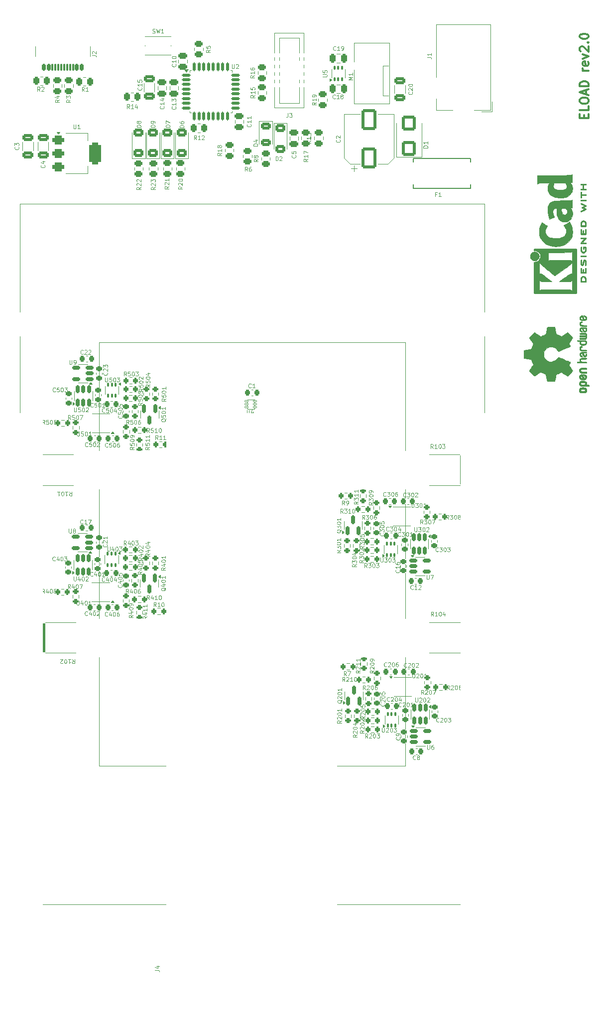
<source format=gto>
G04 #@! TF.GenerationSoftware,KiCad,Pcbnew,9.0.5*
G04 #@! TF.CreationDate,2025-12-19T11:09:57+01:00*
G04 #@! TF.ProjectId,eload-pwr,656c6f61-642d-4707-9772-2e6b69636164,rev?*
G04 #@! TF.SameCoordinates,Original*
G04 #@! TF.FileFunction,Legend,Top*
G04 #@! TF.FilePolarity,Positive*
%FSLAX46Y46*%
G04 Gerber Fmt 4.6, Leading zero omitted, Abs format (unit mm)*
G04 Created by KiCad (PCBNEW 9.0.5) date 2025-12-19 11:09:57*
%MOMM*%
%LPD*%
G01*
G04 APERTURE LIST*
G04 Aperture macros list*
%AMRoundRect*
0 Rectangle with rounded corners*
0 $1 Rounding radius*
0 $2 $3 $4 $5 $6 $7 $8 $9 X,Y pos of 4 corners*
0 Add a 4 corners polygon primitive as box body*
4,1,4,$2,$3,$4,$5,$6,$7,$8,$9,$2,$3,0*
0 Add four circle primitives for the rounded corners*
1,1,$1+$1,$2,$3*
1,1,$1+$1,$4,$5*
1,1,$1+$1,$6,$7*
1,1,$1+$1,$8,$9*
0 Add four rect primitives between the rounded corners*
20,1,$1+$1,$2,$3,$4,$5,0*
20,1,$1+$1,$4,$5,$6,$7,0*
20,1,$1+$1,$6,$7,$8,$9,0*
20,1,$1+$1,$8,$9,$2,$3,0*%
G04 Aperture macros list end*
%ADD10C,0.300000*%
%ADD11C,0.100000*%
%ADD12C,0.120000*%
%ADD13C,0.150000*%
%ADD14C,0.010000*%
%ADD15RoundRect,0.225000X0.225000X0.250000X-0.225000X0.250000X-0.225000X-0.250000X0.225000X-0.250000X0*%
%ADD16RoundRect,0.200000X0.200000X0.275000X-0.200000X0.275000X-0.200000X-0.275000X0.200000X-0.275000X0*%
%ADD17R,1.450000X0.450000*%
%ADD18RoundRect,0.250000X-0.450000X0.262500X-0.450000X-0.262500X0.450000X-0.262500X0.450000X0.262500X0*%
%ADD19RoundRect,0.225000X-0.250000X0.225000X-0.250000X-0.225000X0.250000X-0.225000X0.250000X0.225000X0*%
%ADD20C,4.300000*%
%ADD21RoundRect,0.225000X0.250000X-0.225000X0.250000X0.225000X-0.250000X0.225000X-0.250000X-0.225000X0*%
%ADD22RoundRect,0.100000X0.100000X-0.225000X0.100000X0.225000X-0.100000X0.225000X-0.100000X-0.225000X0*%
%ADD23RoundRect,0.200000X-0.200000X-0.275000X0.200000X-0.275000X0.200000X0.275000X-0.200000X0.275000X0*%
%ADD24RoundRect,0.200000X-0.275000X0.200000X-0.275000X-0.200000X0.275000X-0.200000X0.275000X0.200000X0*%
%ADD25R,4.245000X3.810000*%
%ADD26RoundRect,0.150000X0.512500X0.150000X-0.512500X0.150000X-0.512500X-0.150000X0.512500X-0.150000X0*%
%ADD27RoundRect,0.250000X0.900000X-1.000000X0.900000X1.000000X-0.900000X1.000000X-0.900000X-1.000000X0*%
%ADD28RoundRect,0.200000X0.275000X-0.200000X0.275000X0.200000X-0.275000X0.200000X-0.275000X-0.200000X0*%
%ADD29RoundRect,0.250000X-0.475000X0.250000X-0.475000X-0.250000X0.475000X-0.250000X0.475000X0.250000X0*%
%ADD30RoundRect,0.225000X-0.225000X-0.250000X0.225000X-0.250000X0.225000X0.250000X-0.225000X0.250000X0*%
%ADD31RoundRect,0.250000X0.450000X-0.262500X0.450000X0.262500X-0.450000X0.262500X-0.450000X-0.262500X0*%
%ADD32RoundRect,0.150000X-0.150000X0.512500X-0.150000X-0.512500X0.150000X-0.512500X0.150000X0.512500X0*%
%ADD33RoundRect,0.250000X0.262500X0.450000X-0.262500X0.450000X-0.262500X-0.450000X0.262500X-0.450000X0*%
%ADD34RoundRect,0.250000X0.650000X-0.325000X0.650000X0.325000X-0.650000X0.325000X-0.650000X-0.325000X0*%
%ADD35R,2.760000X0.650000*%
%ADD36RoundRect,0.250000X-0.262500X-0.450000X0.262500X-0.450000X0.262500X0.450000X-0.262500X0.450000X0*%
%ADD37R,2.600000X2.600000*%
%ADD38C,2.600000*%
%ADD39RoundRect,0.675000X-0.675000X-2.425000X0.675000X-2.425000X0.675000X2.425000X-0.675000X2.425000X0*%
%ADD40RoundRect,0.250000X-0.250000X-0.475000X0.250000X-0.475000X0.250000X0.475000X-0.250000X0.475000X0*%
%ADD41R,1.760000X8.600000*%
%ADD42R,5.500000X6.800000*%
%ADD43R,1.400000X1.200000*%
%ADD44C,3.200000*%
%ADD45RoundRect,0.250000X0.600000X-0.400000X0.600000X0.400000X-0.600000X0.400000X-0.600000X-0.400000X0*%
%ADD46RoundRect,0.150000X0.150000X-0.512500X0.150000X0.512500X-0.150000X0.512500X-0.150000X-0.512500X0*%
%ADD47RoundRect,0.100000X-0.100000X0.225000X-0.100000X-0.225000X0.100000X-0.225000X0.100000X0.225000X0*%
%ADD48RoundRect,0.675000X0.675000X2.425000X-0.675000X2.425000X-0.675000X-2.425000X0.675000X-2.425000X0*%
%ADD49RoundRect,0.125000X-0.625000X-0.125000X0.625000X-0.125000X0.625000X0.125000X-0.625000X0.125000X0*%
%ADD50RoundRect,0.125000X-0.125000X-0.625000X0.125000X-0.625000X0.125000X0.625000X-0.125000X0.625000X0*%
%ADD51RoundRect,0.150000X-0.150000X0.587500X-0.150000X-0.587500X0.150000X-0.587500X0.150000X0.587500X0*%
%ADD52RoundRect,0.150000X0.150000X-0.587500X0.150000X0.587500X-0.150000X0.587500X-0.150000X-0.587500X0*%
%ADD53RoundRect,0.150000X-0.512500X-0.150000X0.512500X-0.150000X0.512500X0.150000X-0.512500X0.150000X0*%
%ADD54C,1.100000*%
%ADD55R,2.030000X1.730000*%
%ADD56O,2.030000X1.730000*%
%ADD57RoundRect,0.250000X1.000000X-1.500000X1.000000X1.500000X-1.000000X1.500000X-1.000000X-1.500000X0*%
%ADD58RoundRect,0.250000X0.475000X-0.250000X0.475000X0.250000X-0.475000X0.250000X-0.475000X-0.250000X0*%
%ADD59RoundRect,0.375000X-0.625000X-0.375000X0.625000X-0.375000X0.625000X0.375000X-0.625000X0.375000X0*%
%ADD60RoundRect,0.500000X-0.500000X-1.400000X0.500000X-1.400000X0.500000X1.400000X-0.500000X1.400000X0*%
%ADD61RoundRect,0.250000X-0.625000X0.375000X-0.625000X-0.375000X0.625000X-0.375000X0.625000X0.375000X0*%
%ADD62RoundRect,0.050000X-0.285000X-0.100000X0.285000X-0.100000X0.285000X0.100000X-0.285000X0.100000X0*%
%ADD63C,0.650000*%
%ADD64RoundRect,0.150000X0.150000X0.425000X-0.150000X0.425000X-0.150000X-0.425000X0.150000X-0.425000X0*%
%ADD65RoundRect,0.075000X0.075000X0.500000X-0.075000X0.500000X-0.075000X-0.500000X0.075000X-0.500000X0*%
%ADD66O,1.000000X2.100000*%
%ADD67O,1.000000X1.800000*%
%ADD68RoundRect,0.250000X-0.600000X0.400000X-0.600000X-0.400000X0.600000X-0.400000X0.600000X0.400000X0*%
%ADD69R,0.900000X1.000000*%
%ADD70RoundRect,0.250000X-0.650000X0.325000X-0.650000X-0.325000X0.650000X-0.325000X0.650000X0.325000X0*%
%ADD71C,3.600000*%
G04 APERTURE END LIST*
D10*
X-984885Y-47945489D02*
X-984885Y-47445489D01*
X-199171Y-47231203D02*
X-199171Y-47945489D01*
X-199171Y-47945489D02*
X-1699171Y-47945489D01*
X-1699171Y-47945489D02*
X-1699171Y-47231203D01*
X-199171Y-45874060D02*
X-199171Y-46588346D01*
X-199171Y-46588346D02*
X-1699171Y-46588346D01*
X-1699171Y-45088345D02*
X-1699171Y-44802631D01*
X-1699171Y-44802631D02*
X-1627742Y-44659774D01*
X-1627742Y-44659774D02*
X-1484885Y-44516917D01*
X-1484885Y-44516917D02*
X-1199171Y-44445488D01*
X-1199171Y-44445488D02*
X-699171Y-44445488D01*
X-699171Y-44445488D02*
X-413457Y-44516917D01*
X-413457Y-44516917D02*
X-270600Y-44659774D01*
X-270600Y-44659774D02*
X-199171Y-44802631D01*
X-199171Y-44802631D02*
X-199171Y-45088345D01*
X-199171Y-45088345D02*
X-270600Y-45231203D01*
X-270600Y-45231203D02*
X-413457Y-45374060D01*
X-413457Y-45374060D02*
X-699171Y-45445488D01*
X-699171Y-45445488D02*
X-1199171Y-45445488D01*
X-1199171Y-45445488D02*
X-1484885Y-45374060D01*
X-1484885Y-45374060D02*
X-1627742Y-45231203D01*
X-1627742Y-45231203D02*
X-1699171Y-45088345D01*
X-627742Y-43874059D02*
X-627742Y-43159774D01*
X-199171Y-44016916D02*
X-1699171Y-43516916D01*
X-1699171Y-43516916D02*
X-199171Y-43016916D01*
X-199171Y-42516917D02*
X-1699171Y-42516917D01*
X-1699171Y-42516917D02*
X-1699171Y-42159774D01*
X-1699171Y-42159774D02*
X-1627742Y-41945488D01*
X-1627742Y-41945488D02*
X-1484885Y-41802631D01*
X-1484885Y-41802631D02*
X-1342028Y-41731202D01*
X-1342028Y-41731202D02*
X-1056314Y-41659774D01*
X-1056314Y-41659774D02*
X-842028Y-41659774D01*
X-842028Y-41659774D02*
X-556314Y-41731202D01*
X-556314Y-41731202D02*
X-413457Y-41802631D01*
X-413457Y-41802631D02*
X-270600Y-41945488D01*
X-270600Y-41945488D02*
X-199171Y-42159774D01*
X-199171Y-42159774D02*
X-199171Y-42516917D01*
X-199171Y-39874060D02*
X-1199171Y-39874060D01*
X-913457Y-39874060D02*
X-1056314Y-39802631D01*
X-1056314Y-39802631D02*
X-1127742Y-39731203D01*
X-1127742Y-39731203D02*
X-1199171Y-39588345D01*
X-1199171Y-39588345D02*
X-1199171Y-39445488D01*
X-270600Y-38374060D02*
X-199171Y-38516917D01*
X-199171Y-38516917D02*
X-199171Y-38802632D01*
X-199171Y-38802632D02*
X-270600Y-38945489D01*
X-270600Y-38945489D02*
X-413457Y-39016917D01*
X-413457Y-39016917D02*
X-984885Y-39016917D01*
X-984885Y-39016917D02*
X-1127742Y-38945489D01*
X-1127742Y-38945489D02*
X-1199171Y-38802632D01*
X-1199171Y-38802632D02*
X-1199171Y-38516917D01*
X-1199171Y-38516917D02*
X-1127742Y-38374060D01*
X-1127742Y-38374060D02*
X-984885Y-38302632D01*
X-984885Y-38302632D02*
X-842028Y-38302632D01*
X-842028Y-38302632D02*
X-699171Y-39016917D01*
X-1199171Y-37802632D02*
X-199171Y-37445489D01*
X-199171Y-37445489D02*
X-1199171Y-37088346D01*
X-1556314Y-36588346D02*
X-1627742Y-36516918D01*
X-1627742Y-36516918D02*
X-1699171Y-36374061D01*
X-1699171Y-36374061D02*
X-1699171Y-36016918D01*
X-1699171Y-36016918D02*
X-1627742Y-35874061D01*
X-1627742Y-35874061D02*
X-1556314Y-35802632D01*
X-1556314Y-35802632D02*
X-1413457Y-35731203D01*
X-1413457Y-35731203D02*
X-1270600Y-35731203D01*
X-1270600Y-35731203D02*
X-1056314Y-35802632D01*
X-1056314Y-35802632D02*
X-199171Y-36659775D01*
X-199171Y-36659775D02*
X-199171Y-35731203D01*
X-342028Y-35088347D02*
X-270600Y-35016918D01*
X-270600Y-35016918D02*
X-199171Y-35088347D01*
X-199171Y-35088347D02*
X-270600Y-35159775D01*
X-270600Y-35159775D02*
X-342028Y-35088347D01*
X-342028Y-35088347D02*
X-199171Y-35088347D01*
X-1699171Y-34088346D02*
X-1699171Y-33945489D01*
X-1699171Y-33945489D02*
X-1627742Y-33802632D01*
X-1627742Y-33802632D02*
X-1556314Y-33731204D01*
X-1556314Y-33731204D02*
X-1413457Y-33659775D01*
X-1413457Y-33659775D02*
X-1127742Y-33588346D01*
X-1127742Y-33588346D02*
X-770600Y-33588346D01*
X-770600Y-33588346D02*
X-484885Y-33659775D01*
X-484885Y-33659775D02*
X-342028Y-33731204D01*
X-342028Y-33731204D02*
X-270600Y-33802632D01*
X-270600Y-33802632D02*
X-199171Y-33945489D01*
X-199171Y-33945489D02*
X-199171Y-34088346D01*
X-199171Y-34088346D02*
X-270600Y-34231204D01*
X-270600Y-34231204D02*
X-342028Y-34302632D01*
X-342028Y-34302632D02*
X-484885Y-34374061D01*
X-484885Y-34374061D02*
X-770600Y-34445489D01*
X-770600Y-34445489D02*
X-1127742Y-34445489D01*
X-1127742Y-34445489D02*
X-1413457Y-34374061D01*
X-1413457Y-34374061D02*
X-1556314Y-34302632D01*
X-1556314Y-34302632D02*
X-1627742Y-34231204D01*
X-1627742Y-34231204D02*
X-1699171Y-34088346D01*
D11*
X-31166534Y-141146367D02*
X-31199867Y-141179701D01*
X-31199867Y-141179701D02*
X-31299867Y-141213034D01*
X-31299867Y-141213034D02*
X-31366534Y-141213034D01*
X-31366534Y-141213034D02*
X-31466534Y-141179701D01*
X-31466534Y-141179701D02*
X-31533201Y-141113034D01*
X-31533201Y-141113034D02*
X-31566534Y-141046367D01*
X-31566534Y-141046367D02*
X-31599867Y-140913034D01*
X-31599867Y-140913034D02*
X-31599867Y-140813034D01*
X-31599867Y-140813034D02*
X-31566534Y-140679701D01*
X-31566534Y-140679701D02*
X-31533201Y-140613034D01*
X-31533201Y-140613034D02*
X-31466534Y-140546367D01*
X-31466534Y-140546367D02*
X-31366534Y-140513034D01*
X-31366534Y-140513034D02*
X-31299867Y-140513034D01*
X-31299867Y-140513034D02*
X-31199867Y-140546367D01*
X-31199867Y-140546367D02*
X-31166534Y-140579701D01*
X-30899867Y-140579701D02*
X-30866534Y-140546367D01*
X-30866534Y-140546367D02*
X-30799867Y-140513034D01*
X-30799867Y-140513034D02*
X-30633201Y-140513034D01*
X-30633201Y-140513034D02*
X-30566534Y-140546367D01*
X-30566534Y-140546367D02*
X-30533201Y-140579701D01*
X-30533201Y-140579701D02*
X-30499867Y-140646367D01*
X-30499867Y-140646367D02*
X-30499867Y-140713034D01*
X-30499867Y-140713034D02*
X-30533201Y-140813034D01*
X-30533201Y-140813034D02*
X-30933201Y-141213034D01*
X-30933201Y-141213034D02*
X-30499867Y-141213034D01*
X-30066534Y-140513034D02*
X-29999867Y-140513034D01*
X-29999867Y-140513034D02*
X-29933200Y-140546367D01*
X-29933200Y-140546367D02*
X-29899867Y-140579701D01*
X-29899867Y-140579701D02*
X-29866534Y-140646367D01*
X-29866534Y-140646367D02*
X-29833200Y-140779701D01*
X-29833200Y-140779701D02*
X-29833200Y-140946367D01*
X-29833200Y-140946367D02*
X-29866534Y-141079701D01*
X-29866534Y-141079701D02*
X-29899867Y-141146367D01*
X-29899867Y-141146367D02*
X-29933200Y-141179701D01*
X-29933200Y-141179701D02*
X-29999867Y-141213034D01*
X-29999867Y-141213034D02*
X-30066534Y-141213034D01*
X-30066534Y-141213034D02*
X-30133200Y-141179701D01*
X-30133200Y-141179701D02*
X-30166534Y-141146367D01*
X-30166534Y-141146367D02*
X-30199867Y-141079701D01*
X-30199867Y-141079701D02*
X-30233200Y-140946367D01*
X-30233200Y-140946367D02*
X-30233200Y-140779701D01*
X-30233200Y-140779701D02*
X-30199867Y-140646367D01*
X-30199867Y-140646367D02*
X-30166534Y-140579701D01*
X-30166534Y-140579701D02*
X-30133200Y-140546367D01*
X-30133200Y-140546367D02*
X-30066534Y-140513034D01*
X-29566533Y-140579701D02*
X-29533200Y-140546367D01*
X-29533200Y-140546367D02*
X-29466533Y-140513034D01*
X-29466533Y-140513034D02*
X-29299867Y-140513034D01*
X-29299867Y-140513034D02*
X-29233200Y-140546367D01*
X-29233200Y-140546367D02*
X-29199867Y-140579701D01*
X-29199867Y-140579701D02*
X-29166533Y-140646367D01*
X-29166533Y-140646367D02*
X-29166533Y-140713034D01*
X-29166533Y-140713034D02*
X-29199867Y-140813034D01*
X-29199867Y-140813034D02*
X-29599867Y-141213034D01*
X-29599867Y-141213034D02*
X-29166533Y-141213034D01*
X-41416666Y-142618633D02*
X-41649999Y-142285300D01*
X-41816666Y-142618633D02*
X-41816666Y-141918633D01*
X-41816666Y-141918633D02*
X-41549999Y-141918633D01*
X-41549999Y-141918633D02*
X-41483333Y-141951966D01*
X-41483333Y-141951966D02*
X-41449999Y-141985300D01*
X-41449999Y-141985300D02*
X-41416666Y-142051966D01*
X-41416666Y-142051966D02*
X-41416666Y-142151966D01*
X-41416666Y-142151966D02*
X-41449999Y-142218633D01*
X-41449999Y-142218633D02*
X-41483333Y-142251966D01*
X-41483333Y-142251966D02*
X-41549999Y-142285300D01*
X-41549999Y-142285300D02*
X-41816666Y-142285300D01*
X-41183333Y-141918633D02*
X-40716666Y-141918633D01*
X-40716666Y-141918633D02*
X-41016666Y-142618633D01*
X-87208200Y-101213033D02*
X-87208200Y-101779700D01*
X-87208200Y-101779700D02*
X-87174867Y-101846366D01*
X-87174867Y-101846366D02*
X-87141533Y-101879700D01*
X-87141533Y-101879700D02*
X-87074867Y-101913033D01*
X-87074867Y-101913033D02*
X-86941533Y-101913033D01*
X-86941533Y-101913033D02*
X-86874867Y-101879700D01*
X-86874867Y-101879700D02*
X-86841533Y-101846366D01*
X-86841533Y-101846366D02*
X-86808200Y-101779700D01*
X-86808200Y-101779700D02*
X-86808200Y-101213033D01*
X-86141534Y-101213033D02*
X-86474867Y-101213033D01*
X-86474867Y-101213033D02*
X-86508200Y-101546366D01*
X-86508200Y-101546366D02*
X-86474867Y-101513033D01*
X-86474867Y-101513033D02*
X-86408200Y-101479700D01*
X-86408200Y-101479700D02*
X-86241534Y-101479700D01*
X-86241534Y-101479700D02*
X-86174867Y-101513033D01*
X-86174867Y-101513033D02*
X-86141534Y-101546366D01*
X-86141534Y-101546366D02*
X-86108200Y-101613033D01*
X-86108200Y-101613033D02*
X-86108200Y-101779700D01*
X-86108200Y-101779700D02*
X-86141534Y-101846366D01*
X-86141534Y-101846366D02*
X-86174867Y-101879700D01*
X-86174867Y-101879700D02*
X-86241534Y-101913033D01*
X-86241534Y-101913033D02*
X-86408200Y-101913033D01*
X-86408200Y-101913033D02*
X-86474867Y-101879700D01*
X-86474867Y-101879700D02*
X-86508200Y-101846366D01*
X-85674867Y-101213033D02*
X-85608200Y-101213033D01*
X-85608200Y-101213033D02*
X-85541533Y-101246366D01*
X-85541533Y-101246366D02*
X-85508200Y-101279700D01*
X-85508200Y-101279700D02*
X-85474867Y-101346366D01*
X-85474867Y-101346366D02*
X-85441533Y-101479700D01*
X-85441533Y-101479700D02*
X-85441533Y-101646366D01*
X-85441533Y-101646366D02*
X-85474867Y-101779700D01*
X-85474867Y-101779700D02*
X-85508200Y-101846366D01*
X-85508200Y-101846366D02*
X-85541533Y-101879700D01*
X-85541533Y-101879700D02*
X-85608200Y-101913033D01*
X-85608200Y-101913033D02*
X-85674867Y-101913033D01*
X-85674867Y-101913033D02*
X-85741533Y-101879700D01*
X-85741533Y-101879700D02*
X-85774867Y-101846366D01*
X-85774867Y-101846366D02*
X-85808200Y-101779700D01*
X-85808200Y-101779700D02*
X-85841533Y-101646366D01*
X-85841533Y-101646366D02*
X-85841533Y-101479700D01*
X-85841533Y-101479700D02*
X-85808200Y-101346366D01*
X-85808200Y-101346366D02*
X-85774867Y-101279700D01*
X-85774867Y-101279700D02*
X-85741533Y-101246366D01*
X-85741533Y-101246366D02*
X-85674867Y-101213033D01*
X-84774866Y-101913033D02*
X-85174866Y-101913033D01*
X-84974866Y-101913033D02*
X-84974866Y-101213033D01*
X-84974866Y-101213033D02*
X-85041533Y-101313033D01*
X-85041533Y-101313033D02*
X-85108200Y-101379700D01*
X-85108200Y-101379700D02*
X-85174866Y-101413033D01*
X-56973866Y-44010000D02*
X-57307200Y-44243333D01*
X-56973866Y-44410000D02*
X-57673866Y-44410000D01*
X-57673866Y-44410000D02*
X-57673866Y-44143333D01*
X-57673866Y-44143333D02*
X-57640533Y-44076667D01*
X-57640533Y-44076667D02*
X-57607200Y-44043333D01*
X-57607200Y-44043333D02*
X-57540533Y-44010000D01*
X-57540533Y-44010000D02*
X-57440533Y-44010000D01*
X-57440533Y-44010000D02*
X-57373866Y-44043333D01*
X-57373866Y-44043333D02*
X-57340533Y-44076667D01*
X-57340533Y-44076667D02*
X-57307200Y-44143333D01*
X-57307200Y-44143333D02*
X-57307200Y-44410000D01*
X-56973866Y-43343333D02*
X-56973866Y-43743333D01*
X-56973866Y-43543333D02*
X-57673866Y-43543333D01*
X-57673866Y-43543333D02*
X-57573866Y-43610000D01*
X-57573866Y-43610000D02*
X-57507200Y-43676667D01*
X-57507200Y-43676667D02*
X-57473866Y-43743333D01*
X-57673866Y-42710000D02*
X-57673866Y-43043333D01*
X-57673866Y-43043333D02*
X-57340533Y-43076666D01*
X-57340533Y-43076666D02*
X-57373866Y-43043333D01*
X-57373866Y-43043333D02*
X-57407200Y-42976666D01*
X-57407200Y-42976666D02*
X-57407200Y-42810000D01*
X-57407200Y-42810000D02*
X-57373866Y-42743333D01*
X-57373866Y-42743333D02*
X-57340533Y-42710000D01*
X-57340533Y-42710000D02*
X-57273866Y-42676666D01*
X-57273866Y-42676666D02*
X-57107200Y-42676666D01*
X-57107200Y-42676666D02*
X-57040533Y-42710000D01*
X-57040533Y-42710000D02*
X-57007200Y-42743333D01*
X-57007200Y-42743333D02*
X-56973866Y-42810000D01*
X-56973866Y-42810000D02*
X-56973866Y-42976666D01*
X-56973866Y-42976666D02*
X-57007200Y-43043333D01*
X-57007200Y-43043333D02*
X-57040533Y-43076666D01*
X-35056233Y-118427732D02*
X-35022900Y-118461065D01*
X-35022900Y-118461065D02*
X-34989566Y-118561065D01*
X-34989566Y-118561065D02*
X-34989566Y-118627732D01*
X-34989566Y-118627732D02*
X-35022900Y-118727732D01*
X-35022900Y-118727732D02*
X-35089566Y-118794399D01*
X-35089566Y-118794399D02*
X-35156233Y-118827732D01*
X-35156233Y-118827732D02*
X-35289566Y-118861065D01*
X-35289566Y-118861065D02*
X-35389566Y-118861065D01*
X-35389566Y-118861065D02*
X-35522900Y-118827732D01*
X-35522900Y-118827732D02*
X-35589566Y-118794399D01*
X-35589566Y-118794399D02*
X-35656233Y-118727732D01*
X-35656233Y-118727732D02*
X-35689566Y-118627732D01*
X-35689566Y-118627732D02*
X-35689566Y-118561065D01*
X-35689566Y-118561065D02*
X-35656233Y-118461065D01*
X-35656233Y-118461065D02*
X-35622900Y-118427732D01*
X-35689566Y-118194399D02*
X-35689566Y-117761065D01*
X-35689566Y-117761065D02*
X-35422900Y-117994399D01*
X-35422900Y-117994399D02*
X-35422900Y-117894399D01*
X-35422900Y-117894399D02*
X-35389566Y-117827732D01*
X-35389566Y-117827732D02*
X-35356233Y-117794399D01*
X-35356233Y-117794399D02*
X-35289566Y-117761065D01*
X-35289566Y-117761065D02*
X-35122900Y-117761065D01*
X-35122900Y-117761065D02*
X-35056233Y-117794399D01*
X-35056233Y-117794399D02*
X-35022900Y-117827732D01*
X-35022900Y-117827732D02*
X-34989566Y-117894399D01*
X-34989566Y-117894399D02*
X-34989566Y-118094399D01*
X-34989566Y-118094399D02*
X-35022900Y-118161065D01*
X-35022900Y-118161065D02*
X-35056233Y-118194399D01*
X-35689566Y-117327732D02*
X-35689566Y-117261065D01*
X-35689566Y-117261065D02*
X-35656233Y-117194398D01*
X-35656233Y-117194398D02*
X-35622900Y-117161065D01*
X-35622900Y-117161065D02*
X-35556233Y-117127732D01*
X-35556233Y-117127732D02*
X-35422900Y-117094398D01*
X-35422900Y-117094398D02*
X-35256233Y-117094398D01*
X-35256233Y-117094398D02*
X-35122900Y-117127732D01*
X-35122900Y-117127732D02*
X-35056233Y-117161065D01*
X-35056233Y-117161065D02*
X-35022900Y-117194398D01*
X-35022900Y-117194398D02*
X-34989566Y-117261065D01*
X-34989566Y-117261065D02*
X-34989566Y-117327732D01*
X-34989566Y-117327732D02*
X-35022900Y-117394398D01*
X-35022900Y-117394398D02*
X-35056233Y-117427732D01*
X-35056233Y-117427732D02*
X-35122900Y-117461065D01*
X-35122900Y-117461065D02*
X-35256233Y-117494398D01*
X-35256233Y-117494398D02*
X-35422900Y-117494398D01*
X-35422900Y-117494398D02*
X-35556233Y-117461065D01*
X-35556233Y-117461065D02*
X-35622900Y-117427732D01*
X-35622900Y-117427732D02*
X-35656233Y-117394398D01*
X-35656233Y-117394398D02*
X-35689566Y-117327732D01*
X-35689566Y-116461065D02*
X-35689566Y-116794398D01*
X-35689566Y-116794398D02*
X-35356233Y-116827731D01*
X-35356233Y-116827731D02*
X-35389566Y-116794398D01*
X-35389566Y-116794398D02*
X-35422900Y-116727731D01*
X-35422900Y-116727731D02*
X-35422900Y-116561065D01*
X-35422900Y-116561065D02*
X-35389566Y-116494398D01*
X-35389566Y-116494398D02*
X-35356233Y-116461065D01*
X-35356233Y-116461065D02*
X-35289566Y-116427731D01*
X-35289566Y-116427731D02*
X-35122900Y-116427731D01*
X-35122900Y-116427731D02*
X-35056233Y-116461065D01*
X-35056233Y-116461065D02*
X-35022900Y-116494398D01*
X-35022900Y-116494398D02*
X-34989566Y-116561065D01*
X-34989566Y-116561065D02*
X-34989566Y-116727731D01*
X-34989566Y-116727731D02*
X-35022900Y-116794398D01*
X-35022900Y-116794398D02*
X-35056233Y-116827731D01*
X-64543866Y-36316666D02*
X-64877200Y-36549999D01*
X-64543866Y-36716666D02*
X-65243866Y-36716666D01*
X-65243866Y-36716666D02*
X-65243866Y-36449999D01*
X-65243866Y-36449999D02*
X-65210533Y-36383333D01*
X-65210533Y-36383333D02*
X-65177200Y-36349999D01*
X-65177200Y-36349999D02*
X-65110533Y-36316666D01*
X-65110533Y-36316666D02*
X-65010533Y-36316666D01*
X-65010533Y-36316666D02*
X-64943866Y-36349999D01*
X-64943866Y-36349999D02*
X-64910533Y-36383333D01*
X-64910533Y-36383333D02*
X-64877200Y-36449999D01*
X-64877200Y-36449999D02*
X-64877200Y-36716666D01*
X-65243866Y-35683333D02*
X-65243866Y-36016666D01*
X-65243866Y-36016666D02*
X-64910533Y-36049999D01*
X-64910533Y-36049999D02*
X-64943866Y-36016666D01*
X-64943866Y-36016666D02*
X-64977200Y-35949999D01*
X-64977200Y-35949999D02*
X-64977200Y-35783333D01*
X-64977200Y-35783333D02*
X-64943866Y-35716666D01*
X-64943866Y-35716666D02*
X-64910533Y-35683333D01*
X-64910533Y-35683333D02*
X-64843866Y-35649999D01*
X-64843866Y-35649999D02*
X-64677200Y-35649999D01*
X-64677200Y-35649999D02*
X-64610533Y-35683333D01*
X-64610533Y-35683333D02*
X-64577200Y-35716666D01*
X-64577200Y-35716666D02*
X-64543866Y-35783333D01*
X-64543866Y-35783333D02*
X-64543866Y-35949999D01*
X-64543866Y-35949999D02*
X-64577200Y-36016666D01*
X-64577200Y-36016666D02*
X-64610533Y-36049999D01*
X-31291534Y-112196366D02*
X-31324867Y-112229700D01*
X-31324867Y-112229700D02*
X-31424867Y-112263033D01*
X-31424867Y-112263033D02*
X-31491534Y-112263033D01*
X-31491534Y-112263033D02*
X-31591534Y-112229700D01*
X-31591534Y-112229700D02*
X-31658201Y-112163033D01*
X-31658201Y-112163033D02*
X-31691534Y-112096366D01*
X-31691534Y-112096366D02*
X-31724867Y-111963033D01*
X-31724867Y-111963033D02*
X-31724867Y-111863033D01*
X-31724867Y-111863033D02*
X-31691534Y-111729700D01*
X-31691534Y-111729700D02*
X-31658201Y-111663033D01*
X-31658201Y-111663033D02*
X-31591534Y-111596366D01*
X-31591534Y-111596366D02*
X-31491534Y-111563033D01*
X-31491534Y-111563033D02*
X-31424867Y-111563033D01*
X-31424867Y-111563033D02*
X-31324867Y-111596366D01*
X-31324867Y-111596366D02*
X-31291534Y-111629700D01*
X-31058201Y-111563033D02*
X-30624867Y-111563033D01*
X-30624867Y-111563033D02*
X-30858201Y-111829700D01*
X-30858201Y-111829700D02*
X-30758201Y-111829700D01*
X-30758201Y-111829700D02*
X-30691534Y-111863033D01*
X-30691534Y-111863033D02*
X-30658201Y-111896366D01*
X-30658201Y-111896366D02*
X-30624867Y-111963033D01*
X-30624867Y-111963033D02*
X-30624867Y-112129700D01*
X-30624867Y-112129700D02*
X-30658201Y-112196366D01*
X-30658201Y-112196366D02*
X-30691534Y-112229700D01*
X-30691534Y-112229700D02*
X-30758201Y-112263033D01*
X-30758201Y-112263033D02*
X-30958201Y-112263033D01*
X-30958201Y-112263033D02*
X-31024867Y-112229700D01*
X-31024867Y-112229700D02*
X-31058201Y-112196366D01*
X-30191534Y-111563033D02*
X-30124867Y-111563033D01*
X-30124867Y-111563033D02*
X-30058200Y-111596366D01*
X-30058200Y-111596366D02*
X-30024867Y-111629700D01*
X-30024867Y-111629700D02*
X-29991534Y-111696366D01*
X-29991534Y-111696366D02*
X-29958200Y-111829700D01*
X-29958200Y-111829700D02*
X-29958200Y-111996366D01*
X-29958200Y-111996366D02*
X-29991534Y-112129700D01*
X-29991534Y-112129700D02*
X-30024867Y-112196366D01*
X-30024867Y-112196366D02*
X-30058200Y-112229700D01*
X-30058200Y-112229700D02*
X-30124867Y-112263033D01*
X-30124867Y-112263033D02*
X-30191534Y-112263033D01*
X-30191534Y-112263033D02*
X-30258200Y-112229700D01*
X-30258200Y-112229700D02*
X-30291534Y-112196366D01*
X-30291534Y-112196366D02*
X-30324867Y-112129700D01*
X-30324867Y-112129700D02*
X-30358200Y-111996366D01*
X-30358200Y-111996366D02*
X-30358200Y-111829700D01*
X-30358200Y-111829700D02*
X-30324867Y-111696366D01*
X-30324867Y-111696366D02*
X-30291534Y-111629700D01*
X-30291534Y-111629700D02*
X-30258200Y-111596366D01*
X-30258200Y-111596366D02*
X-30191534Y-111563033D01*
X-29691533Y-111629700D02*
X-29658200Y-111596366D01*
X-29658200Y-111596366D02*
X-29591533Y-111563033D01*
X-29591533Y-111563033D02*
X-29424867Y-111563033D01*
X-29424867Y-111563033D02*
X-29358200Y-111596366D01*
X-29358200Y-111596366D02*
X-29324867Y-111629700D01*
X-29324867Y-111629700D02*
X-29291533Y-111696366D01*
X-29291533Y-111696366D02*
X-29291533Y-111763033D01*
X-29291533Y-111763033D02*
X-29324867Y-111863033D01*
X-29324867Y-111863033D02*
X-29724867Y-112263033D01*
X-29724867Y-112263033D02*
X-29291533Y-112263033D01*
X-82088033Y-91150000D02*
X-82054700Y-91183333D01*
X-82054700Y-91183333D02*
X-82021366Y-91283333D01*
X-82021366Y-91283333D02*
X-82021366Y-91350000D01*
X-82021366Y-91350000D02*
X-82054700Y-91450000D01*
X-82054700Y-91450000D02*
X-82121366Y-91516667D01*
X-82121366Y-91516667D02*
X-82188033Y-91550000D01*
X-82188033Y-91550000D02*
X-82321366Y-91583333D01*
X-82321366Y-91583333D02*
X-82421366Y-91583333D01*
X-82421366Y-91583333D02*
X-82554700Y-91550000D01*
X-82554700Y-91550000D02*
X-82621366Y-91516667D01*
X-82621366Y-91516667D02*
X-82688033Y-91450000D01*
X-82688033Y-91450000D02*
X-82721366Y-91350000D01*
X-82721366Y-91350000D02*
X-82721366Y-91283333D01*
X-82721366Y-91283333D02*
X-82688033Y-91183333D01*
X-82688033Y-91183333D02*
X-82654700Y-91150000D01*
X-82654700Y-90883333D02*
X-82688033Y-90850000D01*
X-82688033Y-90850000D02*
X-82721366Y-90783333D01*
X-82721366Y-90783333D02*
X-82721366Y-90616667D01*
X-82721366Y-90616667D02*
X-82688033Y-90550000D01*
X-82688033Y-90550000D02*
X-82654700Y-90516667D01*
X-82654700Y-90516667D02*
X-82588033Y-90483333D01*
X-82588033Y-90483333D02*
X-82521366Y-90483333D01*
X-82521366Y-90483333D02*
X-82421366Y-90516667D01*
X-82421366Y-90516667D02*
X-82021366Y-90916667D01*
X-82021366Y-90916667D02*
X-82021366Y-90483333D01*
X-82721366Y-90250000D02*
X-82721366Y-89816666D01*
X-82721366Y-89816666D02*
X-82454700Y-90050000D01*
X-82454700Y-90050000D02*
X-82454700Y-89950000D01*
X-82454700Y-89950000D02*
X-82421366Y-89883333D01*
X-82421366Y-89883333D02*
X-82388033Y-89850000D01*
X-82388033Y-89850000D02*
X-82321366Y-89816666D01*
X-82321366Y-89816666D02*
X-82154700Y-89816666D01*
X-82154700Y-89816666D02*
X-82088033Y-89850000D01*
X-82088033Y-89850000D02*
X-82054700Y-89883333D01*
X-82054700Y-89883333D02*
X-82021366Y-89950000D01*
X-82021366Y-89950000D02*
X-82021366Y-90150000D01*
X-82021366Y-90150000D02*
X-82054700Y-90216666D01*
X-82054700Y-90216666D02*
X-82088033Y-90250000D01*
X-35310000Y-151538633D02*
X-35310000Y-152105300D01*
X-35310000Y-152105300D02*
X-35276667Y-152171966D01*
X-35276667Y-152171966D02*
X-35243333Y-152205300D01*
X-35243333Y-152205300D02*
X-35176667Y-152238633D01*
X-35176667Y-152238633D02*
X-35043333Y-152238633D01*
X-35043333Y-152238633D02*
X-34976667Y-152205300D01*
X-34976667Y-152205300D02*
X-34943333Y-152171966D01*
X-34943333Y-152171966D02*
X-34910000Y-152105300D01*
X-34910000Y-152105300D02*
X-34910000Y-151538633D01*
X-34610000Y-151605300D02*
X-34576667Y-151571966D01*
X-34576667Y-151571966D02*
X-34510000Y-151538633D01*
X-34510000Y-151538633D02*
X-34343334Y-151538633D01*
X-34343334Y-151538633D02*
X-34276667Y-151571966D01*
X-34276667Y-151571966D02*
X-34243334Y-151605300D01*
X-34243334Y-151605300D02*
X-34210000Y-151671966D01*
X-34210000Y-151671966D02*
X-34210000Y-151738633D01*
X-34210000Y-151738633D02*
X-34243334Y-151838633D01*
X-34243334Y-151838633D02*
X-34643334Y-152238633D01*
X-34643334Y-152238633D02*
X-34210000Y-152238633D01*
X-33776667Y-151538633D02*
X-33710000Y-151538633D01*
X-33710000Y-151538633D02*
X-33643333Y-151571966D01*
X-33643333Y-151571966D02*
X-33610000Y-151605300D01*
X-33610000Y-151605300D02*
X-33576667Y-151671966D01*
X-33576667Y-151671966D02*
X-33543333Y-151805300D01*
X-33543333Y-151805300D02*
X-33543333Y-151971966D01*
X-33543333Y-151971966D02*
X-33576667Y-152105300D01*
X-33576667Y-152105300D02*
X-33610000Y-152171966D01*
X-33610000Y-152171966D02*
X-33643333Y-152205300D01*
X-33643333Y-152205300D02*
X-33710000Y-152238633D01*
X-33710000Y-152238633D02*
X-33776667Y-152238633D01*
X-33776667Y-152238633D02*
X-33843333Y-152205300D01*
X-33843333Y-152205300D02*
X-33876667Y-152171966D01*
X-33876667Y-152171966D02*
X-33910000Y-152105300D01*
X-33910000Y-152105300D02*
X-33943333Y-151971966D01*
X-33943333Y-151971966D02*
X-33943333Y-151805300D01*
X-33943333Y-151805300D02*
X-33910000Y-151671966D01*
X-33910000Y-151671966D02*
X-33876667Y-151605300D01*
X-33876667Y-151605300D02*
X-33843333Y-151571966D01*
X-33843333Y-151571966D02*
X-33776667Y-151538633D01*
X-33310000Y-151538633D02*
X-32876666Y-151538633D01*
X-32876666Y-151538633D02*
X-33110000Y-151805300D01*
X-33110000Y-151805300D02*
X-33010000Y-151805300D01*
X-33010000Y-151805300D02*
X-32943333Y-151838633D01*
X-32943333Y-151838633D02*
X-32910000Y-151871966D01*
X-32910000Y-151871966D02*
X-32876666Y-151938633D01*
X-32876666Y-151938633D02*
X-32876666Y-152105300D01*
X-32876666Y-152105300D02*
X-32910000Y-152171966D01*
X-32910000Y-152171966D02*
X-32943333Y-152205300D01*
X-32943333Y-152205300D02*
X-33010000Y-152238633D01*
X-33010000Y-152238633D02*
X-33210000Y-152238633D01*
X-33210000Y-152238633D02*
X-33276666Y-152205300D01*
X-33276666Y-152205300D02*
X-33310000Y-152171966D01*
X-25791534Y-121496365D02*
X-25824867Y-121529699D01*
X-25824867Y-121529699D02*
X-25924867Y-121563032D01*
X-25924867Y-121563032D02*
X-25991534Y-121563032D01*
X-25991534Y-121563032D02*
X-26091534Y-121529699D01*
X-26091534Y-121529699D02*
X-26158201Y-121463032D01*
X-26158201Y-121463032D02*
X-26191534Y-121396365D01*
X-26191534Y-121396365D02*
X-26224867Y-121263032D01*
X-26224867Y-121263032D02*
X-26224867Y-121163032D01*
X-26224867Y-121163032D02*
X-26191534Y-121029699D01*
X-26191534Y-121029699D02*
X-26158201Y-120963032D01*
X-26158201Y-120963032D02*
X-26091534Y-120896365D01*
X-26091534Y-120896365D02*
X-25991534Y-120863032D01*
X-25991534Y-120863032D02*
X-25924867Y-120863032D01*
X-25924867Y-120863032D02*
X-25824867Y-120896365D01*
X-25824867Y-120896365D02*
X-25791534Y-120929699D01*
X-25558201Y-120863032D02*
X-25124867Y-120863032D01*
X-25124867Y-120863032D02*
X-25358201Y-121129699D01*
X-25358201Y-121129699D02*
X-25258201Y-121129699D01*
X-25258201Y-121129699D02*
X-25191534Y-121163032D01*
X-25191534Y-121163032D02*
X-25158201Y-121196365D01*
X-25158201Y-121196365D02*
X-25124867Y-121263032D01*
X-25124867Y-121263032D02*
X-25124867Y-121429699D01*
X-25124867Y-121429699D02*
X-25158201Y-121496365D01*
X-25158201Y-121496365D02*
X-25191534Y-121529699D01*
X-25191534Y-121529699D02*
X-25258201Y-121563032D01*
X-25258201Y-121563032D02*
X-25458201Y-121563032D01*
X-25458201Y-121563032D02*
X-25524867Y-121529699D01*
X-25524867Y-121529699D02*
X-25558201Y-121496365D01*
X-24691534Y-120863032D02*
X-24624867Y-120863032D01*
X-24624867Y-120863032D02*
X-24558200Y-120896365D01*
X-24558200Y-120896365D02*
X-24524867Y-120929699D01*
X-24524867Y-120929699D02*
X-24491534Y-120996365D01*
X-24491534Y-120996365D02*
X-24458200Y-121129699D01*
X-24458200Y-121129699D02*
X-24458200Y-121296365D01*
X-24458200Y-121296365D02*
X-24491534Y-121429699D01*
X-24491534Y-121429699D02*
X-24524867Y-121496365D01*
X-24524867Y-121496365D02*
X-24558200Y-121529699D01*
X-24558200Y-121529699D02*
X-24624867Y-121563032D01*
X-24624867Y-121563032D02*
X-24691534Y-121563032D01*
X-24691534Y-121563032D02*
X-24758200Y-121529699D01*
X-24758200Y-121529699D02*
X-24791534Y-121496365D01*
X-24791534Y-121496365D02*
X-24824867Y-121429699D01*
X-24824867Y-121429699D02*
X-24858200Y-121296365D01*
X-24858200Y-121296365D02*
X-24858200Y-121129699D01*
X-24858200Y-121129699D02*
X-24824867Y-120996365D01*
X-24824867Y-120996365D02*
X-24791534Y-120929699D01*
X-24791534Y-120929699D02*
X-24758200Y-120896365D01*
X-24758200Y-120896365D02*
X-24691534Y-120863032D01*
X-24224867Y-120863032D02*
X-23791533Y-120863032D01*
X-23791533Y-120863032D02*
X-24024867Y-121129699D01*
X-24024867Y-121129699D02*
X-23924867Y-121129699D01*
X-23924867Y-121129699D02*
X-23858200Y-121163032D01*
X-23858200Y-121163032D02*
X-23824867Y-121196365D01*
X-23824867Y-121196365D02*
X-23791533Y-121263032D01*
X-23791533Y-121263032D02*
X-23791533Y-121429699D01*
X-23791533Y-121429699D02*
X-23824867Y-121496365D01*
X-23824867Y-121496365D02*
X-23858200Y-121529699D01*
X-23858200Y-121529699D02*
X-23924867Y-121563032D01*
X-23924867Y-121563032D02*
X-24124867Y-121563032D01*
X-24124867Y-121563032D02*
X-24191533Y-121529699D01*
X-24191533Y-121529699D02*
X-24224867Y-121496365D01*
X-34066532Y-146946367D02*
X-34099865Y-146979701D01*
X-34099865Y-146979701D02*
X-34199865Y-147013034D01*
X-34199865Y-147013034D02*
X-34266532Y-147013034D01*
X-34266532Y-147013034D02*
X-34366532Y-146979701D01*
X-34366532Y-146979701D02*
X-34433199Y-146913034D01*
X-34433199Y-146913034D02*
X-34466532Y-146846367D01*
X-34466532Y-146846367D02*
X-34499865Y-146713034D01*
X-34499865Y-146713034D02*
X-34499865Y-146613034D01*
X-34499865Y-146613034D02*
X-34466532Y-146479701D01*
X-34466532Y-146479701D02*
X-34433199Y-146413034D01*
X-34433199Y-146413034D02*
X-34366532Y-146346367D01*
X-34366532Y-146346367D02*
X-34266532Y-146313034D01*
X-34266532Y-146313034D02*
X-34199865Y-146313034D01*
X-34199865Y-146313034D02*
X-34099865Y-146346367D01*
X-34099865Y-146346367D02*
X-34066532Y-146379701D01*
X-33799865Y-146379701D02*
X-33766532Y-146346367D01*
X-33766532Y-146346367D02*
X-33699865Y-146313034D01*
X-33699865Y-146313034D02*
X-33533199Y-146313034D01*
X-33533199Y-146313034D02*
X-33466532Y-146346367D01*
X-33466532Y-146346367D02*
X-33433199Y-146379701D01*
X-33433199Y-146379701D02*
X-33399865Y-146446367D01*
X-33399865Y-146446367D02*
X-33399865Y-146513034D01*
X-33399865Y-146513034D02*
X-33433199Y-146613034D01*
X-33433199Y-146613034D02*
X-33833199Y-147013034D01*
X-33833199Y-147013034D02*
X-33399865Y-147013034D01*
X-32966532Y-146313034D02*
X-32899865Y-146313034D01*
X-32899865Y-146313034D02*
X-32833198Y-146346367D01*
X-32833198Y-146346367D02*
X-32799865Y-146379701D01*
X-32799865Y-146379701D02*
X-32766532Y-146446367D01*
X-32766532Y-146446367D02*
X-32733198Y-146579701D01*
X-32733198Y-146579701D02*
X-32733198Y-146746367D01*
X-32733198Y-146746367D02*
X-32766532Y-146879701D01*
X-32766532Y-146879701D02*
X-32799865Y-146946367D01*
X-32799865Y-146946367D02*
X-32833198Y-146979701D01*
X-32833198Y-146979701D02*
X-32899865Y-147013034D01*
X-32899865Y-147013034D02*
X-32966532Y-147013034D01*
X-32966532Y-147013034D02*
X-33033198Y-146979701D01*
X-33033198Y-146979701D02*
X-33066532Y-146946367D01*
X-33066532Y-146946367D02*
X-33099865Y-146879701D01*
X-33099865Y-146879701D02*
X-33133198Y-146746367D01*
X-33133198Y-146746367D02*
X-33133198Y-146579701D01*
X-33133198Y-146579701D02*
X-33099865Y-146446367D01*
X-33099865Y-146446367D02*
X-33066532Y-146379701D01*
X-33066532Y-146379701D02*
X-33033198Y-146346367D01*
X-33033198Y-146346367D02*
X-32966532Y-146313034D01*
X-32133198Y-146546367D02*
X-32133198Y-147013034D01*
X-32299865Y-146279701D02*
X-32466531Y-146779701D01*
X-32466531Y-146779701D02*
X-32033198Y-146779701D01*
X-37766531Y-153213034D02*
X-37999864Y-152879701D01*
X-38166531Y-153213034D02*
X-38166531Y-152513034D01*
X-38166531Y-152513034D02*
X-37899864Y-152513034D01*
X-37899864Y-152513034D02*
X-37833198Y-152546367D01*
X-37833198Y-152546367D02*
X-37799864Y-152579701D01*
X-37799864Y-152579701D02*
X-37766531Y-152646367D01*
X-37766531Y-152646367D02*
X-37766531Y-152746367D01*
X-37766531Y-152746367D02*
X-37799864Y-152813034D01*
X-37799864Y-152813034D02*
X-37833198Y-152846367D01*
X-37833198Y-152846367D02*
X-37899864Y-152879701D01*
X-37899864Y-152879701D02*
X-38166531Y-152879701D01*
X-37499864Y-152579701D02*
X-37466531Y-152546367D01*
X-37466531Y-152546367D02*
X-37399864Y-152513034D01*
X-37399864Y-152513034D02*
X-37233198Y-152513034D01*
X-37233198Y-152513034D02*
X-37166531Y-152546367D01*
X-37166531Y-152546367D02*
X-37133198Y-152579701D01*
X-37133198Y-152579701D02*
X-37099864Y-152646367D01*
X-37099864Y-152646367D02*
X-37099864Y-152713034D01*
X-37099864Y-152713034D02*
X-37133198Y-152813034D01*
X-37133198Y-152813034D02*
X-37533198Y-153213034D01*
X-37533198Y-153213034D02*
X-37099864Y-153213034D01*
X-36666531Y-152513034D02*
X-36599864Y-152513034D01*
X-36599864Y-152513034D02*
X-36533197Y-152546367D01*
X-36533197Y-152546367D02*
X-36499864Y-152579701D01*
X-36499864Y-152579701D02*
X-36466531Y-152646367D01*
X-36466531Y-152646367D02*
X-36433197Y-152779701D01*
X-36433197Y-152779701D02*
X-36433197Y-152946367D01*
X-36433197Y-152946367D02*
X-36466531Y-153079701D01*
X-36466531Y-153079701D02*
X-36499864Y-153146367D01*
X-36499864Y-153146367D02*
X-36533197Y-153179701D01*
X-36533197Y-153179701D02*
X-36599864Y-153213034D01*
X-36599864Y-153213034D02*
X-36666531Y-153213034D01*
X-36666531Y-153213034D02*
X-36733197Y-153179701D01*
X-36733197Y-153179701D02*
X-36766531Y-153146367D01*
X-36766531Y-153146367D02*
X-36799864Y-153079701D01*
X-36799864Y-153079701D02*
X-36833197Y-152946367D01*
X-36833197Y-152946367D02*
X-36833197Y-152779701D01*
X-36833197Y-152779701D02*
X-36799864Y-152646367D01*
X-36799864Y-152646367D02*
X-36766531Y-152579701D01*
X-36766531Y-152579701D02*
X-36733197Y-152546367D01*
X-36733197Y-152546367D02*
X-36666531Y-152513034D01*
X-36199864Y-152513034D02*
X-35766530Y-152513034D01*
X-35766530Y-152513034D02*
X-35999864Y-152779701D01*
X-35999864Y-152779701D02*
X-35899864Y-152779701D01*
X-35899864Y-152779701D02*
X-35833197Y-152813034D01*
X-35833197Y-152813034D02*
X-35799864Y-152846367D01*
X-35799864Y-152846367D02*
X-35766530Y-152913034D01*
X-35766530Y-152913034D02*
X-35766530Y-153079701D01*
X-35766530Y-153079701D02*
X-35799864Y-153146367D01*
X-35799864Y-153146367D02*
X-35833197Y-153179701D01*
X-35833197Y-153179701D02*
X-35899864Y-153213034D01*
X-35899864Y-153213034D02*
X-36099864Y-153213034D01*
X-36099864Y-153213034D02*
X-36166530Y-153179701D01*
X-36166530Y-153179701D02*
X-36199864Y-153146367D01*
X-28391533Y-116863033D02*
X-28624866Y-116529700D01*
X-28791533Y-116863033D02*
X-28791533Y-116163033D01*
X-28791533Y-116163033D02*
X-28524866Y-116163033D01*
X-28524866Y-116163033D02*
X-28458200Y-116196366D01*
X-28458200Y-116196366D02*
X-28424866Y-116229700D01*
X-28424866Y-116229700D02*
X-28391533Y-116296366D01*
X-28391533Y-116296366D02*
X-28391533Y-116396366D01*
X-28391533Y-116396366D02*
X-28424866Y-116463033D01*
X-28424866Y-116463033D02*
X-28458200Y-116496366D01*
X-28458200Y-116496366D02*
X-28524866Y-116529700D01*
X-28524866Y-116529700D02*
X-28791533Y-116529700D01*
X-28158200Y-116163033D02*
X-27724866Y-116163033D01*
X-27724866Y-116163033D02*
X-27958200Y-116429700D01*
X-27958200Y-116429700D02*
X-27858200Y-116429700D01*
X-27858200Y-116429700D02*
X-27791533Y-116463033D01*
X-27791533Y-116463033D02*
X-27758200Y-116496366D01*
X-27758200Y-116496366D02*
X-27724866Y-116563033D01*
X-27724866Y-116563033D02*
X-27724866Y-116729700D01*
X-27724866Y-116729700D02*
X-27758200Y-116796366D01*
X-27758200Y-116796366D02*
X-27791533Y-116829700D01*
X-27791533Y-116829700D02*
X-27858200Y-116863033D01*
X-27858200Y-116863033D02*
X-28058200Y-116863033D01*
X-28058200Y-116863033D02*
X-28124866Y-116829700D01*
X-28124866Y-116829700D02*
X-28158200Y-116796366D01*
X-27291533Y-116163033D02*
X-27224866Y-116163033D01*
X-27224866Y-116163033D02*
X-27158199Y-116196366D01*
X-27158199Y-116196366D02*
X-27124866Y-116229700D01*
X-27124866Y-116229700D02*
X-27091533Y-116296366D01*
X-27091533Y-116296366D02*
X-27058199Y-116429700D01*
X-27058199Y-116429700D02*
X-27058199Y-116596366D01*
X-27058199Y-116596366D02*
X-27091533Y-116729700D01*
X-27091533Y-116729700D02*
X-27124866Y-116796366D01*
X-27124866Y-116796366D02*
X-27158199Y-116829700D01*
X-27158199Y-116829700D02*
X-27224866Y-116863033D01*
X-27224866Y-116863033D02*
X-27291533Y-116863033D01*
X-27291533Y-116863033D02*
X-27358199Y-116829700D01*
X-27358199Y-116829700D02*
X-27391533Y-116796366D01*
X-27391533Y-116796366D02*
X-27424866Y-116729700D01*
X-27424866Y-116729700D02*
X-27458199Y-116596366D01*
X-27458199Y-116596366D02*
X-27458199Y-116429700D01*
X-27458199Y-116429700D02*
X-27424866Y-116296366D01*
X-27424866Y-116296366D02*
X-27391533Y-116229700D01*
X-27391533Y-116229700D02*
X-27358199Y-116196366D01*
X-27358199Y-116196366D02*
X-27291533Y-116163033D01*
X-26824866Y-116163033D02*
X-26358199Y-116163033D01*
X-26358199Y-116163033D02*
X-26658199Y-116863033D01*
X-34566533Y-141046368D02*
X-34599866Y-141079702D01*
X-34599866Y-141079702D02*
X-34699866Y-141113035D01*
X-34699866Y-141113035D02*
X-34766533Y-141113035D01*
X-34766533Y-141113035D02*
X-34866533Y-141079702D01*
X-34866533Y-141079702D02*
X-34933200Y-141013035D01*
X-34933200Y-141013035D02*
X-34966533Y-140946368D01*
X-34966533Y-140946368D02*
X-34999866Y-140813035D01*
X-34999866Y-140813035D02*
X-34999866Y-140713035D01*
X-34999866Y-140713035D02*
X-34966533Y-140579702D01*
X-34966533Y-140579702D02*
X-34933200Y-140513035D01*
X-34933200Y-140513035D02*
X-34866533Y-140446368D01*
X-34866533Y-140446368D02*
X-34766533Y-140413035D01*
X-34766533Y-140413035D02*
X-34699866Y-140413035D01*
X-34699866Y-140413035D02*
X-34599866Y-140446368D01*
X-34599866Y-140446368D02*
X-34566533Y-140479702D01*
X-34299866Y-140479702D02*
X-34266533Y-140446368D01*
X-34266533Y-140446368D02*
X-34199866Y-140413035D01*
X-34199866Y-140413035D02*
X-34033200Y-140413035D01*
X-34033200Y-140413035D02*
X-33966533Y-140446368D01*
X-33966533Y-140446368D02*
X-33933200Y-140479702D01*
X-33933200Y-140479702D02*
X-33899866Y-140546368D01*
X-33899866Y-140546368D02*
X-33899866Y-140613035D01*
X-33899866Y-140613035D02*
X-33933200Y-140713035D01*
X-33933200Y-140713035D02*
X-34333200Y-141113035D01*
X-34333200Y-141113035D02*
X-33899866Y-141113035D01*
X-33466533Y-140413035D02*
X-33399866Y-140413035D01*
X-33399866Y-140413035D02*
X-33333199Y-140446368D01*
X-33333199Y-140446368D02*
X-33299866Y-140479702D01*
X-33299866Y-140479702D02*
X-33266533Y-140546368D01*
X-33266533Y-140546368D02*
X-33233199Y-140679702D01*
X-33233199Y-140679702D02*
X-33233199Y-140846368D01*
X-33233199Y-140846368D02*
X-33266533Y-140979702D01*
X-33266533Y-140979702D02*
X-33299866Y-141046368D01*
X-33299866Y-141046368D02*
X-33333199Y-141079702D01*
X-33333199Y-141079702D02*
X-33399866Y-141113035D01*
X-33399866Y-141113035D02*
X-33466533Y-141113035D01*
X-33466533Y-141113035D02*
X-33533199Y-141079702D01*
X-33533199Y-141079702D02*
X-33566533Y-141046368D01*
X-33566533Y-141046368D02*
X-33599866Y-140979702D01*
X-33599866Y-140979702D02*
X-33633199Y-140846368D01*
X-33633199Y-140846368D02*
X-33633199Y-140679702D01*
X-33633199Y-140679702D02*
X-33599866Y-140546368D01*
X-33599866Y-140546368D02*
X-33566533Y-140479702D01*
X-33566533Y-140479702D02*
X-33533199Y-140446368D01*
X-33533199Y-140446368D02*
X-33466533Y-140413035D01*
X-32633199Y-140413035D02*
X-32766532Y-140413035D01*
X-32766532Y-140413035D02*
X-32833199Y-140446368D01*
X-32833199Y-140446368D02*
X-32866532Y-140479702D01*
X-32866532Y-140479702D02*
X-32933199Y-140579702D01*
X-32933199Y-140579702D02*
X-32966532Y-140713035D01*
X-32966532Y-140713035D02*
X-32966532Y-140979702D01*
X-32966532Y-140979702D02*
X-32933199Y-141046368D01*
X-32933199Y-141046368D02*
X-32899866Y-141079702D01*
X-32899866Y-141079702D02*
X-32833199Y-141113035D01*
X-32833199Y-141113035D02*
X-32699866Y-141113035D01*
X-32699866Y-141113035D02*
X-32633199Y-141079702D01*
X-32633199Y-141079702D02*
X-32599866Y-141046368D01*
X-32599866Y-141046368D02*
X-32566532Y-140979702D01*
X-32566532Y-140979702D02*
X-32566532Y-140813035D01*
X-32566532Y-140813035D02*
X-32599866Y-140746368D01*
X-32599866Y-140746368D02*
X-32633199Y-140713035D01*
X-32633199Y-140713035D02*
X-32699866Y-140679702D01*
X-32699866Y-140679702D02*
X-32833199Y-140679702D01*
X-32833199Y-140679702D02*
X-32899866Y-140713035D01*
X-32899866Y-140713035D02*
X-32933199Y-140746368D01*
X-32933199Y-140746368D02*
X-32966532Y-140813035D01*
X-26025833Y-60871966D02*
X-26259166Y-60871966D01*
X-26259166Y-61238633D02*
X-26259166Y-60538633D01*
X-26259166Y-60538633D02*
X-25925833Y-60538633D01*
X-25292499Y-61238633D02*
X-25692499Y-61238633D01*
X-25492499Y-61238633D02*
X-25492499Y-60538633D01*
X-25492499Y-60538633D02*
X-25559166Y-60638633D01*
X-25559166Y-60638633D02*
X-25625833Y-60705300D01*
X-25625833Y-60705300D02*
X-25692499Y-60738633D01*
X-88573333Y-117708633D02*
X-88573333Y-118275300D01*
X-88573333Y-118275300D02*
X-88540000Y-118341966D01*
X-88540000Y-118341966D02*
X-88506666Y-118375300D01*
X-88506666Y-118375300D02*
X-88440000Y-118408633D01*
X-88440000Y-118408633D02*
X-88306666Y-118408633D01*
X-88306666Y-118408633D02*
X-88240000Y-118375300D01*
X-88240000Y-118375300D02*
X-88206666Y-118341966D01*
X-88206666Y-118341966D02*
X-88173333Y-118275300D01*
X-88173333Y-118275300D02*
X-88173333Y-117708633D01*
X-87740000Y-118008633D02*
X-87806667Y-117975300D01*
X-87806667Y-117975300D02*
X-87840000Y-117941966D01*
X-87840000Y-117941966D02*
X-87873333Y-117875300D01*
X-87873333Y-117875300D02*
X-87873333Y-117841966D01*
X-87873333Y-117841966D02*
X-87840000Y-117775300D01*
X-87840000Y-117775300D02*
X-87806667Y-117741966D01*
X-87806667Y-117741966D02*
X-87740000Y-117708633D01*
X-87740000Y-117708633D02*
X-87606667Y-117708633D01*
X-87606667Y-117708633D02*
X-87540000Y-117741966D01*
X-87540000Y-117741966D02*
X-87506667Y-117775300D01*
X-87506667Y-117775300D02*
X-87473333Y-117841966D01*
X-87473333Y-117841966D02*
X-87473333Y-117875300D01*
X-87473333Y-117875300D02*
X-87506667Y-117941966D01*
X-87506667Y-117941966D02*
X-87540000Y-117975300D01*
X-87540000Y-117975300D02*
X-87606667Y-118008633D01*
X-87606667Y-118008633D02*
X-87740000Y-118008633D01*
X-87740000Y-118008633D02*
X-87806667Y-118041966D01*
X-87806667Y-118041966D02*
X-87840000Y-118075300D01*
X-87840000Y-118075300D02*
X-87873333Y-118141966D01*
X-87873333Y-118141966D02*
X-87873333Y-118275300D01*
X-87873333Y-118275300D02*
X-87840000Y-118341966D01*
X-87840000Y-118341966D02*
X-87806667Y-118375300D01*
X-87806667Y-118375300D02*
X-87740000Y-118408633D01*
X-87740000Y-118408633D02*
X-87606667Y-118408633D01*
X-87606667Y-118408633D02*
X-87540000Y-118375300D01*
X-87540000Y-118375300D02*
X-87506667Y-118341966D01*
X-87506667Y-118341966D02*
X-87473333Y-118275300D01*
X-87473333Y-118275300D02*
X-87473333Y-118141966D01*
X-87473333Y-118141966D02*
X-87506667Y-118075300D01*
X-87506667Y-118075300D02*
X-87540000Y-118041966D01*
X-87540000Y-118041966D02*
X-87606667Y-118008633D01*
X-73450000Y-102518633D02*
X-73683333Y-102185300D01*
X-73850000Y-102518633D02*
X-73850000Y-101818633D01*
X-73850000Y-101818633D02*
X-73583333Y-101818633D01*
X-73583333Y-101818633D02*
X-73516667Y-101851966D01*
X-73516667Y-101851966D02*
X-73483333Y-101885300D01*
X-73483333Y-101885300D02*
X-73450000Y-101951966D01*
X-73450000Y-101951966D02*
X-73450000Y-102051966D01*
X-73450000Y-102051966D02*
X-73483333Y-102118633D01*
X-73483333Y-102118633D02*
X-73516667Y-102151966D01*
X-73516667Y-102151966D02*
X-73583333Y-102185300D01*
X-73583333Y-102185300D02*
X-73850000Y-102185300D01*
X-72783333Y-102518633D02*
X-73183333Y-102518633D01*
X-72983333Y-102518633D02*
X-72983333Y-101818633D01*
X-72983333Y-101818633D02*
X-73050000Y-101918633D01*
X-73050000Y-101918633D02*
X-73116667Y-101985300D01*
X-73116667Y-101985300D02*
X-73183333Y-102018633D01*
X-72116666Y-102518633D02*
X-72516666Y-102518633D01*
X-72316666Y-102518633D02*
X-72316666Y-101818633D01*
X-72316666Y-101818633D02*
X-72383333Y-101918633D01*
X-72383333Y-101918633D02*
X-72450000Y-101985300D01*
X-72450000Y-101985300D02*
X-72516666Y-102018633D01*
X-41983333Y-115018633D02*
X-42216666Y-114685300D01*
X-42383333Y-115018633D02*
X-42383333Y-114318633D01*
X-42383333Y-114318633D02*
X-42116666Y-114318633D01*
X-42116666Y-114318633D02*
X-42050000Y-114351966D01*
X-42050000Y-114351966D02*
X-42016666Y-114385300D01*
X-42016666Y-114385300D02*
X-41983333Y-114451966D01*
X-41983333Y-114451966D02*
X-41983333Y-114551966D01*
X-41983333Y-114551966D02*
X-42016666Y-114618633D01*
X-42016666Y-114618633D02*
X-42050000Y-114651966D01*
X-42050000Y-114651966D02*
X-42116666Y-114685300D01*
X-42116666Y-114685300D02*
X-42383333Y-114685300D01*
X-41750000Y-114318633D02*
X-41316666Y-114318633D01*
X-41316666Y-114318633D02*
X-41550000Y-114585300D01*
X-41550000Y-114585300D02*
X-41450000Y-114585300D01*
X-41450000Y-114585300D02*
X-41383333Y-114618633D01*
X-41383333Y-114618633D02*
X-41350000Y-114651966D01*
X-41350000Y-114651966D02*
X-41316666Y-114718633D01*
X-41316666Y-114718633D02*
X-41316666Y-114885300D01*
X-41316666Y-114885300D02*
X-41350000Y-114951966D01*
X-41350000Y-114951966D02*
X-41383333Y-114985300D01*
X-41383333Y-114985300D02*
X-41450000Y-115018633D01*
X-41450000Y-115018633D02*
X-41650000Y-115018633D01*
X-41650000Y-115018633D02*
X-41716666Y-114985300D01*
X-41716666Y-114985300D02*
X-41750000Y-114951966D01*
X-40649999Y-115018633D02*
X-41049999Y-115018633D01*
X-40849999Y-115018633D02*
X-40849999Y-114318633D01*
X-40849999Y-114318633D02*
X-40916666Y-114418633D01*
X-40916666Y-114418633D02*
X-40983333Y-114485300D01*
X-40983333Y-114485300D02*
X-41049999Y-114518633D01*
X-40216666Y-114318633D02*
X-40149999Y-114318633D01*
X-40149999Y-114318633D02*
X-40083332Y-114351966D01*
X-40083332Y-114351966D02*
X-40049999Y-114385300D01*
X-40049999Y-114385300D02*
X-40016666Y-114451966D01*
X-40016666Y-114451966D02*
X-39983332Y-114585300D01*
X-39983332Y-114585300D02*
X-39983332Y-114751966D01*
X-39983332Y-114751966D02*
X-40016666Y-114885300D01*
X-40016666Y-114885300D02*
X-40049999Y-114951966D01*
X-40049999Y-114951966D02*
X-40083332Y-114985300D01*
X-40083332Y-114985300D02*
X-40149999Y-115018633D01*
X-40149999Y-115018633D02*
X-40216666Y-115018633D01*
X-40216666Y-115018633D02*
X-40283332Y-114985300D01*
X-40283332Y-114985300D02*
X-40316666Y-114951966D01*
X-40316666Y-114951966D02*
X-40349999Y-114885300D01*
X-40349999Y-114885300D02*
X-40383332Y-114751966D01*
X-40383332Y-114751966D02*
X-40383332Y-114585300D01*
X-40383332Y-114585300D02*
X-40349999Y-114451966D01*
X-40349999Y-114451966D02*
X-40316666Y-114385300D01*
X-40316666Y-114385300D02*
X-40283332Y-114351966D01*
X-40283332Y-114351966D02*
X-40216666Y-114318633D01*
X-32191533Y-118896366D02*
X-32224866Y-118929700D01*
X-32224866Y-118929700D02*
X-32324866Y-118963033D01*
X-32324866Y-118963033D02*
X-32391533Y-118963033D01*
X-32391533Y-118963033D02*
X-32491533Y-118929700D01*
X-32491533Y-118929700D02*
X-32558200Y-118863033D01*
X-32558200Y-118863033D02*
X-32591533Y-118796366D01*
X-32591533Y-118796366D02*
X-32624866Y-118663033D01*
X-32624866Y-118663033D02*
X-32624866Y-118563033D01*
X-32624866Y-118563033D02*
X-32591533Y-118429700D01*
X-32591533Y-118429700D02*
X-32558200Y-118363033D01*
X-32558200Y-118363033D02*
X-32491533Y-118296366D01*
X-32491533Y-118296366D02*
X-32391533Y-118263033D01*
X-32391533Y-118263033D02*
X-32324866Y-118263033D01*
X-32324866Y-118263033D02*
X-32224866Y-118296366D01*
X-32224866Y-118296366D02*
X-32191533Y-118329700D01*
X-31958200Y-118263033D02*
X-31524866Y-118263033D01*
X-31524866Y-118263033D02*
X-31758200Y-118529700D01*
X-31758200Y-118529700D02*
X-31658200Y-118529700D01*
X-31658200Y-118529700D02*
X-31591533Y-118563033D01*
X-31591533Y-118563033D02*
X-31558200Y-118596366D01*
X-31558200Y-118596366D02*
X-31524866Y-118663033D01*
X-31524866Y-118663033D02*
X-31524866Y-118829700D01*
X-31524866Y-118829700D02*
X-31558200Y-118896366D01*
X-31558200Y-118896366D02*
X-31591533Y-118929700D01*
X-31591533Y-118929700D02*
X-31658200Y-118963033D01*
X-31658200Y-118963033D02*
X-31858200Y-118963033D01*
X-31858200Y-118963033D02*
X-31924866Y-118929700D01*
X-31924866Y-118929700D02*
X-31958200Y-118896366D01*
X-31091533Y-118263033D02*
X-31024866Y-118263033D01*
X-31024866Y-118263033D02*
X-30958199Y-118296366D01*
X-30958199Y-118296366D02*
X-30924866Y-118329700D01*
X-30924866Y-118329700D02*
X-30891533Y-118396366D01*
X-30891533Y-118396366D02*
X-30858199Y-118529700D01*
X-30858199Y-118529700D02*
X-30858199Y-118696366D01*
X-30858199Y-118696366D02*
X-30891533Y-118829700D01*
X-30891533Y-118829700D02*
X-30924866Y-118896366D01*
X-30924866Y-118896366D02*
X-30958199Y-118929700D01*
X-30958199Y-118929700D02*
X-31024866Y-118963033D01*
X-31024866Y-118963033D02*
X-31091533Y-118963033D01*
X-31091533Y-118963033D02*
X-31158199Y-118929700D01*
X-31158199Y-118929700D02*
X-31191533Y-118896366D01*
X-31191533Y-118896366D02*
X-31224866Y-118829700D01*
X-31224866Y-118829700D02*
X-31258199Y-118696366D01*
X-31258199Y-118696366D02*
X-31258199Y-118529700D01*
X-31258199Y-118529700D02*
X-31224866Y-118396366D01*
X-31224866Y-118396366D02*
X-31191533Y-118329700D01*
X-31191533Y-118329700D02*
X-31158199Y-118296366D01*
X-31158199Y-118296366D02*
X-31091533Y-118263033D01*
X-30191532Y-118963033D02*
X-30591532Y-118963033D01*
X-30391532Y-118963033D02*
X-30391532Y-118263033D01*
X-30391532Y-118263033D02*
X-30458199Y-118363033D01*
X-30458199Y-118363033D02*
X-30524866Y-118429700D01*
X-30524866Y-118429700D02*
X-30591532Y-118463033D01*
X-74829566Y-121897733D02*
X-75162900Y-122131066D01*
X-74829566Y-122297733D02*
X-75529566Y-122297733D01*
X-75529566Y-122297733D02*
X-75529566Y-122031066D01*
X-75529566Y-122031066D02*
X-75496233Y-121964400D01*
X-75496233Y-121964400D02*
X-75462900Y-121931066D01*
X-75462900Y-121931066D02*
X-75396233Y-121897733D01*
X-75396233Y-121897733D02*
X-75296233Y-121897733D01*
X-75296233Y-121897733D02*
X-75229566Y-121931066D01*
X-75229566Y-121931066D02*
X-75196233Y-121964400D01*
X-75196233Y-121964400D02*
X-75162900Y-122031066D01*
X-75162900Y-122031066D02*
X-75162900Y-122297733D01*
X-75296233Y-121297733D02*
X-74829566Y-121297733D01*
X-75562900Y-121464400D02*
X-75062900Y-121631066D01*
X-75062900Y-121631066D02*
X-75062900Y-121197733D01*
X-75529566Y-120797733D02*
X-75529566Y-120731066D01*
X-75529566Y-120731066D02*
X-75496233Y-120664399D01*
X-75496233Y-120664399D02*
X-75462900Y-120631066D01*
X-75462900Y-120631066D02*
X-75396233Y-120597733D01*
X-75396233Y-120597733D02*
X-75262900Y-120564399D01*
X-75262900Y-120564399D02*
X-75096233Y-120564399D01*
X-75096233Y-120564399D02*
X-74962900Y-120597733D01*
X-74962900Y-120597733D02*
X-74896233Y-120631066D01*
X-74896233Y-120631066D02*
X-74862900Y-120664399D01*
X-74862900Y-120664399D02*
X-74829566Y-120731066D01*
X-74829566Y-120731066D02*
X-74829566Y-120797733D01*
X-74829566Y-120797733D02*
X-74862900Y-120864399D01*
X-74862900Y-120864399D02*
X-74896233Y-120897733D01*
X-74896233Y-120897733D02*
X-74962900Y-120931066D01*
X-74962900Y-120931066D02*
X-75096233Y-120964399D01*
X-75096233Y-120964399D02*
X-75262900Y-120964399D01*
X-75262900Y-120964399D02*
X-75396233Y-120931066D01*
X-75396233Y-120931066D02*
X-75462900Y-120897733D01*
X-75462900Y-120897733D02*
X-75496233Y-120864399D01*
X-75496233Y-120864399D02*
X-75529566Y-120797733D01*
X-75296233Y-119964399D02*
X-74829566Y-119964399D01*
X-75562900Y-120131066D02*
X-75062900Y-120297732D01*
X-75062900Y-120297732D02*
X-75062900Y-119864399D01*
X-87248200Y-129933033D02*
X-87248200Y-130499700D01*
X-87248200Y-130499700D02*
X-87214867Y-130566366D01*
X-87214867Y-130566366D02*
X-87181533Y-130599700D01*
X-87181533Y-130599700D02*
X-87114867Y-130633033D01*
X-87114867Y-130633033D02*
X-86981533Y-130633033D01*
X-86981533Y-130633033D02*
X-86914867Y-130599700D01*
X-86914867Y-130599700D02*
X-86881533Y-130566366D01*
X-86881533Y-130566366D02*
X-86848200Y-130499700D01*
X-86848200Y-130499700D02*
X-86848200Y-129933033D01*
X-86214867Y-130166366D02*
X-86214867Y-130633033D01*
X-86381534Y-129899700D02*
X-86548200Y-130399700D01*
X-86548200Y-130399700D02*
X-86114867Y-130399700D01*
X-85714867Y-129933033D02*
X-85648200Y-129933033D01*
X-85648200Y-129933033D02*
X-85581533Y-129966366D01*
X-85581533Y-129966366D02*
X-85548200Y-129999700D01*
X-85548200Y-129999700D02*
X-85514867Y-130066366D01*
X-85514867Y-130066366D02*
X-85481533Y-130199700D01*
X-85481533Y-130199700D02*
X-85481533Y-130366366D01*
X-85481533Y-130366366D02*
X-85514867Y-130499700D01*
X-85514867Y-130499700D02*
X-85548200Y-130566366D01*
X-85548200Y-130566366D02*
X-85581533Y-130599700D01*
X-85581533Y-130599700D02*
X-85648200Y-130633033D01*
X-85648200Y-130633033D02*
X-85714867Y-130633033D01*
X-85714867Y-130633033D02*
X-85781533Y-130599700D01*
X-85781533Y-130599700D02*
X-85814867Y-130566366D01*
X-85814867Y-130566366D02*
X-85848200Y-130499700D01*
X-85848200Y-130499700D02*
X-85881533Y-130366366D01*
X-85881533Y-130366366D02*
X-85881533Y-130199700D01*
X-85881533Y-130199700D02*
X-85848200Y-130066366D01*
X-85848200Y-130066366D02*
X-85814867Y-129999700D01*
X-85814867Y-129999700D02*
X-85781533Y-129966366D01*
X-85781533Y-129966366D02*
X-85714867Y-129933033D01*
X-84814866Y-130633033D02*
X-85214866Y-130633033D01*
X-85014866Y-130633033D02*
X-85014866Y-129933033D01*
X-85014866Y-129933033D02*
X-85081533Y-130033033D01*
X-85081533Y-130033033D02*
X-85148200Y-130099700D01*
X-85148200Y-130099700D02*
X-85214866Y-130133033D01*
X-27586366Y-52956666D02*
X-28286366Y-52956666D01*
X-28286366Y-52956666D02*
X-28286366Y-52789999D01*
X-28286366Y-52789999D02*
X-28253033Y-52689999D01*
X-28253033Y-52689999D02*
X-28186366Y-52623333D01*
X-28186366Y-52623333D02*
X-28119700Y-52589999D01*
X-28119700Y-52589999D02*
X-27986366Y-52556666D01*
X-27986366Y-52556666D02*
X-27886366Y-52556666D01*
X-27886366Y-52556666D02*
X-27753033Y-52589999D01*
X-27753033Y-52589999D02*
X-27686366Y-52623333D01*
X-27686366Y-52623333D02*
X-27619700Y-52689999D01*
X-27619700Y-52689999D02*
X-27586366Y-52789999D01*
X-27586366Y-52789999D02*
X-27586366Y-52956666D01*
X-27586366Y-51889999D02*
X-27586366Y-52289999D01*
X-27586366Y-52089999D02*
X-28286366Y-52089999D01*
X-28286366Y-52089999D02*
X-28186366Y-52156666D01*
X-28186366Y-52156666D02*
X-28119700Y-52223333D01*
X-28119700Y-52223333D02*
X-28086366Y-52289999D01*
X-34931233Y-147377733D02*
X-34897900Y-147411066D01*
X-34897900Y-147411066D02*
X-34864566Y-147511066D01*
X-34864566Y-147511066D02*
X-34864566Y-147577733D01*
X-34864566Y-147577733D02*
X-34897900Y-147677733D01*
X-34897900Y-147677733D02*
X-34964566Y-147744400D01*
X-34964566Y-147744400D02*
X-35031233Y-147777733D01*
X-35031233Y-147777733D02*
X-35164566Y-147811066D01*
X-35164566Y-147811066D02*
X-35264566Y-147811066D01*
X-35264566Y-147811066D02*
X-35397900Y-147777733D01*
X-35397900Y-147777733D02*
X-35464566Y-147744400D01*
X-35464566Y-147744400D02*
X-35531233Y-147677733D01*
X-35531233Y-147677733D02*
X-35564566Y-147577733D01*
X-35564566Y-147577733D02*
X-35564566Y-147511066D01*
X-35564566Y-147511066D02*
X-35531233Y-147411066D01*
X-35531233Y-147411066D02*
X-35497900Y-147377733D01*
X-35497900Y-147111066D02*
X-35531233Y-147077733D01*
X-35531233Y-147077733D02*
X-35564566Y-147011066D01*
X-35564566Y-147011066D02*
X-35564566Y-146844400D01*
X-35564566Y-146844400D02*
X-35531233Y-146777733D01*
X-35531233Y-146777733D02*
X-35497900Y-146744400D01*
X-35497900Y-146744400D02*
X-35431233Y-146711066D01*
X-35431233Y-146711066D02*
X-35364566Y-146711066D01*
X-35364566Y-146711066D02*
X-35264566Y-146744400D01*
X-35264566Y-146744400D02*
X-34864566Y-147144400D01*
X-34864566Y-147144400D02*
X-34864566Y-146711066D01*
X-35564566Y-146277733D02*
X-35564566Y-146211066D01*
X-35564566Y-146211066D02*
X-35531233Y-146144399D01*
X-35531233Y-146144399D02*
X-35497900Y-146111066D01*
X-35497900Y-146111066D02*
X-35431233Y-146077733D01*
X-35431233Y-146077733D02*
X-35297900Y-146044399D01*
X-35297900Y-146044399D02*
X-35131233Y-146044399D01*
X-35131233Y-146044399D02*
X-34997900Y-146077733D01*
X-34997900Y-146077733D02*
X-34931233Y-146111066D01*
X-34931233Y-146111066D02*
X-34897900Y-146144399D01*
X-34897900Y-146144399D02*
X-34864566Y-146211066D01*
X-34864566Y-146211066D02*
X-34864566Y-146277733D01*
X-34864566Y-146277733D02*
X-34897900Y-146344399D01*
X-34897900Y-146344399D02*
X-34931233Y-146377733D01*
X-34931233Y-146377733D02*
X-34997900Y-146411066D01*
X-34997900Y-146411066D02*
X-35131233Y-146444399D01*
X-35131233Y-146444399D02*
X-35297900Y-146444399D01*
X-35297900Y-146444399D02*
X-35431233Y-146411066D01*
X-35431233Y-146411066D02*
X-35497900Y-146377733D01*
X-35497900Y-146377733D02*
X-35531233Y-146344399D01*
X-35531233Y-146344399D02*
X-35564566Y-146277733D01*
X-35564566Y-145411066D02*
X-35564566Y-145744399D01*
X-35564566Y-145744399D02*
X-35231233Y-145777732D01*
X-35231233Y-145777732D02*
X-35264566Y-145744399D01*
X-35264566Y-145744399D02*
X-35297900Y-145677732D01*
X-35297900Y-145677732D02*
X-35297900Y-145511066D01*
X-35297900Y-145511066D02*
X-35264566Y-145444399D01*
X-35264566Y-145444399D02*
X-35231233Y-145411066D01*
X-35231233Y-145411066D02*
X-35164566Y-145377732D01*
X-35164566Y-145377732D02*
X-34997900Y-145377732D01*
X-34997900Y-145377732D02*
X-34931233Y-145411066D01*
X-34931233Y-145411066D02*
X-34897900Y-145444399D01*
X-34897900Y-145444399D02*
X-34864566Y-145511066D01*
X-34864566Y-145511066D02*
X-34864566Y-145677732D01*
X-34864566Y-145677732D02*
X-34897900Y-145744399D01*
X-34897900Y-145744399D02*
X-34931233Y-145777732D01*
X-39564565Y-152677734D02*
X-39897899Y-152911067D01*
X-39564565Y-153077734D02*
X-40264565Y-153077734D01*
X-40264565Y-153077734D02*
X-40264565Y-152811067D01*
X-40264565Y-152811067D02*
X-40231232Y-152744401D01*
X-40231232Y-152744401D02*
X-40197899Y-152711067D01*
X-40197899Y-152711067D02*
X-40131232Y-152677734D01*
X-40131232Y-152677734D02*
X-40031232Y-152677734D01*
X-40031232Y-152677734D02*
X-39964565Y-152711067D01*
X-39964565Y-152711067D02*
X-39931232Y-152744401D01*
X-39931232Y-152744401D02*
X-39897899Y-152811067D01*
X-39897899Y-152811067D02*
X-39897899Y-153077734D01*
X-40197899Y-152411067D02*
X-40231232Y-152377734D01*
X-40231232Y-152377734D02*
X-40264565Y-152311067D01*
X-40264565Y-152311067D02*
X-40264565Y-152144401D01*
X-40264565Y-152144401D02*
X-40231232Y-152077734D01*
X-40231232Y-152077734D02*
X-40197899Y-152044401D01*
X-40197899Y-152044401D02*
X-40131232Y-152011067D01*
X-40131232Y-152011067D02*
X-40064565Y-152011067D01*
X-40064565Y-152011067D02*
X-39964565Y-152044401D01*
X-39964565Y-152044401D02*
X-39564565Y-152444401D01*
X-39564565Y-152444401D02*
X-39564565Y-152011067D01*
X-40264565Y-151577734D02*
X-40264565Y-151511067D01*
X-40264565Y-151511067D02*
X-40231232Y-151444400D01*
X-40231232Y-151444400D02*
X-40197899Y-151411067D01*
X-40197899Y-151411067D02*
X-40131232Y-151377734D01*
X-40131232Y-151377734D02*
X-39997899Y-151344400D01*
X-39997899Y-151344400D02*
X-39831232Y-151344400D01*
X-39831232Y-151344400D02*
X-39697899Y-151377734D01*
X-39697899Y-151377734D02*
X-39631232Y-151411067D01*
X-39631232Y-151411067D02*
X-39597899Y-151444400D01*
X-39597899Y-151444400D02*
X-39564565Y-151511067D01*
X-39564565Y-151511067D02*
X-39564565Y-151577734D01*
X-39564565Y-151577734D02*
X-39597899Y-151644400D01*
X-39597899Y-151644400D02*
X-39631232Y-151677734D01*
X-39631232Y-151677734D02*
X-39697899Y-151711067D01*
X-39697899Y-151711067D02*
X-39831232Y-151744400D01*
X-39831232Y-151744400D02*
X-39997899Y-151744400D01*
X-39997899Y-151744400D02*
X-40131232Y-151711067D01*
X-40131232Y-151711067D02*
X-40197899Y-151677734D01*
X-40197899Y-151677734D02*
X-40231232Y-151644400D01*
X-40231232Y-151644400D02*
X-40264565Y-151577734D01*
X-40031232Y-150744400D02*
X-39564565Y-150744400D01*
X-40297899Y-150911067D02*
X-39797899Y-151077733D01*
X-39797899Y-151077733D02*
X-39797899Y-150644400D01*
X-23991533Y-116063031D02*
X-24224866Y-115729698D01*
X-24391533Y-116063031D02*
X-24391533Y-115363031D01*
X-24391533Y-115363031D02*
X-24124866Y-115363031D01*
X-24124866Y-115363031D02*
X-24058200Y-115396364D01*
X-24058200Y-115396364D02*
X-24024866Y-115429698D01*
X-24024866Y-115429698D02*
X-23991533Y-115496364D01*
X-23991533Y-115496364D02*
X-23991533Y-115596364D01*
X-23991533Y-115596364D02*
X-24024866Y-115663031D01*
X-24024866Y-115663031D02*
X-24058200Y-115696364D01*
X-24058200Y-115696364D02*
X-24124866Y-115729698D01*
X-24124866Y-115729698D02*
X-24391533Y-115729698D01*
X-23758200Y-115363031D02*
X-23324866Y-115363031D01*
X-23324866Y-115363031D02*
X-23558200Y-115629698D01*
X-23558200Y-115629698D02*
X-23458200Y-115629698D01*
X-23458200Y-115629698D02*
X-23391533Y-115663031D01*
X-23391533Y-115663031D02*
X-23358200Y-115696364D01*
X-23358200Y-115696364D02*
X-23324866Y-115763031D01*
X-23324866Y-115763031D02*
X-23324866Y-115929698D01*
X-23324866Y-115929698D02*
X-23358200Y-115996364D01*
X-23358200Y-115996364D02*
X-23391533Y-116029698D01*
X-23391533Y-116029698D02*
X-23458200Y-116063031D01*
X-23458200Y-116063031D02*
X-23658200Y-116063031D01*
X-23658200Y-116063031D02*
X-23724866Y-116029698D01*
X-23724866Y-116029698D02*
X-23758200Y-115996364D01*
X-22891533Y-115363031D02*
X-22824866Y-115363031D01*
X-22824866Y-115363031D02*
X-22758199Y-115396364D01*
X-22758199Y-115396364D02*
X-22724866Y-115429698D01*
X-22724866Y-115429698D02*
X-22691533Y-115496364D01*
X-22691533Y-115496364D02*
X-22658199Y-115629698D01*
X-22658199Y-115629698D02*
X-22658199Y-115796364D01*
X-22658199Y-115796364D02*
X-22691533Y-115929698D01*
X-22691533Y-115929698D02*
X-22724866Y-115996364D01*
X-22724866Y-115996364D02*
X-22758199Y-116029698D01*
X-22758199Y-116029698D02*
X-22824866Y-116063031D01*
X-22824866Y-116063031D02*
X-22891533Y-116063031D01*
X-22891533Y-116063031D02*
X-22958199Y-116029698D01*
X-22958199Y-116029698D02*
X-22991533Y-115996364D01*
X-22991533Y-115996364D02*
X-23024866Y-115929698D01*
X-23024866Y-115929698D02*
X-23058199Y-115796364D01*
X-23058199Y-115796364D02*
X-23058199Y-115629698D01*
X-23058199Y-115629698D02*
X-23024866Y-115496364D01*
X-23024866Y-115496364D02*
X-22991533Y-115429698D01*
X-22991533Y-115429698D02*
X-22958199Y-115396364D01*
X-22958199Y-115396364D02*
X-22891533Y-115363031D01*
X-22258199Y-115663031D02*
X-22324866Y-115629698D01*
X-22324866Y-115629698D02*
X-22358199Y-115596364D01*
X-22358199Y-115596364D02*
X-22391532Y-115529698D01*
X-22391532Y-115529698D02*
X-22391532Y-115496364D01*
X-22391532Y-115496364D02*
X-22358199Y-115429698D01*
X-22358199Y-115429698D02*
X-22324866Y-115396364D01*
X-22324866Y-115396364D02*
X-22258199Y-115363031D01*
X-22258199Y-115363031D02*
X-22124866Y-115363031D01*
X-22124866Y-115363031D02*
X-22058199Y-115396364D01*
X-22058199Y-115396364D02*
X-22024866Y-115429698D01*
X-22024866Y-115429698D02*
X-21991532Y-115496364D01*
X-21991532Y-115496364D02*
X-21991532Y-115529698D01*
X-21991532Y-115529698D02*
X-22024866Y-115596364D01*
X-22024866Y-115596364D02*
X-22058199Y-115629698D01*
X-22058199Y-115629698D02*
X-22124866Y-115663031D01*
X-22124866Y-115663031D02*
X-22258199Y-115663031D01*
X-22258199Y-115663031D02*
X-22324866Y-115696364D01*
X-22324866Y-115696364D02*
X-22358199Y-115729698D01*
X-22358199Y-115729698D02*
X-22391532Y-115796364D01*
X-22391532Y-115796364D02*
X-22391532Y-115929698D01*
X-22391532Y-115929698D02*
X-22358199Y-115996364D01*
X-22358199Y-115996364D02*
X-22324866Y-116029698D01*
X-22324866Y-116029698D02*
X-22258199Y-116063031D01*
X-22258199Y-116063031D02*
X-22124866Y-116063031D01*
X-22124866Y-116063031D02*
X-22058199Y-116029698D01*
X-22058199Y-116029698D02*
X-22024866Y-115996364D01*
X-22024866Y-115996364D02*
X-21991532Y-115929698D01*
X-21991532Y-115929698D02*
X-21991532Y-115796364D01*
X-21991532Y-115796364D02*
X-22024866Y-115729698D01*
X-22024866Y-115729698D02*
X-22058199Y-115696364D01*
X-22058199Y-115696364D02*
X-22124866Y-115663031D01*
X-57680533Y-48950000D02*
X-57647200Y-48983333D01*
X-57647200Y-48983333D02*
X-57613866Y-49083333D01*
X-57613866Y-49083333D02*
X-57613866Y-49150000D01*
X-57613866Y-49150000D02*
X-57647200Y-49250000D01*
X-57647200Y-49250000D02*
X-57713866Y-49316667D01*
X-57713866Y-49316667D02*
X-57780533Y-49350000D01*
X-57780533Y-49350000D02*
X-57913866Y-49383333D01*
X-57913866Y-49383333D02*
X-58013866Y-49383333D01*
X-58013866Y-49383333D02*
X-58147200Y-49350000D01*
X-58147200Y-49350000D02*
X-58213866Y-49316667D01*
X-58213866Y-49316667D02*
X-58280533Y-49250000D01*
X-58280533Y-49250000D02*
X-58313866Y-49150000D01*
X-58313866Y-49150000D02*
X-58313866Y-49083333D01*
X-58313866Y-49083333D02*
X-58280533Y-48983333D01*
X-58280533Y-48983333D02*
X-58247200Y-48950000D01*
X-57613866Y-48283333D02*
X-57613866Y-48683333D01*
X-57613866Y-48483333D02*
X-58313866Y-48483333D01*
X-58313866Y-48483333D02*
X-58213866Y-48550000D01*
X-58213866Y-48550000D02*
X-58147200Y-48616667D01*
X-58147200Y-48616667D02*
X-58113866Y-48683333D01*
X-57613866Y-47616666D02*
X-57613866Y-48016666D01*
X-57613866Y-47816666D02*
X-58313866Y-47816666D01*
X-58313866Y-47816666D02*
X-58213866Y-47883333D01*
X-58213866Y-47883333D02*
X-58147200Y-47950000D01*
X-58147200Y-47950000D02*
X-58113866Y-48016666D01*
X-82031533Y-132466366D02*
X-82064866Y-132499700D01*
X-82064866Y-132499700D02*
X-82164866Y-132533033D01*
X-82164866Y-132533033D02*
X-82231533Y-132533033D01*
X-82231533Y-132533033D02*
X-82331533Y-132499700D01*
X-82331533Y-132499700D02*
X-82398200Y-132433033D01*
X-82398200Y-132433033D02*
X-82431533Y-132366366D01*
X-82431533Y-132366366D02*
X-82464866Y-132233033D01*
X-82464866Y-132233033D02*
X-82464866Y-132133033D01*
X-82464866Y-132133033D02*
X-82431533Y-131999700D01*
X-82431533Y-131999700D02*
X-82398200Y-131933033D01*
X-82398200Y-131933033D02*
X-82331533Y-131866366D01*
X-82331533Y-131866366D02*
X-82231533Y-131833033D01*
X-82231533Y-131833033D02*
X-82164866Y-131833033D01*
X-82164866Y-131833033D02*
X-82064866Y-131866366D01*
X-82064866Y-131866366D02*
X-82031533Y-131899700D01*
X-81431533Y-132066366D02*
X-81431533Y-132533033D01*
X-81598200Y-131799700D02*
X-81764866Y-132299700D01*
X-81764866Y-132299700D02*
X-81331533Y-132299700D01*
X-80931533Y-131833033D02*
X-80864866Y-131833033D01*
X-80864866Y-131833033D02*
X-80798199Y-131866366D01*
X-80798199Y-131866366D02*
X-80764866Y-131899700D01*
X-80764866Y-131899700D02*
X-80731533Y-131966366D01*
X-80731533Y-131966366D02*
X-80698199Y-132099700D01*
X-80698199Y-132099700D02*
X-80698199Y-132266366D01*
X-80698199Y-132266366D02*
X-80731533Y-132399700D01*
X-80731533Y-132399700D02*
X-80764866Y-132466366D01*
X-80764866Y-132466366D02*
X-80798199Y-132499700D01*
X-80798199Y-132499700D02*
X-80864866Y-132533033D01*
X-80864866Y-132533033D02*
X-80931533Y-132533033D01*
X-80931533Y-132533033D02*
X-80998199Y-132499700D01*
X-80998199Y-132499700D02*
X-81031533Y-132466366D01*
X-81031533Y-132466366D02*
X-81064866Y-132399700D01*
X-81064866Y-132399700D02*
X-81098199Y-132266366D01*
X-81098199Y-132266366D02*
X-81098199Y-132099700D01*
X-81098199Y-132099700D02*
X-81064866Y-131966366D01*
X-81064866Y-131966366D02*
X-81031533Y-131899700D01*
X-81031533Y-131899700D02*
X-80998199Y-131866366D01*
X-80998199Y-131866366D02*
X-80931533Y-131833033D01*
X-80098199Y-131833033D02*
X-80231532Y-131833033D01*
X-80231532Y-131833033D02*
X-80298199Y-131866366D01*
X-80298199Y-131866366D02*
X-80331532Y-131899700D01*
X-80331532Y-131899700D02*
X-80398199Y-131999700D01*
X-80398199Y-131999700D02*
X-80431532Y-132133033D01*
X-80431532Y-132133033D02*
X-80431532Y-132399700D01*
X-80431532Y-132399700D02*
X-80398199Y-132466366D01*
X-80398199Y-132466366D02*
X-80364866Y-132499700D01*
X-80364866Y-132499700D02*
X-80298199Y-132533033D01*
X-80298199Y-132533033D02*
X-80164866Y-132533033D01*
X-80164866Y-132533033D02*
X-80098199Y-132499700D01*
X-80098199Y-132499700D02*
X-80064866Y-132466366D01*
X-80064866Y-132466366D02*
X-80031532Y-132399700D01*
X-80031532Y-132399700D02*
X-80031532Y-132233033D01*
X-80031532Y-132233033D02*
X-80064866Y-132166366D01*
X-80064866Y-132166366D02*
X-80098199Y-132133033D01*
X-80098199Y-132133033D02*
X-80164866Y-132099700D01*
X-80164866Y-132099700D02*
X-80298199Y-132099700D01*
X-80298199Y-132099700D02*
X-80364866Y-132133033D01*
X-80364866Y-132133033D02*
X-80398199Y-132166366D01*
X-80398199Y-132166366D02*
X-80431532Y-132233033D01*
X-47431366Y-51750000D02*
X-47764700Y-51983333D01*
X-47431366Y-52150000D02*
X-48131366Y-52150000D01*
X-48131366Y-52150000D02*
X-48131366Y-51883333D01*
X-48131366Y-51883333D02*
X-48098033Y-51816667D01*
X-48098033Y-51816667D02*
X-48064700Y-51783333D01*
X-48064700Y-51783333D02*
X-47998033Y-51750000D01*
X-47998033Y-51750000D02*
X-47898033Y-51750000D01*
X-47898033Y-51750000D02*
X-47831366Y-51783333D01*
X-47831366Y-51783333D02*
X-47798033Y-51816667D01*
X-47798033Y-51816667D02*
X-47764700Y-51883333D01*
X-47764700Y-51883333D02*
X-47764700Y-52150000D01*
X-47431366Y-51083333D02*
X-47431366Y-51483333D01*
X-47431366Y-51283333D02*
X-48131366Y-51283333D01*
X-48131366Y-51283333D02*
X-48031366Y-51350000D01*
X-48031366Y-51350000D02*
X-47964700Y-51416667D01*
X-47964700Y-51416667D02*
X-47931366Y-51483333D01*
X-48131366Y-50850000D02*
X-48131366Y-50416666D01*
X-48131366Y-50416666D02*
X-47864700Y-50650000D01*
X-47864700Y-50650000D02*
X-47864700Y-50550000D01*
X-47864700Y-50550000D02*
X-47831366Y-50483333D01*
X-47831366Y-50483333D02*
X-47798033Y-50450000D01*
X-47798033Y-50450000D02*
X-47731366Y-50416666D01*
X-47731366Y-50416666D02*
X-47564700Y-50416666D01*
X-47564700Y-50416666D02*
X-47498033Y-50450000D01*
X-47498033Y-50450000D02*
X-47464700Y-50483333D01*
X-47464700Y-50483333D02*
X-47431366Y-50550000D01*
X-47431366Y-50550000D02*
X-47431366Y-50750000D01*
X-47431366Y-50750000D02*
X-47464700Y-50816666D01*
X-47464700Y-50816666D02*
X-47498033Y-50850000D01*
X-29683201Y-146413034D02*
X-29683201Y-146979701D01*
X-29683201Y-146979701D02*
X-29649868Y-147046367D01*
X-29649868Y-147046367D02*
X-29616534Y-147079701D01*
X-29616534Y-147079701D02*
X-29549868Y-147113034D01*
X-29549868Y-147113034D02*
X-29416534Y-147113034D01*
X-29416534Y-147113034D02*
X-29349868Y-147079701D01*
X-29349868Y-147079701D02*
X-29316534Y-147046367D01*
X-29316534Y-147046367D02*
X-29283201Y-146979701D01*
X-29283201Y-146979701D02*
X-29283201Y-146413034D01*
X-28983201Y-146479701D02*
X-28949868Y-146446367D01*
X-28949868Y-146446367D02*
X-28883201Y-146413034D01*
X-28883201Y-146413034D02*
X-28716535Y-146413034D01*
X-28716535Y-146413034D02*
X-28649868Y-146446367D01*
X-28649868Y-146446367D02*
X-28616535Y-146479701D01*
X-28616535Y-146479701D02*
X-28583201Y-146546367D01*
X-28583201Y-146546367D02*
X-28583201Y-146613034D01*
X-28583201Y-146613034D02*
X-28616535Y-146713034D01*
X-28616535Y-146713034D02*
X-29016535Y-147113034D01*
X-29016535Y-147113034D02*
X-28583201Y-147113034D01*
X-28149868Y-146413034D02*
X-28083201Y-146413034D01*
X-28083201Y-146413034D02*
X-28016534Y-146446367D01*
X-28016534Y-146446367D02*
X-27983201Y-146479701D01*
X-27983201Y-146479701D02*
X-27949868Y-146546367D01*
X-27949868Y-146546367D02*
X-27916534Y-146679701D01*
X-27916534Y-146679701D02*
X-27916534Y-146846367D01*
X-27916534Y-146846367D02*
X-27949868Y-146979701D01*
X-27949868Y-146979701D02*
X-27983201Y-147046367D01*
X-27983201Y-147046367D02*
X-28016534Y-147079701D01*
X-28016534Y-147079701D02*
X-28083201Y-147113034D01*
X-28083201Y-147113034D02*
X-28149868Y-147113034D01*
X-28149868Y-147113034D02*
X-28216534Y-147079701D01*
X-28216534Y-147079701D02*
X-28249868Y-147046367D01*
X-28249868Y-147046367D02*
X-28283201Y-146979701D01*
X-28283201Y-146979701D02*
X-28316534Y-146846367D01*
X-28316534Y-146846367D02*
X-28316534Y-146679701D01*
X-28316534Y-146679701D02*
X-28283201Y-146546367D01*
X-28283201Y-146546367D02*
X-28249868Y-146479701D01*
X-28249868Y-146479701D02*
X-28216534Y-146446367D01*
X-28216534Y-146446367D02*
X-28149868Y-146413034D01*
X-27649867Y-146479701D02*
X-27616534Y-146446367D01*
X-27616534Y-146446367D02*
X-27549867Y-146413034D01*
X-27549867Y-146413034D02*
X-27383201Y-146413034D01*
X-27383201Y-146413034D02*
X-27316534Y-146446367D01*
X-27316534Y-146446367D02*
X-27283201Y-146479701D01*
X-27283201Y-146479701D02*
X-27249867Y-146546367D01*
X-27249867Y-146546367D02*
X-27249867Y-146613034D01*
X-27249867Y-146613034D02*
X-27283201Y-146713034D01*
X-27283201Y-146713034D02*
X-27683201Y-147113034D01*
X-27683201Y-147113034D02*
X-27249867Y-147113034D01*
X-78831533Y-120433033D02*
X-79064866Y-120099700D01*
X-79231533Y-120433033D02*
X-79231533Y-119733033D01*
X-79231533Y-119733033D02*
X-78964866Y-119733033D01*
X-78964866Y-119733033D02*
X-78898200Y-119766366D01*
X-78898200Y-119766366D02*
X-78864866Y-119799700D01*
X-78864866Y-119799700D02*
X-78831533Y-119866366D01*
X-78831533Y-119866366D02*
X-78831533Y-119966366D01*
X-78831533Y-119966366D02*
X-78864866Y-120033033D01*
X-78864866Y-120033033D02*
X-78898200Y-120066366D01*
X-78898200Y-120066366D02*
X-78964866Y-120099700D01*
X-78964866Y-120099700D02*
X-79231533Y-120099700D01*
X-78231533Y-119966366D02*
X-78231533Y-120433033D01*
X-78398200Y-119699700D02*
X-78564866Y-120199700D01*
X-78564866Y-120199700D02*
X-78131533Y-120199700D01*
X-77731533Y-119733033D02*
X-77664866Y-119733033D01*
X-77664866Y-119733033D02*
X-77598199Y-119766366D01*
X-77598199Y-119766366D02*
X-77564866Y-119799700D01*
X-77564866Y-119799700D02*
X-77531533Y-119866366D01*
X-77531533Y-119866366D02*
X-77498199Y-119999700D01*
X-77498199Y-119999700D02*
X-77498199Y-120166366D01*
X-77498199Y-120166366D02*
X-77531533Y-120299700D01*
X-77531533Y-120299700D02*
X-77564866Y-120366366D01*
X-77564866Y-120366366D02*
X-77598199Y-120399700D01*
X-77598199Y-120399700D02*
X-77664866Y-120433033D01*
X-77664866Y-120433033D02*
X-77731533Y-120433033D01*
X-77731533Y-120433033D02*
X-77798199Y-120399700D01*
X-77798199Y-120399700D02*
X-77831533Y-120366366D01*
X-77831533Y-120366366D02*
X-77864866Y-120299700D01*
X-77864866Y-120299700D02*
X-77898199Y-120166366D01*
X-77898199Y-120166366D02*
X-77898199Y-119999700D01*
X-77898199Y-119999700D02*
X-77864866Y-119866366D01*
X-77864866Y-119866366D02*
X-77831533Y-119799700D01*
X-77831533Y-119799700D02*
X-77798199Y-119766366D01*
X-77798199Y-119766366D02*
X-77731533Y-119733033D01*
X-77264866Y-119733033D02*
X-76831532Y-119733033D01*
X-76831532Y-119733033D02*
X-77064866Y-119999700D01*
X-77064866Y-119999700D02*
X-76964866Y-119999700D01*
X-76964866Y-119999700D02*
X-76898199Y-120033033D01*
X-76898199Y-120033033D02*
X-76864866Y-120066366D01*
X-76864866Y-120066366D02*
X-76831532Y-120133033D01*
X-76831532Y-120133033D02*
X-76831532Y-120299700D01*
X-76831532Y-120299700D02*
X-76864866Y-120366366D01*
X-76864866Y-120366366D02*
X-76898199Y-120399700D01*
X-76898199Y-120399700D02*
X-76964866Y-120433033D01*
X-76964866Y-120433033D02*
X-77164866Y-120433033D01*
X-77164866Y-120433033D02*
X-77231532Y-120399700D01*
X-77231532Y-120399700D02*
X-77264866Y-120366366D01*
X-50048033Y-54216666D02*
X-50014700Y-54249999D01*
X-50014700Y-54249999D02*
X-49981366Y-54349999D01*
X-49981366Y-54349999D02*
X-49981366Y-54416666D01*
X-49981366Y-54416666D02*
X-50014700Y-54516666D01*
X-50014700Y-54516666D02*
X-50081366Y-54583333D01*
X-50081366Y-54583333D02*
X-50148033Y-54616666D01*
X-50148033Y-54616666D02*
X-50281366Y-54649999D01*
X-50281366Y-54649999D02*
X-50381366Y-54649999D01*
X-50381366Y-54649999D02*
X-50514700Y-54616666D01*
X-50514700Y-54616666D02*
X-50581366Y-54583333D01*
X-50581366Y-54583333D02*
X-50648033Y-54516666D01*
X-50648033Y-54516666D02*
X-50681366Y-54416666D01*
X-50681366Y-54416666D02*
X-50681366Y-54349999D01*
X-50681366Y-54349999D02*
X-50648033Y-54249999D01*
X-50648033Y-54249999D02*
X-50614700Y-54216666D01*
X-50681366Y-53583333D02*
X-50681366Y-53916666D01*
X-50681366Y-53916666D02*
X-50348033Y-53949999D01*
X-50348033Y-53949999D02*
X-50381366Y-53916666D01*
X-50381366Y-53916666D02*
X-50414700Y-53849999D01*
X-50414700Y-53849999D02*
X-50414700Y-53683333D01*
X-50414700Y-53683333D02*
X-50381366Y-53616666D01*
X-50381366Y-53616666D02*
X-50348033Y-53583333D01*
X-50348033Y-53583333D02*
X-50281366Y-53549999D01*
X-50281366Y-53549999D02*
X-50114700Y-53549999D01*
X-50114700Y-53549999D02*
X-50048033Y-53583333D01*
X-50048033Y-53583333D02*
X-50014700Y-53616666D01*
X-50014700Y-53616666D02*
X-49981366Y-53683333D01*
X-49981366Y-53683333D02*
X-49981366Y-53849999D01*
X-49981366Y-53849999D02*
X-50014700Y-53916666D01*
X-50014700Y-53916666D02*
X-50048033Y-53949999D01*
X-35580000Y-122628633D02*
X-35580000Y-123195300D01*
X-35580000Y-123195300D02*
X-35546667Y-123261966D01*
X-35546667Y-123261966D02*
X-35513333Y-123295300D01*
X-35513333Y-123295300D02*
X-35446667Y-123328633D01*
X-35446667Y-123328633D02*
X-35313333Y-123328633D01*
X-35313333Y-123328633D02*
X-35246667Y-123295300D01*
X-35246667Y-123295300D02*
X-35213333Y-123261966D01*
X-35213333Y-123261966D02*
X-35180000Y-123195300D01*
X-35180000Y-123195300D02*
X-35180000Y-122628633D01*
X-34913334Y-122628633D02*
X-34480000Y-122628633D01*
X-34480000Y-122628633D02*
X-34713334Y-122895300D01*
X-34713334Y-122895300D02*
X-34613334Y-122895300D01*
X-34613334Y-122895300D02*
X-34546667Y-122928633D01*
X-34546667Y-122928633D02*
X-34513334Y-122961966D01*
X-34513334Y-122961966D02*
X-34480000Y-123028633D01*
X-34480000Y-123028633D02*
X-34480000Y-123195300D01*
X-34480000Y-123195300D02*
X-34513334Y-123261966D01*
X-34513334Y-123261966D02*
X-34546667Y-123295300D01*
X-34546667Y-123295300D02*
X-34613334Y-123328633D01*
X-34613334Y-123328633D02*
X-34813334Y-123328633D01*
X-34813334Y-123328633D02*
X-34880000Y-123295300D01*
X-34880000Y-123295300D02*
X-34913334Y-123261966D01*
X-34046667Y-122628633D02*
X-33980000Y-122628633D01*
X-33980000Y-122628633D02*
X-33913333Y-122661966D01*
X-33913333Y-122661966D02*
X-33880000Y-122695300D01*
X-33880000Y-122695300D02*
X-33846667Y-122761966D01*
X-33846667Y-122761966D02*
X-33813333Y-122895300D01*
X-33813333Y-122895300D02*
X-33813333Y-123061966D01*
X-33813333Y-123061966D02*
X-33846667Y-123195300D01*
X-33846667Y-123195300D02*
X-33880000Y-123261966D01*
X-33880000Y-123261966D02*
X-33913333Y-123295300D01*
X-33913333Y-123295300D02*
X-33980000Y-123328633D01*
X-33980000Y-123328633D02*
X-34046667Y-123328633D01*
X-34046667Y-123328633D02*
X-34113333Y-123295300D01*
X-34113333Y-123295300D02*
X-34146667Y-123261966D01*
X-34146667Y-123261966D02*
X-34180000Y-123195300D01*
X-34180000Y-123195300D02*
X-34213333Y-123061966D01*
X-34213333Y-123061966D02*
X-34213333Y-122895300D01*
X-34213333Y-122895300D02*
X-34180000Y-122761966D01*
X-34180000Y-122761966D02*
X-34146667Y-122695300D01*
X-34146667Y-122695300D02*
X-34113333Y-122661966D01*
X-34113333Y-122661966D02*
X-34046667Y-122628633D01*
X-33580000Y-122628633D02*
X-33146666Y-122628633D01*
X-33146666Y-122628633D02*
X-33380000Y-122895300D01*
X-33380000Y-122895300D02*
X-33280000Y-122895300D01*
X-33280000Y-122895300D02*
X-33213333Y-122928633D01*
X-33213333Y-122928633D02*
X-33180000Y-122961966D01*
X-33180000Y-122961966D02*
X-33146666Y-123028633D01*
X-33146666Y-123028633D02*
X-33146666Y-123195300D01*
X-33146666Y-123195300D02*
X-33180000Y-123261966D01*
X-33180000Y-123261966D02*
X-33213333Y-123295300D01*
X-33213333Y-123295300D02*
X-33280000Y-123328633D01*
X-33280000Y-123328633D02*
X-33480000Y-123328633D01*
X-33480000Y-123328633D02*
X-33546666Y-123295300D01*
X-33546666Y-123295300D02*
X-33580000Y-123261966D01*
X-76129566Y-124997733D02*
X-76462900Y-125231066D01*
X-76129566Y-125397733D02*
X-76829566Y-125397733D01*
X-76829566Y-125397733D02*
X-76829566Y-125131066D01*
X-76829566Y-125131066D02*
X-76796233Y-125064400D01*
X-76796233Y-125064400D02*
X-76762900Y-125031066D01*
X-76762900Y-125031066D02*
X-76696233Y-124997733D01*
X-76696233Y-124997733D02*
X-76596233Y-124997733D01*
X-76596233Y-124997733D02*
X-76529566Y-125031066D01*
X-76529566Y-125031066D02*
X-76496233Y-125064400D01*
X-76496233Y-125064400D02*
X-76462900Y-125131066D01*
X-76462900Y-125131066D02*
X-76462900Y-125397733D01*
X-76596233Y-124397733D02*
X-76129566Y-124397733D01*
X-76862900Y-124564400D02*
X-76362900Y-124731066D01*
X-76362900Y-124731066D02*
X-76362900Y-124297733D01*
X-76829566Y-123897733D02*
X-76829566Y-123831066D01*
X-76829566Y-123831066D02*
X-76796233Y-123764399D01*
X-76796233Y-123764399D02*
X-76762900Y-123731066D01*
X-76762900Y-123731066D02*
X-76696233Y-123697733D01*
X-76696233Y-123697733D02*
X-76562900Y-123664399D01*
X-76562900Y-123664399D02*
X-76396233Y-123664399D01*
X-76396233Y-123664399D02*
X-76262900Y-123697733D01*
X-76262900Y-123697733D02*
X-76196233Y-123731066D01*
X-76196233Y-123731066D02*
X-76162900Y-123764399D01*
X-76162900Y-123764399D02*
X-76129566Y-123831066D01*
X-76129566Y-123831066D02*
X-76129566Y-123897733D01*
X-76129566Y-123897733D02*
X-76162900Y-123964399D01*
X-76162900Y-123964399D02*
X-76196233Y-123997733D01*
X-76196233Y-123997733D02*
X-76262900Y-124031066D01*
X-76262900Y-124031066D02*
X-76396233Y-124064399D01*
X-76396233Y-124064399D02*
X-76562900Y-124064399D01*
X-76562900Y-124064399D02*
X-76696233Y-124031066D01*
X-76696233Y-124031066D02*
X-76762900Y-123997733D01*
X-76762900Y-123997733D02*
X-76796233Y-123964399D01*
X-76796233Y-123964399D02*
X-76829566Y-123897733D01*
X-76829566Y-123031066D02*
X-76829566Y-123364399D01*
X-76829566Y-123364399D02*
X-76496233Y-123397732D01*
X-76496233Y-123397732D02*
X-76529566Y-123364399D01*
X-76529566Y-123364399D02*
X-76562900Y-123297732D01*
X-76562900Y-123297732D02*
X-76562900Y-123131066D01*
X-76562900Y-123131066D02*
X-76529566Y-123064399D01*
X-76529566Y-123064399D02*
X-76496233Y-123031066D01*
X-76496233Y-123031066D02*
X-76429566Y-122997732D01*
X-76429566Y-122997732D02*
X-76262900Y-122997732D01*
X-76262900Y-122997732D02*
X-76196233Y-123031066D01*
X-76196233Y-123031066D02*
X-76162900Y-123064399D01*
X-76162900Y-123064399D02*
X-76129566Y-123131066D01*
X-76129566Y-123131066D02*
X-76129566Y-123297732D01*
X-76129566Y-123297732D02*
X-76162900Y-123364399D01*
X-76162900Y-123364399D02*
X-76196233Y-123397732D01*
X-42244566Y-150277734D02*
X-42577900Y-150511067D01*
X-42244566Y-150677734D02*
X-42944566Y-150677734D01*
X-42944566Y-150677734D02*
X-42944566Y-150411067D01*
X-42944566Y-150411067D02*
X-42911233Y-150344401D01*
X-42911233Y-150344401D02*
X-42877900Y-150311067D01*
X-42877900Y-150311067D02*
X-42811233Y-150277734D01*
X-42811233Y-150277734D02*
X-42711233Y-150277734D01*
X-42711233Y-150277734D02*
X-42644566Y-150311067D01*
X-42644566Y-150311067D02*
X-42611233Y-150344401D01*
X-42611233Y-150344401D02*
X-42577900Y-150411067D01*
X-42577900Y-150411067D02*
X-42577900Y-150677734D01*
X-42877900Y-150011067D02*
X-42911233Y-149977734D01*
X-42911233Y-149977734D02*
X-42944566Y-149911067D01*
X-42944566Y-149911067D02*
X-42944566Y-149744401D01*
X-42944566Y-149744401D02*
X-42911233Y-149677734D01*
X-42911233Y-149677734D02*
X-42877900Y-149644401D01*
X-42877900Y-149644401D02*
X-42811233Y-149611067D01*
X-42811233Y-149611067D02*
X-42744566Y-149611067D01*
X-42744566Y-149611067D02*
X-42644566Y-149644401D01*
X-42644566Y-149644401D02*
X-42244566Y-150044401D01*
X-42244566Y-150044401D02*
X-42244566Y-149611067D01*
X-42944566Y-149177734D02*
X-42944566Y-149111067D01*
X-42944566Y-149111067D02*
X-42911233Y-149044400D01*
X-42911233Y-149044400D02*
X-42877900Y-149011067D01*
X-42877900Y-149011067D02*
X-42811233Y-148977734D01*
X-42811233Y-148977734D02*
X-42677900Y-148944400D01*
X-42677900Y-148944400D02*
X-42511233Y-148944400D01*
X-42511233Y-148944400D02*
X-42377900Y-148977734D01*
X-42377900Y-148977734D02*
X-42311233Y-149011067D01*
X-42311233Y-149011067D02*
X-42277900Y-149044400D01*
X-42277900Y-149044400D02*
X-42244566Y-149111067D01*
X-42244566Y-149111067D02*
X-42244566Y-149177734D01*
X-42244566Y-149177734D02*
X-42277900Y-149244400D01*
X-42277900Y-149244400D02*
X-42311233Y-149277734D01*
X-42311233Y-149277734D02*
X-42377900Y-149311067D01*
X-42377900Y-149311067D02*
X-42511233Y-149344400D01*
X-42511233Y-149344400D02*
X-42677900Y-149344400D01*
X-42677900Y-149344400D02*
X-42811233Y-149311067D01*
X-42811233Y-149311067D02*
X-42877900Y-149277734D01*
X-42877900Y-149277734D02*
X-42911233Y-149244400D01*
X-42911233Y-149244400D02*
X-42944566Y-149177734D01*
X-42244566Y-148277733D02*
X-42244566Y-148677733D01*
X-42244566Y-148477733D02*
X-42944566Y-148477733D01*
X-42944566Y-148477733D02*
X-42844566Y-148544400D01*
X-42844566Y-148544400D02*
X-42777900Y-148611067D01*
X-42777900Y-148611067D02*
X-42744566Y-148677733D01*
X-78431533Y-128633033D02*
X-78664866Y-128299700D01*
X-78831533Y-128633033D02*
X-78831533Y-127933033D01*
X-78831533Y-127933033D02*
X-78564866Y-127933033D01*
X-78564866Y-127933033D02*
X-78498200Y-127966366D01*
X-78498200Y-127966366D02*
X-78464866Y-127999700D01*
X-78464866Y-127999700D02*
X-78431533Y-128066366D01*
X-78431533Y-128066366D02*
X-78431533Y-128166366D01*
X-78431533Y-128166366D02*
X-78464866Y-128233033D01*
X-78464866Y-128233033D02*
X-78498200Y-128266366D01*
X-78498200Y-128266366D02*
X-78564866Y-128299700D01*
X-78564866Y-128299700D02*
X-78831533Y-128299700D01*
X-77831533Y-128166366D02*
X-77831533Y-128633033D01*
X-77998200Y-127899700D02*
X-78164866Y-128399700D01*
X-78164866Y-128399700D02*
X-77731533Y-128399700D01*
X-77331533Y-127933033D02*
X-77264866Y-127933033D01*
X-77264866Y-127933033D02*
X-77198199Y-127966366D01*
X-77198199Y-127966366D02*
X-77164866Y-127999700D01*
X-77164866Y-127999700D02*
X-77131533Y-128066366D01*
X-77131533Y-128066366D02*
X-77098199Y-128199700D01*
X-77098199Y-128199700D02*
X-77098199Y-128366366D01*
X-77098199Y-128366366D02*
X-77131533Y-128499700D01*
X-77131533Y-128499700D02*
X-77164866Y-128566366D01*
X-77164866Y-128566366D02*
X-77198199Y-128599700D01*
X-77198199Y-128599700D02*
X-77264866Y-128633033D01*
X-77264866Y-128633033D02*
X-77331533Y-128633033D01*
X-77331533Y-128633033D02*
X-77398199Y-128599700D01*
X-77398199Y-128599700D02*
X-77431533Y-128566366D01*
X-77431533Y-128566366D02*
X-77464866Y-128499700D01*
X-77464866Y-128499700D02*
X-77498199Y-128366366D01*
X-77498199Y-128366366D02*
X-77498199Y-128199700D01*
X-77498199Y-128199700D02*
X-77464866Y-128066366D01*
X-77464866Y-128066366D02*
X-77431533Y-127999700D01*
X-77431533Y-127999700D02*
X-77398199Y-127966366D01*
X-77398199Y-127966366D02*
X-77331533Y-127933033D01*
X-76498199Y-127933033D02*
X-76631532Y-127933033D01*
X-76631532Y-127933033D02*
X-76698199Y-127966366D01*
X-76698199Y-127966366D02*
X-76731532Y-127999700D01*
X-76731532Y-127999700D02*
X-76798199Y-128099700D01*
X-76798199Y-128099700D02*
X-76831532Y-128233033D01*
X-76831532Y-128233033D02*
X-76831532Y-128499700D01*
X-76831532Y-128499700D02*
X-76798199Y-128566366D01*
X-76798199Y-128566366D02*
X-76764866Y-128599700D01*
X-76764866Y-128599700D02*
X-76698199Y-128633033D01*
X-76698199Y-128633033D02*
X-76564866Y-128633033D01*
X-76564866Y-128633033D02*
X-76498199Y-128599700D01*
X-76498199Y-128599700D02*
X-76464866Y-128566366D01*
X-76464866Y-128566366D02*
X-76431532Y-128499700D01*
X-76431532Y-128499700D02*
X-76431532Y-128333033D01*
X-76431532Y-128333033D02*
X-76464866Y-128266366D01*
X-76464866Y-128266366D02*
X-76498199Y-128233033D01*
X-76498199Y-128233033D02*
X-76564866Y-128199700D01*
X-76564866Y-128199700D02*
X-76698199Y-128199700D01*
X-76698199Y-128199700D02*
X-76764866Y-128233033D01*
X-76764866Y-128233033D02*
X-76798199Y-128266366D01*
X-76798199Y-128266366D02*
X-76831532Y-128333033D01*
X-66900000Y-51568633D02*
X-67133333Y-51235300D01*
X-67300000Y-51568633D02*
X-67300000Y-50868633D01*
X-67300000Y-50868633D02*
X-67033333Y-50868633D01*
X-67033333Y-50868633D02*
X-66966667Y-50901966D01*
X-66966667Y-50901966D02*
X-66933333Y-50935300D01*
X-66933333Y-50935300D02*
X-66900000Y-51001966D01*
X-66900000Y-51001966D02*
X-66900000Y-51101966D01*
X-66900000Y-51101966D02*
X-66933333Y-51168633D01*
X-66933333Y-51168633D02*
X-66966667Y-51201966D01*
X-66966667Y-51201966D02*
X-67033333Y-51235300D01*
X-67033333Y-51235300D02*
X-67300000Y-51235300D01*
X-66233333Y-51568633D02*
X-66633333Y-51568633D01*
X-66433333Y-51568633D02*
X-66433333Y-50868633D01*
X-66433333Y-50868633D02*
X-66500000Y-50968633D01*
X-66500000Y-50968633D02*
X-66566667Y-51035300D01*
X-66566667Y-51035300D02*
X-66633333Y-51068633D01*
X-65966666Y-50935300D02*
X-65933333Y-50901966D01*
X-65933333Y-50901966D02*
X-65866666Y-50868633D01*
X-65866666Y-50868633D02*
X-65700000Y-50868633D01*
X-65700000Y-50868633D02*
X-65633333Y-50901966D01*
X-65633333Y-50901966D02*
X-65600000Y-50935300D01*
X-65600000Y-50935300D02*
X-65566666Y-51001966D01*
X-65566666Y-51001966D02*
X-65566666Y-51068633D01*
X-65566666Y-51068633D02*
X-65600000Y-51168633D01*
X-65600000Y-51168633D02*
X-66000000Y-51568633D01*
X-66000000Y-51568633D02*
X-65566666Y-51568633D01*
X-74789566Y-93177733D02*
X-75122900Y-93411066D01*
X-74789566Y-93577733D02*
X-75489566Y-93577733D01*
X-75489566Y-93577733D02*
X-75489566Y-93311066D01*
X-75489566Y-93311066D02*
X-75456233Y-93244400D01*
X-75456233Y-93244400D02*
X-75422900Y-93211066D01*
X-75422900Y-93211066D02*
X-75356233Y-93177733D01*
X-75356233Y-93177733D02*
X-75256233Y-93177733D01*
X-75256233Y-93177733D02*
X-75189566Y-93211066D01*
X-75189566Y-93211066D02*
X-75156233Y-93244400D01*
X-75156233Y-93244400D02*
X-75122900Y-93311066D01*
X-75122900Y-93311066D02*
X-75122900Y-93577733D01*
X-75489566Y-92544400D02*
X-75489566Y-92877733D01*
X-75489566Y-92877733D02*
X-75156233Y-92911066D01*
X-75156233Y-92911066D02*
X-75189566Y-92877733D01*
X-75189566Y-92877733D02*
X-75222900Y-92811066D01*
X-75222900Y-92811066D02*
X-75222900Y-92644400D01*
X-75222900Y-92644400D02*
X-75189566Y-92577733D01*
X-75189566Y-92577733D02*
X-75156233Y-92544400D01*
X-75156233Y-92544400D02*
X-75089566Y-92511066D01*
X-75089566Y-92511066D02*
X-74922900Y-92511066D01*
X-74922900Y-92511066D02*
X-74856233Y-92544400D01*
X-74856233Y-92544400D02*
X-74822900Y-92577733D01*
X-74822900Y-92577733D02*
X-74789566Y-92644400D01*
X-74789566Y-92644400D02*
X-74789566Y-92811066D01*
X-74789566Y-92811066D02*
X-74822900Y-92877733D01*
X-74822900Y-92877733D02*
X-74856233Y-92911066D01*
X-75489566Y-92077733D02*
X-75489566Y-92011066D01*
X-75489566Y-92011066D02*
X-75456233Y-91944399D01*
X-75456233Y-91944399D02*
X-75422900Y-91911066D01*
X-75422900Y-91911066D02*
X-75356233Y-91877733D01*
X-75356233Y-91877733D02*
X-75222900Y-91844399D01*
X-75222900Y-91844399D02*
X-75056233Y-91844399D01*
X-75056233Y-91844399D02*
X-74922900Y-91877733D01*
X-74922900Y-91877733D02*
X-74856233Y-91911066D01*
X-74856233Y-91911066D02*
X-74822900Y-91944399D01*
X-74822900Y-91944399D02*
X-74789566Y-92011066D01*
X-74789566Y-92011066D02*
X-74789566Y-92077733D01*
X-74789566Y-92077733D02*
X-74822900Y-92144399D01*
X-74822900Y-92144399D02*
X-74856233Y-92177733D01*
X-74856233Y-92177733D02*
X-74922900Y-92211066D01*
X-74922900Y-92211066D02*
X-75056233Y-92244399D01*
X-75056233Y-92244399D02*
X-75222900Y-92244399D01*
X-75222900Y-92244399D02*
X-75356233Y-92211066D01*
X-75356233Y-92211066D02*
X-75422900Y-92177733D01*
X-75422900Y-92177733D02*
X-75456233Y-92144399D01*
X-75456233Y-92144399D02*
X-75489566Y-92077733D01*
X-75256233Y-91244399D02*
X-74789566Y-91244399D01*
X-75522900Y-91411066D02*
X-75022900Y-91577732D01*
X-75022900Y-91577732D02*
X-75022900Y-91144399D01*
X-71593866Y-59510000D02*
X-71927200Y-59743333D01*
X-71593866Y-59910000D02*
X-72293866Y-59910000D01*
X-72293866Y-59910000D02*
X-72293866Y-59643333D01*
X-72293866Y-59643333D02*
X-72260533Y-59576667D01*
X-72260533Y-59576667D02*
X-72227200Y-59543333D01*
X-72227200Y-59543333D02*
X-72160533Y-59510000D01*
X-72160533Y-59510000D02*
X-72060533Y-59510000D01*
X-72060533Y-59510000D02*
X-71993866Y-59543333D01*
X-71993866Y-59543333D02*
X-71960533Y-59576667D01*
X-71960533Y-59576667D02*
X-71927200Y-59643333D01*
X-71927200Y-59643333D02*
X-71927200Y-59910000D01*
X-72227200Y-59243333D02*
X-72260533Y-59210000D01*
X-72260533Y-59210000D02*
X-72293866Y-59143333D01*
X-72293866Y-59143333D02*
X-72293866Y-58976667D01*
X-72293866Y-58976667D02*
X-72260533Y-58910000D01*
X-72260533Y-58910000D02*
X-72227200Y-58876667D01*
X-72227200Y-58876667D02*
X-72160533Y-58843333D01*
X-72160533Y-58843333D02*
X-72093866Y-58843333D01*
X-72093866Y-58843333D02*
X-71993866Y-58876667D01*
X-71993866Y-58876667D02*
X-71593866Y-59276667D01*
X-71593866Y-59276667D02*
X-71593866Y-58843333D01*
X-71593866Y-58176666D02*
X-71593866Y-58576666D01*
X-71593866Y-58376666D02*
X-72293866Y-58376666D01*
X-72293866Y-58376666D02*
X-72193866Y-58443333D01*
X-72193866Y-58443333D02*
X-72127200Y-58510000D01*
X-72127200Y-58510000D02*
X-72093866Y-58576666D01*
X-74891533Y-101313033D02*
X-75124866Y-100979700D01*
X-75291533Y-101313033D02*
X-75291533Y-100613033D01*
X-75291533Y-100613033D02*
X-75024866Y-100613033D01*
X-75024866Y-100613033D02*
X-74958200Y-100646366D01*
X-74958200Y-100646366D02*
X-74924866Y-100679700D01*
X-74924866Y-100679700D02*
X-74891533Y-100746366D01*
X-74891533Y-100746366D02*
X-74891533Y-100846366D01*
X-74891533Y-100846366D02*
X-74924866Y-100913033D01*
X-74924866Y-100913033D02*
X-74958200Y-100946366D01*
X-74958200Y-100946366D02*
X-75024866Y-100979700D01*
X-75024866Y-100979700D02*
X-75291533Y-100979700D01*
X-74258200Y-100613033D02*
X-74591533Y-100613033D01*
X-74591533Y-100613033D02*
X-74624866Y-100946366D01*
X-74624866Y-100946366D02*
X-74591533Y-100913033D01*
X-74591533Y-100913033D02*
X-74524866Y-100879700D01*
X-74524866Y-100879700D02*
X-74358200Y-100879700D01*
X-74358200Y-100879700D02*
X-74291533Y-100913033D01*
X-74291533Y-100913033D02*
X-74258200Y-100946366D01*
X-74258200Y-100946366D02*
X-74224866Y-101013033D01*
X-74224866Y-101013033D02*
X-74224866Y-101179700D01*
X-74224866Y-101179700D02*
X-74258200Y-101246366D01*
X-74258200Y-101246366D02*
X-74291533Y-101279700D01*
X-74291533Y-101279700D02*
X-74358200Y-101313033D01*
X-74358200Y-101313033D02*
X-74524866Y-101313033D01*
X-74524866Y-101313033D02*
X-74591533Y-101279700D01*
X-74591533Y-101279700D02*
X-74624866Y-101246366D01*
X-73558199Y-101313033D02*
X-73958199Y-101313033D01*
X-73758199Y-101313033D02*
X-73758199Y-100613033D01*
X-73758199Y-100613033D02*
X-73824866Y-100713033D01*
X-73824866Y-100713033D02*
X-73891533Y-100779700D01*
X-73891533Y-100779700D02*
X-73958199Y-100813033D01*
X-73124866Y-100613033D02*
X-73058199Y-100613033D01*
X-73058199Y-100613033D02*
X-72991532Y-100646366D01*
X-72991532Y-100646366D02*
X-72958199Y-100679700D01*
X-72958199Y-100679700D02*
X-72924866Y-100746366D01*
X-72924866Y-100746366D02*
X-72891532Y-100879700D01*
X-72891532Y-100879700D02*
X-72891532Y-101046366D01*
X-72891532Y-101046366D02*
X-72924866Y-101179700D01*
X-72924866Y-101179700D02*
X-72958199Y-101246366D01*
X-72958199Y-101246366D02*
X-72991532Y-101279700D01*
X-72991532Y-101279700D02*
X-73058199Y-101313033D01*
X-73058199Y-101313033D02*
X-73124866Y-101313033D01*
X-73124866Y-101313033D02*
X-73191532Y-101279700D01*
X-73191532Y-101279700D02*
X-73224866Y-101246366D01*
X-73224866Y-101246366D02*
X-73258199Y-101179700D01*
X-73258199Y-101179700D02*
X-73291532Y-101046366D01*
X-73291532Y-101046366D02*
X-73291532Y-100879700D01*
X-73291532Y-100879700D02*
X-73258199Y-100746366D01*
X-73258199Y-100746366D02*
X-73224866Y-100679700D01*
X-73224866Y-100679700D02*
X-73191532Y-100646366D01*
X-73191532Y-100646366D02*
X-73124866Y-100613033D01*
X-84531533Y-125666366D02*
X-84564866Y-125699700D01*
X-84564866Y-125699700D02*
X-84664866Y-125733033D01*
X-84664866Y-125733033D02*
X-84731533Y-125733033D01*
X-84731533Y-125733033D02*
X-84831533Y-125699700D01*
X-84831533Y-125699700D02*
X-84898200Y-125633033D01*
X-84898200Y-125633033D02*
X-84931533Y-125566366D01*
X-84931533Y-125566366D02*
X-84964866Y-125433033D01*
X-84964866Y-125433033D02*
X-84964866Y-125333033D01*
X-84964866Y-125333033D02*
X-84931533Y-125199700D01*
X-84931533Y-125199700D02*
X-84898200Y-125133033D01*
X-84898200Y-125133033D02*
X-84831533Y-125066366D01*
X-84831533Y-125066366D02*
X-84731533Y-125033033D01*
X-84731533Y-125033033D02*
X-84664866Y-125033033D01*
X-84664866Y-125033033D02*
X-84564866Y-125066366D01*
X-84564866Y-125066366D02*
X-84531533Y-125099700D01*
X-83931533Y-125266366D02*
X-83931533Y-125733033D01*
X-84098200Y-124999700D02*
X-84264866Y-125499700D01*
X-84264866Y-125499700D02*
X-83831533Y-125499700D01*
X-83431533Y-125033033D02*
X-83364866Y-125033033D01*
X-83364866Y-125033033D02*
X-83298199Y-125066366D01*
X-83298199Y-125066366D02*
X-83264866Y-125099700D01*
X-83264866Y-125099700D02*
X-83231533Y-125166366D01*
X-83231533Y-125166366D02*
X-83198199Y-125299700D01*
X-83198199Y-125299700D02*
X-83198199Y-125466366D01*
X-83198199Y-125466366D02*
X-83231533Y-125599700D01*
X-83231533Y-125599700D02*
X-83264866Y-125666366D01*
X-83264866Y-125666366D02*
X-83298199Y-125699700D01*
X-83298199Y-125699700D02*
X-83364866Y-125733033D01*
X-83364866Y-125733033D02*
X-83431533Y-125733033D01*
X-83431533Y-125733033D02*
X-83498199Y-125699700D01*
X-83498199Y-125699700D02*
X-83531533Y-125666366D01*
X-83531533Y-125666366D02*
X-83564866Y-125599700D01*
X-83564866Y-125599700D02*
X-83598199Y-125466366D01*
X-83598199Y-125466366D02*
X-83598199Y-125299700D01*
X-83598199Y-125299700D02*
X-83564866Y-125166366D01*
X-83564866Y-125166366D02*
X-83531533Y-125099700D01*
X-83531533Y-125099700D02*
X-83498199Y-125066366D01*
X-83498199Y-125066366D02*
X-83431533Y-125033033D01*
X-82531532Y-125733033D02*
X-82931532Y-125733033D01*
X-82731532Y-125733033D02*
X-82731532Y-125033033D01*
X-82731532Y-125033033D02*
X-82798199Y-125133033D01*
X-82798199Y-125133033D02*
X-82864866Y-125199700D01*
X-82864866Y-125199700D02*
X-82931532Y-125233033D01*
X-90223866Y-44796666D02*
X-90557200Y-45029999D01*
X-90223866Y-45196666D02*
X-90923866Y-45196666D01*
X-90923866Y-45196666D02*
X-90923866Y-44929999D01*
X-90923866Y-44929999D02*
X-90890533Y-44863333D01*
X-90890533Y-44863333D02*
X-90857200Y-44829999D01*
X-90857200Y-44829999D02*
X-90790533Y-44796666D01*
X-90790533Y-44796666D02*
X-90690533Y-44796666D01*
X-90690533Y-44796666D02*
X-90623866Y-44829999D01*
X-90623866Y-44829999D02*
X-90590533Y-44863333D01*
X-90590533Y-44863333D02*
X-90557200Y-44929999D01*
X-90557200Y-44929999D02*
X-90557200Y-45196666D01*
X-90690533Y-44196666D02*
X-90223866Y-44196666D01*
X-90957200Y-44363333D02*
X-90457200Y-44529999D01*
X-90457200Y-44529999D02*
X-90457200Y-44096666D01*
X-56443866Y-54916666D02*
X-56777200Y-55149999D01*
X-56443866Y-55316666D02*
X-57143866Y-55316666D01*
X-57143866Y-55316666D02*
X-57143866Y-55049999D01*
X-57143866Y-55049999D02*
X-57110533Y-54983333D01*
X-57110533Y-54983333D02*
X-57077200Y-54949999D01*
X-57077200Y-54949999D02*
X-57010533Y-54916666D01*
X-57010533Y-54916666D02*
X-56910533Y-54916666D01*
X-56910533Y-54916666D02*
X-56843866Y-54949999D01*
X-56843866Y-54949999D02*
X-56810533Y-54983333D01*
X-56810533Y-54983333D02*
X-56777200Y-55049999D01*
X-56777200Y-55049999D02*
X-56777200Y-55316666D01*
X-56843866Y-54516666D02*
X-56877200Y-54583333D01*
X-56877200Y-54583333D02*
X-56910533Y-54616666D01*
X-56910533Y-54616666D02*
X-56977200Y-54649999D01*
X-56977200Y-54649999D02*
X-57010533Y-54649999D01*
X-57010533Y-54649999D02*
X-57077200Y-54616666D01*
X-57077200Y-54616666D02*
X-57110533Y-54583333D01*
X-57110533Y-54583333D02*
X-57143866Y-54516666D01*
X-57143866Y-54516666D02*
X-57143866Y-54383333D01*
X-57143866Y-54383333D02*
X-57110533Y-54316666D01*
X-57110533Y-54316666D02*
X-57077200Y-54283333D01*
X-57077200Y-54283333D02*
X-57010533Y-54249999D01*
X-57010533Y-54249999D02*
X-56977200Y-54249999D01*
X-56977200Y-54249999D02*
X-56910533Y-54283333D01*
X-56910533Y-54283333D02*
X-56877200Y-54316666D01*
X-56877200Y-54316666D02*
X-56843866Y-54383333D01*
X-56843866Y-54383333D02*
X-56843866Y-54516666D01*
X-56843866Y-54516666D02*
X-56810533Y-54583333D01*
X-56810533Y-54583333D02*
X-56777200Y-54616666D01*
X-56777200Y-54616666D02*
X-56710533Y-54649999D01*
X-56710533Y-54649999D02*
X-56577200Y-54649999D01*
X-56577200Y-54649999D02*
X-56510533Y-54616666D01*
X-56510533Y-54616666D02*
X-56477200Y-54583333D01*
X-56477200Y-54583333D02*
X-56443866Y-54516666D01*
X-56443866Y-54516666D02*
X-56443866Y-54383333D01*
X-56443866Y-54383333D02*
X-56477200Y-54316666D01*
X-56477200Y-54316666D02*
X-56510533Y-54283333D01*
X-56510533Y-54283333D02*
X-56577200Y-54249999D01*
X-56577200Y-54249999D02*
X-56710533Y-54249999D01*
X-56710533Y-54249999D02*
X-56777200Y-54283333D01*
X-56777200Y-54283333D02*
X-56810533Y-54316666D01*
X-56810533Y-54316666D02*
X-56843866Y-54383333D01*
X-92720533Y-55896666D02*
X-92687200Y-55929999D01*
X-92687200Y-55929999D02*
X-92653866Y-56029999D01*
X-92653866Y-56029999D02*
X-92653866Y-56096666D01*
X-92653866Y-56096666D02*
X-92687200Y-56196666D01*
X-92687200Y-56196666D02*
X-92753866Y-56263333D01*
X-92753866Y-56263333D02*
X-92820533Y-56296666D01*
X-92820533Y-56296666D02*
X-92953866Y-56329999D01*
X-92953866Y-56329999D02*
X-93053866Y-56329999D01*
X-93053866Y-56329999D02*
X-93187200Y-56296666D01*
X-93187200Y-56296666D02*
X-93253866Y-56263333D01*
X-93253866Y-56263333D02*
X-93320533Y-56196666D01*
X-93320533Y-56196666D02*
X-93353866Y-56096666D01*
X-93353866Y-56096666D02*
X-93353866Y-56029999D01*
X-93353866Y-56029999D02*
X-93320533Y-55929999D01*
X-93320533Y-55929999D02*
X-93287200Y-55896666D01*
X-93120533Y-55296666D02*
X-92653866Y-55296666D01*
X-93387200Y-55463333D02*
X-92887200Y-55629999D01*
X-92887200Y-55629999D02*
X-92887200Y-55196666D01*
X-51345833Y-47038633D02*
X-51345833Y-47538633D01*
X-51345833Y-47538633D02*
X-51379166Y-47638633D01*
X-51379166Y-47638633D02*
X-51445833Y-47705300D01*
X-51445833Y-47705300D02*
X-51545833Y-47738633D01*
X-51545833Y-47738633D02*
X-51612500Y-47738633D01*
X-51079167Y-47038633D02*
X-50645833Y-47038633D01*
X-50645833Y-47038633D02*
X-50879167Y-47305300D01*
X-50879167Y-47305300D02*
X-50779167Y-47305300D01*
X-50779167Y-47305300D02*
X-50712500Y-47338633D01*
X-50712500Y-47338633D02*
X-50679167Y-47371966D01*
X-50679167Y-47371966D02*
X-50645833Y-47438633D01*
X-50645833Y-47438633D02*
X-50645833Y-47605300D01*
X-50645833Y-47605300D02*
X-50679167Y-47671966D01*
X-50679167Y-47671966D02*
X-50712500Y-47705300D01*
X-50712500Y-47705300D02*
X-50779167Y-47738633D01*
X-50779167Y-47738633D02*
X-50979167Y-47738633D01*
X-50979167Y-47738633D02*
X-51045833Y-47705300D01*
X-51045833Y-47705300D02*
X-51079167Y-47671966D01*
X-88331533Y-127833033D02*
X-88564866Y-127499700D01*
X-88731533Y-127833033D02*
X-88731533Y-127133033D01*
X-88731533Y-127133033D02*
X-88464866Y-127133033D01*
X-88464866Y-127133033D02*
X-88398200Y-127166366D01*
X-88398200Y-127166366D02*
X-88364866Y-127199700D01*
X-88364866Y-127199700D02*
X-88331533Y-127266366D01*
X-88331533Y-127266366D02*
X-88331533Y-127366366D01*
X-88331533Y-127366366D02*
X-88364866Y-127433033D01*
X-88364866Y-127433033D02*
X-88398200Y-127466366D01*
X-88398200Y-127466366D02*
X-88464866Y-127499700D01*
X-88464866Y-127499700D02*
X-88731533Y-127499700D01*
X-87731533Y-127366366D02*
X-87731533Y-127833033D01*
X-87898200Y-127099700D02*
X-88064866Y-127599700D01*
X-88064866Y-127599700D02*
X-87631533Y-127599700D01*
X-87231533Y-127133033D02*
X-87164866Y-127133033D01*
X-87164866Y-127133033D02*
X-87098199Y-127166366D01*
X-87098199Y-127166366D02*
X-87064866Y-127199700D01*
X-87064866Y-127199700D02*
X-87031533Y-127266366D01*
X-87031533Y-127266366D02*
X-86998199Y-127399700D01*
X-86998199Y-127399700D02*
X-86998199Y-127566366D01*
X-86998199Y-127566366D02*
X-87031533Y-127699700D01*
X-87031533Y-127699700D02*
X-87064866Y-127766366D01*
X-87064866Y-127766366D02*
X-87098199Y-127799700D01*
X-87098199Y-127799700D02*
X-87164866Y-127833033D01*
X-87164866Y-127833033D02*
X-87231533Y-127833033D01*
X-87231533Y-127833033D02*
X-87298199Y-127799700D01*
X-87298199Y-127799700D02*
X-87331533Y-127766366D01*
X-87331533Y-127766366D02*
X-87364866Y-127699700D01*
X-87364866Y-127699700D02*
X-87398199Y-127566366D01*
X-87398199Y-127566366D02*
X-87398199Y-127399700D01*
X-87398199Y-127399700D02*
X-87364866Y-127266366D01*
X-87364866Y-127266366D02*
X-87331533Y-127199700D01*
X-87331533Y-127199700D02*
X-87298199Y-127166366D01*
X-87298199Y-127166366D02*
X-87231533Y-127133033D01*
X-86764866Y-127133033D02*
X-86298199Y-127133033D01*
X-86298199Y-127133033D02*
X-86598199Y-127833033D01*
X-93509166Y-43308633D02*
X-93742499Y-42975300D01*
X-93909166Y-43308633D02*
X-93909166Y-42608633D01*
X-93909166Y-42608633D02*
X-93642499Y-42608633D01*
X-93642499Y-42608633D02*
X-93575833Y-42641966D01*
X-93575833Y-42641966D02*
X-93542499Y-42675300D01*
X-93542499Y-42675300D02*
X-93509166Y-42741966D01*
X-93509166Y-42741966D02*
X-93509166Y-42841966D01*
X-93509166Y-42841966D02*
X-93542499Y-42908633D01*
X-93542499Y-42908633D02*
X-93575833Y-42941966D01*
X-93575833Y-42941966D02*
X-93642499Y-42975300D01*
X-93642499Y-42975300D02*
X-93909166Y-42975300D01*
X-93242499Y-42675300D02*
X-93209166Y-42641966D01*
X-93209166Y-42641966D02*
X-93142499Y-42608633D01*
X-93142499Y-42608633D02*
X-92975833Y-42608633D01*
X-92975833Y-42608633D02*
X-92909166Y-42641966D01*
X-92909166Y-42641966D02*
X-92875833Y-42675300D01*
X-92875833Y-42675300D02*
X-92842499Y-42741966D01*
X-92842499Y-42741966D02*
X-92842499Y-42808633D01*
X-92842499Y-42808633D02*
X-92875833Y-42908633D01*
X-92875833Y-42908633D02*
X-93275833Y-43308633D01*
X-93275833Y-43308633D02*
X-92842499Y-43308633D01*
X-81991533Y-103746366D02*
X-82024866Y-103779700D01*
X-82024866Y-103779700D02*
X-82124866Y-103813033D01*
X-82124866Y-103813033D02*
X-82191533Y-103813033D01*
X-82191533Y-103813033D02*
X-82291533Y-103779700D01*
X-82291533Y-103779700D02*
X-82358200Y-103713033D01*
X-82358200Y-103713033D02*
X-82391533Y-103646366D01*
X-82391533Y-103646366D02*
X-82424866Y-103513033D01*
X-82424866Y-103513033D02*
X-82424866Y-103413033D01*
X-82424866Y-103413033D02*
X-82391533Y-103279700D01*
X-82391533Y-103279700D02*
X-82358200Y-103213033D01*
X-82358200Y-103213033D02*
X-82291533Y-103146366D01*
X-82291533Y-103146366D02*
X-82191533Y-103113033D01*
X-82191533Y-103113033D02*
X-82124866Y-103113033D01*
X-82124866Y-103113033D02*
X-82024866Y-103146366D01*
X-82024866Y-103146366D02*
X-81991533Y-103179700D01*
X-81358200Y-103113033D02*
X-81691533Y-103113033D01*
X-81691533Y-103113033D02*
X-81724866Y-103446366D01*
X-81724866Y-103446366D02*
X-81691533Y-103413033D01*
X-81691533Y-103413033D02*
X-81624866Y-103379700D01*
X-81624866Y-103379700D02*
X-81458200Y-103379700D01*
X-81458200Y-103379700D02*
X-81391533Y-103413033D01*
X-81391533Y-103413033D02*
X-81358200Y-103446366D01*
X-81358200Y-103446366D02*
X-81324866Y-103513033D01*
X-81324866Y-103513033D02*
X-81324866Y-103679700D01*
X-81324866Y-103679700D02*
X-81358200Y-103746366D01*
X-81358200Y-103746366D02*
X-81391533Y-103779700D01*
X-81391533Y-103779700D02*
X-81458200Y-103813033D01*
X-81458200Y-103813033D02*
X-81624866Y-103813033D01*
X-81624866Y-103813033D02*
X-81691533Y-103779700D01*
X-81691533Y-103779700D02*
X-81724866Y-103746366D01*
X-80891533Y-103113033D02*
X-80824866Y-103113033D01*
X-80824866Y-103113033D02*
X-80758199Y-103146366D01*
X-80758199Y-103146366D02*
X-80724866Y-103179700D01*
X-80724866Y-103179700D02*
X-80691533Y-103246366D01*
X-80691533Y-103246366D02*
X-80658199Y-103379700D01*
X-80658199Y-103379700D02*
X-80658199Y-103546366D01*
X-80658199Y-103546366D02*
X-80691533Y-103679700D01*
X-80691533Y-103679700D02*
X-80724866Y-103746366D01*
X-80724866Y-103746366D02*
X-80758199Y-103779700D01*
X-80758199Y-103779700D02*
X-80824866Y-103813033D01*
X-80824866Y-103813033D02*
X-80891533Y-103813033D01*
X-80891533Y-103813033D02*
X-80958199Y-103779700D01*
X-80958199Y-103779700D02*
X-80991533Y-103746366D01*
X-80991533Y-103746366D02*
X-81024866Y-103679700D01*
X-81024866Y-103679700D02*
X-81058199Y-103546366D01*
X-81058199Y-103546366D02*
X-81058199Y-103379700D01*
X-81058199Y-103379700D02*
X-81024866Y-103246366D01*
X-81024866Y-103246366D02*
X-80991533Y-103179700D01*
X-80991533Y-103179700D02*
X-80958199Y-103146366D01*
X-80958199Y-103146366D02*
X-80891533Y-103113033D01*
X-80058199Y-103113033D02*
X-80191532Y-103113033D01*
X-80191532Y-103113033D02*
X-80258199Y-103146366D01*
X-80258199Y-103146366D02*
X-80291532Y-103179700D01*
X-80291532Y-103179700D02*
X-80358199Y-103279700D01*
X-80358199Y-103279700D02*
X-80391532Y-103413033D01*
X-80391532Y-103413033D02*
X-80391532Y-103679700D01*
X-80391532Y-103679700D02*
X-80358199Y-103746366D01*
X-80358199Y-103746366D02*
X-80324866Y-103779700D01*
X-80324866Y-103779700D02*
X-80258199Y-103813033D01*
X-80258199Y-103813033D02*
X-80124866Y-103813033D01*
X-80124866Y-103813033D02*
X-80058199Y-103779700D01*
X-80058199Y-103779700D02*
X-80024866Y-103746366D01*
X-80024866Y-103746366D02*
X-79991532Y-103679700D01*
X-79991532Y-103679700D02*
X-79991532Y-103513033D01*
X-79991532Y-103513033D02*
X-80024866Y-103446366D01*
X-80024866Y-103446366D02*
X-80058199Y-103413033D01*
X-80058199Y-103413033D02*
X-80124866Y-103379700D01*
X-80124866Y-103379700D02*
X-80258199Y-103379700D01*
X-80258199Y-103379700D02*
X-80324866Y-103413033D01*
X-80324866Y-103413033D02*
X-80358199Y-103446366D01*
X-80358199Y-103446366D02*
X-80391532Y-103513033D01*
X-97160533Y-52816666D02*
X-97127200Y-52849999D01*
X-97127200Y-52849999D02*
X-97093866Y-52949999D01*
X-97093866Y-52949999D02*
X-97093866Y-53016666D01*
X-97093866Y-53016666D02*
X-97127200Y-53116666D01*
X-97127200Y-53116666D02*
X-97193866Y-53183333D01*
X-97193866Y-53183333D02*
X-97260533Y-53216666D01*
X-97260533Y-53216666D02*
X-97393866Y-53249999D01*
X-97393866Y-53249999D02*
X-97493866Y-53249999D01*
X-97493866Y-53249999D02*
X-97627200Y-53216666D01*
X-97627200Y-53216666D02*
X-97693866Y-53183333D01*
X-97693866Y-53183333D02*
X-97760533Y-53116666D01*
X-97760533Y-53116666D02*
X-97793866Y-53016666D01*
X-97793866Y-53016666D02*
X-97793866Y-52949999D01*
X-97793866Y-52949999D02*
X-97760533Y-52849999D01*
X-97760533Y-52849999D02*
X-97727200Y-52816666D01*
X-97793866Y-52583333D02*
X-97793866Y-52149999D01*
X-97793866Y-52149999D02*
X-97527200Y-52383333D01*
X-97527200Y-52383333D02*
X-97527200Y-52283333D01*
X-97527200Y-52283333D02*
X-97493866Y-52216666D01*
X-97493866Y-52216666D02*
X-97460533Y-52183333D01*
X-97460533Y-52183333D02*
X-97393866Y-52149999D01*
X-97393866Y-52149999D02*
X-97227200Y-52149999D01*
X-97227200Y-52149999D02*
X-97160533Y-52183333D01*
X-97160533Y-52183333D02*
X-97127200Y-52216666D01*
X-97127200Y-52216666D02*
X-97093866Y-52283333D01*
X-97093866Y-52283333D02*
X-97093866Y-52483333D01*
X-97093866Y-52483333D02*
X-97127200Y-52549999D01*
X-97127200Y-52549999D02*
X-97160533Y-52583333D01*
X-25666534Y-150446366D02*
X-25699867Y-150479700D01*
X-25699867Y-150479700D02*
X-25799867Y-150513033D01*
X-25799867Y-150513033D02*
X-25866534Y-150513033D01*
X-25866534Y-150513033D02*
X-25966534Y-150479700D01*
X-25966534Y-150479700D02*
X-26033201Y-150413033D01*
X-26033201Y-150413033D02*
X-26066534Y-150346366D01*
X-26066534Y-150346366D02*
X-26099867Y-150213033D01*
X-26099867Y-150213033D02*
X-26099867Y-150113033D01*
X-26099867Y-150113033D02*
X-26066534Y-149979700D01*
X-26066534Y-149979700D02*
X-26033201Y-149913033D01*
X-26033201Y-149913033D02*
X-25966534Y-149846366D01*
X-25966534Y-149846366D02*
X-25866534Y-149813033D01*
X-25866534Y-149813033D02*
X-25799867Y-149813033D01*
X-25799867Y-149813033D02*
X-25699867Y-149846366D01*
X-25699867Y-149846366D02*
X-25666534Y-149879700D01*
X-25399867Y-149879700D02*
X-25366534Y-149846366D01*
X-25366534Y-149846366D02*
X-25299867Y-149813033D01*
X-25299867Y-149813033D02*
X-25133201Y-149813033D01*
X-25133201Y-149813033D02*
X-25066534Y-149846366D01*
X-25066534Y-149846366D02*
X-25033201Y-149879700D01*
X-25033201Y-149879700D02*
X-24999867Y-149946366D01*
X-24999867Y-149946366D02*
X-24999867Y-150013033D01*
X-24999867Y-150013033D02*
X-25033201Y-150113033D01*
X-25033201Y-150113033D02*
X-25433201Y-150513033D01*
X-25433201Y-150513033D02*
X-24999867Y-150513033D01*
X-24566534Y-149813033D02*
X-24499867Y-149813033D01*
X-24499867Y-149813033D02*
X-24433200Y-149846366D01*
X-24433200Y-149846366D02*
X-24399867Y-149879700D01*
X-24399867Y-149879700D02*
X-24366534Y-149946366D01*
X-24366534Y-149946366D02*
X-24333200Y-150079700D01*
X-24333200Y-150079700D02*
X-24333200Y-150246366D01*
X-24333200Y-150246366D02*
X-24366534Y-150379700D01*
X-24366534Y-150379700D02*
X-24399867Y-150446366D01*
X-24399867Y-150446366D02*
X-24433200Y-150479700D01*
X-24433200Y-150479700D02*
X-24499867Y-150513033D01*
X-24499867Y-150513033D02*
X-24566534Y-150513033D01*
X-24566534Y-150513033D02*
X-24633200Y-150479700D01*
X-24633200Y-150479700D02*
X-24666534Y-150446366D01*
X-24666534Y-150446366D02*
X-24699867Y-150379700D01*
X-24699867Y-150379700D02*
X-24733200Y-150246366D01*
X-24733200Y-150246366D02*
X-24733200Y-150079700D01*
X-24733200Y-150079700D02*
X-24699867Y-149946366D01*
X-24699867Y-149946366D02*
X-24666534Y-149879700D01*
X-24666534Y-149879700D02*
X-24633200Y-149846366D01*
X-24633200Y-149846366D02*
X-24566534Y-149813033D01*
X-24099867Y-149813033D02*
X-23666533Y-149813033D01*
X-23666533Y-149813033D02*
X-23899867Y-150079700D01*
X-23899867Y-150079700D02*
X-23799867Y-150079700D01*
X-23799867Y-150079700D02*
X-23733200Y-150113033D01*
X-23733200Y-150113033D02*
X-23699867Y-150146366D01*
X-23699867Y-150146366D02*
X-23666533Y-150213033D01*
X-23666533Y-150213033D02*
X-23666533Y-150379700D01*
X-23666533Y-150379700D02*
X-23699867Y-150446366D01*
X-23699867Y-150446366D02*
X-23733200Y-150479700D01*
X-23733200Y-150479700D02*
X-23799867Y-150513033D01*
X-23799867Y-150513033D02*
X-23999867Y-150513033D01*
X-23999867Y-150513033D02*
X-24066533Y-150479700D01*
X-24066533Y-150479700D02*
X-24099867Y-150446366D01*
X-27643866Y-37583333D02*
X-27143866Y-37583333D01*
X-27143866Y-37583333D02*
X-27043866Y-37616666D01*
X-27043866Y-37616666D02*
X-26977200Y-37683333D01*
X-26977200Y-37683333D02*
X-26943866Y-37783333D01*
X-26943866Y-37783333D02*
X-26943866Y-37850000D01*
X-26943866Y-36883333D02*
X-26943866Y-37283333D01*
X-26943866Y-37083333D02*
X-27643866Y-37083333D01*
X-27643866Y-37083333D02*
X-27543866Y-37150000D01*
X-27543866Y-37150000D02*
X-27477200Y-37216667D01*
X-27477200Y-37216667D02*
X-27443866Y-37283333D01*
X-34691533Y-112096367D02*
X-34724866Y-112129701D01*
X-34724866Y-112129701D02*
X-34824866Y-112163034D01*
X-34824866Y-112163034D02*
X-34891533Y-112163034D01*
X-34891533Y-112163034D02*
X-34991533Y-112129701D01*
X-34991533Y-112129701D02*
X-35058200Y-112063034D01*
X-35058200Y-112063034D02*
X-35091533Y-111996367D01*
X-35091533Y-111996367D02*
X-35124866Y-111863034D01*
X-35124866Y-111863034D02*
X-35124866Y-111763034D01*
X-35124866Y-111763034D02*
X-35091533Y-111629701D01*
X-35091533Y-111629701D02*
X-35058200Y-111563034D01*
X-35058200Y-111563034D02*
X-34991533Y-111496367D01*
X-34991533Y-111496367D02*
X-34891533Y-111463034D01*
X-34891533Y-111463034D02*
X-34824866Y-111463034D01*
X-34824866Y-111463034D02*
X-34724866Y-111496367D01*
X-34724866Y-111496367D02*
X-34691533Y-111529701D01*
X-34458200Y-111463034D02*
X-34024866Y-111463034D01*
X-34024866Y-111463034D02*
X-34258200Y-111729701D01*
X-34258200Y-111729701D02*
X-34158200Y-111729701D01*
X-34158200Y-111729701D02*
X-34091533Y-111763034D01*
X-34091533Y-111763034D02*
X-34058200Y-111796367D01*
X-34058200Y-111796367D02*
X-34024866Y-111863034D01*
X-34024866Y-111863034D02*
X-34024866Y-112029701D01*
X-34024866Y-112029701D02*
X-34058200Y-112096367D01*
X-34058200Y-112096367D02*
X-34091533Y-112129701D01*
X-34091533Y-112129701D02*
X-34158200Y-112163034D01*
X-34158200Y-112163034D02*
X-34358200Y-112163034D01*
X-34358200Y-112163034D02*
X-34424866Y-112129701D01*
X-34424866Y-112129701D02*
X-34458200Y-112096367D01*
X-33591533Y-111463034D02*
X-33524866Y-111463034D01*
X-33524866Y-111463034D02*
X-33458199Y-111496367D01*
X-33458199Y-111496367D02*
X-33424866Y-111529701D01*
X-33424866Y-111529701D02*
X-33391533Y-111596367D01*
X-33391533Y-111596367D02*
X-33358199Y-111729701D01*
X-33358199Y-111729701D02*
X-33358199Y-111896367D01*
X-33358199Y-111896367D02*
X-33391533Y-112029701D01*
X-33391533Y-112029701D02*
X-33424866Y-112096367D01*
X-33424866Y-112096367D02*
X-33458199Y-112129701D01*
X-33458199Y-112129701D02*
X-33524866Y-112163034D01*
X-33524866Y-112163034D02*
X-33591533Y-112163034D01*
X-33591533Y-112163034D02*
X-33658199Y-112129701D01*
X-33658199Y-112129701D02*
X-33691533Y-112096367D01*
X-33691533Y-112096367D02*
X-33724866Y-112029701D01*
X-33724866Y-112029701D02*
X-33758199Y-111896367D01*
X-33758199Y-111896367D02*
X-33758199Y-111729701D01*
X-33758199Y-111729701D02*
X-33724866Y-111596367D01*
X-33724866Y-111596367D02*
X-33691533Y-111529701D01*
X-33691533Y-111529701D02*
X-33658199Y-111496367D01*
X-33658199Y-111496367D02*
X-33591533Y-111463034D01*
X-32758199Y-111463034D02*
X-32891532Y-111463034D01*
X-32891532Y-111463034D02*
X-32958199Y-111496367D01*
X-32958199Y-111496367D02*
X-32991532Y-111529701D01*
X-32991532Y-111529701D02*
X-33058199Y-111629701D01*
X-33058199Y-111629701D02*
X-33091532Y-111763034D01*
X-33091532Y-111763034D02*
X-33091532Y-112029701D01*
X-33091532Y-112029701D02*
X-33058199Y-112096367D01*
X-33058199Y-112096367D02*
X-33024866Y-112129701D01*
X-33024866Y-112129701D02*
X-32958199Y-112163034D01*
X-32958199Y-112163034D02*
X-32824866Y-112163034D01*
X-32824866Y-112163034D02*
X-32758199Y-112129701D01*
X-32758199Y-112129701D02*
X-32724866Y-112096367D01*
X-32724866Y-112096367D02*
X-32691532Y-112029701D01*
X-32691532Y-112029701D02*
X-32691532Y-111863034D01*
X-32691532Y-111863034D02*
X-32724866Y-111796367D01*
X-32724866Y-111796367D02*
X-32758199Y-111763034D01*
X-32758199Y-111763034D02*
X-32824866Y-111729701D01*
X-32824866Y-111729701D02*
X-32958199Y-111729701D01*
X-32958199Y-111729701D02*
X-33024866Y-111763034D01*
X-33024866Y-111763034D02*
X-33058199Y-111796367D01*
X-33058199Y-111796367D02*
X-33091532Y-111863034D01*
X-26641533Y-104013033D02*
X-26874866Y-103679700D01*
X-27041533Y-104013033D02*
X-27041533Y-103313033D01*
X-27041533Y-103313033D02*
X-26774866Y-103313033D01*
X-26774866Y-103313033D02*
X-26708200Y-103346366D01*
X-26708200Y-103346366D02*
X-26674866Y-103379700D01*
X-26674866Y-103379700D02*
X-26641533Y-103446366D01*
X-26641533Y-103446366D02*
X-26641533Y-103546366D01*
X-26641533Y-103546366D02*
X-26674866Y-103613033D01*
X-26674866Y-103613033D02*
X-26708200Y-103646366D01*
X-26708200Y-103646366D02*
X-26774866Y-103679700D01*
X-26774866Y-103679700D02*
X-27041533Y-103679700D01*
X-25974866Y-104013033D02*
X-26374866Y-104013033D01*
X-26174866Y-104013033D02*
X-26174866Y-103313033D01*
X-26174866Y-103313033D02*
X-26241533Y-103413033D01*
X-26241533Y-103413033D02*
X-26308200Y-103479700D01*
X-26308200Y-103479700D02*
X-26374866Y-103513033D01*
X-25541533Y-103313033D02*
X-25474866Y-103313033D01*
X-25474866Y-103313033D02*
X-25408199Y-103346366D01*
X-25408199Y-103346366D02*
X-25374866Y-103379700D01*
X-25374866Y-103379700D02*
X-25341533Y-103446366D01*
X-25341533Y-103446366D02*
X-25308199Y-103579700D01*
X-25308199Y-103579700D02*
X-25308199Y-103746366D01*
X-25308199Y-103746366D02*
X-25341533Y-103879700D01*
X-25341533Y-103879700D02*
X-25374866Y-103946366D01*
X-25374866Y-103946366D02*
X-25408199Y-103979700D01*
X-25408199Y-103979700D02*
X-25474866Y-104013033D01*
X-25474866Y-104013033D02*
X-25541533Y-104013033D01*
X-25541533Y-104013033D02*
X-25608199Y-103979700D01*
X-25608199Y-103979700D02*
X-25641533Y-103946366D01*
X-25641533Y-103946366D02*
X-25674866Y-103879700D01*
X-25674866Y-103879700D02*
X-25708199Y-103746366D01*
X-25708199Y-103746366D02*
X-25708199Y-103579700D01*
X-25708199Y-103579700D02*
X-25674866Y-103446366D01*
X-25674866Y-103446366D02*
X-25641533Y-103379700D01*
X-25641533Y-103379700D02*
X-25608199Y-103346366D01*
X-25608199Y-103346366D02*
X-25541533Y-103313033D01*
X-25074866Y-103313033D02*
X-24641532Y-103313033D01*
X-24641532Y-103313033D02*
X-24874866Y-103579700D01*
X-24874866Y-103579700D02*
X-24774866Y-103579700D01*
X-24774866Y-103579700D02*
X-24708199Y-103613033D01*
X-24708199Y-103613033D02*
X-24674866Y-103646366D01*
X-24674866Y-103646366D02*
X-24641532Y-103713033D01*
X-24641532Y-103713033D02*
X-24641532Y-103879700D01*
X-24641532Y-103879700D02*
X-24674866Y-103946366D01*
X-24674866Y-103946366D02*
X-24708199Y-103979700D01*
X-24708199Y-103979700D02*
X-24774866Y-104013033D01*
X-24774866Y-104013033D02*
X-24974866Y-104013033D01*
X-24974866Y-104013033D02*
X-25041532Y-103979700D01*
X-25041532Y-103979700D02*
X-25074866Y-103946366D01*
X-43302500Y-44551966D02*
X-43335833Y-44585300D01*
X-43335833Y-44585300D02*
X-43435833Y-44618633D01*
X-43435833Y-44618633D02*
X-43502500Y-44618633D01*
X-43502500Y-44618633D02*
X-43602500Y-44585300D01*
X-43602500Y-44585300D02*
X-43669167Y-44518633D01*
X-43669167Y-44518633D02*
X-43702500Y-44451966D01*
X-43702500Y-44451966D02*
X-43735833Y-44318633D01*
X-43735833Y-44318633D02*
X-43735833Y-44218633D01*
X-43735833Y-44218633D02*
X-43702500Y-44085300D01*
X-43702500Y-44085300D02*
X-43669167Y-44018633D01*
X-43669167Y-44018633D02*
X-43602500Y-43951966D01*
X-43602500Y-43951966D02*
X-43502500Y-43918633D01*
X-43502500Y-43918633D02*
X-43435833Y-43918633D01*
X-43435833Y-43918633D02*
X-43335833Y-43951966D01*
X-43335833Y-43951966D02*
X-43302500Y-43985300D01*
X-42635833Y-44618633D02*
X-43035833Y-44618633D01*
X-42835833Y-44618633D02*
X-42835833Y-43918633D01*
X-42835833Y-43918633D02*
X-42902500Y-44018633D01*
X-42902500Y-44018633D02*
X-42969167Y-44085300D01*
X-42969167Y-44085300D02*
X-43035833Y-44118633D01*
X-42235833Y-44218633D02*
X-42302500Y-44185300D01*
X-42302500Y-44185300D02*
X-42335833Y-44151966D01*
X-42335833Y-44151966D02*
X-42369166Y-44085300D01*
X-42369166Y-44085300D02*
X-42369166Y-44051966D01*
X-42369166Y-44051966D02*
X-42335833Y-43985300D01*
X-42335833Y-43985300D02*
X-42302500Y-43951966D01*
X-42302500Y-43951966D02*
X-42235833Y-43918633D01*
X-42235833Y-43918633D02*
X-42102500Y-43918633D01*
X-42102500Y-43918633D02*
X-42035833Y-43951966D01*
X-42035833Y-43951966D02*
X-42002500Y-43985300D01*
X-42002500Y-43985300D02*
X-41969166Y-44051966D01*
X-41969166Y-44051966D02*
X-41969166Y-44085300D01*
X-41969166Y-44085300D02*
X-42002500Y-44151966D01*
X-42002500Y-44151966D02*
X-42035833Y-44185300D01*
X-42035833Y-44185300D02*
X-42102500Y-44218633D01*
X-42102500Y-44218633D02*
X-42235833Y-44218633D01*
X-42235833Y-44218633D02*
X-42302500Y-44251966D01*
X-42302500Y-44251966D02*
X-42335833Y-44285300D01*
X-42335833Y-44285300D02*
X-42369166Y-44351966D01*
X-42369166Y-44351966D02*
X-42369166Y-44485300D01*
X-42369166Y-44485300D02*
X-42335833Y-44551966D01*
X-42335833Y-44551966D02*
X-42302500Y-44585300D01*
X-42302500Y-44585300D02*
X-42235833Y-44618633D01*
X-42235833Y-44618633D02*
X-42102500Y-44618633D01*
X-42102500Y-44618633D02*
X-42035833Y-44585300D01*
X-42035833Y-44585300D02*
X-42002500Y-44551966D01*
X-42002500Y-44551966D02*
X-41969166Y-44485300D01*
X-41969166Y-44485300D02*
X-41969166Y-44351966D01*
X-41969166Y-44351966D02*
X-42002500Y-44285300D01*
X-42002500Y-44285300D02*
X-42035833Y-44251966D01*
X-42035833Y-44251966D02*
X-42102500Y-44218633D01*
X-46892666Y-102281367D02*
X-46825999Y-102314700D01*
X-46825999Y-102314700D02*
X-46759333Y-102381367D01*
X-46759333Y-102381367D02*
X-46659333Y-102481367D01*
X-46659333Y-102481367D02*
X-46592666Y-102514700D01*
X-46592666Y-102514700D02*
X-46525999Y-102514700D01*
X-46559333Y-102348033D02*
X-46492666Y-102381367D01*
X-46492666Y-102381367D02*
X-46425999Y-102448033D01*
X-46425999Y-102448033D02*
X-46392666Y-102581367D01*
X-46392666Y-102581367D02*
X-46392666Y-102814700D01*
X-46392666Y-102814700D02*
X-46425999Y-102948033D01*
X-46425999Y-102948033D02*
X-46492666Y-103014700D01*
X-46492666Y-103014700D02*
X-46559333Y-103048033D01*
X-46559333Y-103048033D02*
X-46692666Y-103048033D01*
X-46692666Y-103048033D02*
X-46759333Y-103014700D01*
X-46759333Y-103014700D02*
X-46825999Y-102948033D01*
X-46825999Y-102948033D02*
X-46859333Y-102814700D01*
X-46859333Y-102814700D02*
X-46859333Y-102581367D01*
X-46859333Y-102581367D02*
X-46825999Y-102448033D01*
X-46825999Y-102448033D02*
X-46759333Y-102381367D01*
X-46759333Y-102381367D02*
X-46692666Y-102348033D01*
X-46692666Y-102348033D02*
X-46559333Y-102348033D01*
X-47525999Y-102348033D02*
X-47125999Y-102348033D01*
X-47325999Y-102348033D02*
X-47325999Y-103048033D01*
X-47325999Y-103048033D02*
X-47259332Y-102948033D01*
X-47259332Y-102948033D02*
X-47192666Y-102881367D01*
X-47192666Y-102881367D02*
X-47125999Y-102848033D01*
X-47959333Y-103048033D02*
X-48025999Y-103048033D01*
X-48025999Y-103048033D02*
X-48092666Y-103014700D01*
X-48092666Y-103014700D02*
X-48125999Y-102981367D01*
X-48125999Y-102981367D02*
X-48159333Y-102914700D01*
X-48159333Y-102914700D02*
X-48192666Y-102781367D01*
X-48192666Y-102781367D02*
X-48192666Y-102614700D01*
X-48192666Y-102614700D02*
X-48159333Y-102481367D01*
X-48159333Y-102481367D02*
X-48125999Y-102414700D01*
X-48125999Y-102414700D02*
X-48092666Y-102381367D01*
X-48092666Y-102381367D02*
X-48025999Y-102348033D01*
X-48025999Y-102348033D02*
X-47959333Y-102348033D01*
X-47959333Y-102348033D02*
X-47892666Y-102381367D01*
X-47892666Y-102381367D02*
X-47859333Y-102414700D01*
X-47859333Y-102414700D02*
X-47825999Y-102481367D01*
X-47825999Y-102481367D02*
X-47792666Y-102614700D01*
X-47792666Y-102614700D02*
X-47792666Y-102781367D01*
X-47792666Y-102781367D02*
X-47825999Y-102914700D01*
X-47825999Y-102914700D02*
X-47859333Y-102981367D01*
X-47859333Y-102981367D02*
X-47892666Y-103014700D01*
X-47892666Y-103014700D02*
X-47959333Y-103048033D01*
X-48426000Y-103048033D02*
X-48859333Y-103048033D01*
X-48859333Y-103048033D02*
X-48626000Y-102781367D01*
X-48626000Y-102781367D02*
X-48726000Y-102781367D01*
X-48726000Y-102781367D02*
X-48792666Y-102748033D01*
X-48792666Y-102748033D02*
X-48826000Y-102714700D01*
X-48826000Y-102714700D02*
X-48859333Y-102648033D01*
X-48859333Y-102648033D02*
X-48859333Y-102481367D01*
X-48859333Y-102481367D02*
X-48826000Y-102414700D01*
X-48826000Y-102414700D02*
X-48792666Y-102381367D01*
X-48792666Y-102381367D02*
X-48726000Y-102348033D01*
X-48726000Y-102348033D02*
X-48526000Y-102348033D01*
X-48526000Y-102348033D02*
X-48459333Y-102381367D01*
X-48459333Y-102381367D02*
X-48426000Y-102414700D01*
X-36681366Y-141783333D02*
X-37014700Y-142016666D01*
X-36681366Y-142183333D02*
X-37381366Y-142183333D01*
X-37381366Y-142183333D02*
X-37381366Y-141916666D01*
X-37381366Y-141916666D02*
X-37348033Y-141850000D01*
X-37348033Y-141850000D02*
X-37314700Y-141816666D01*
X-37314700Y-141816666D02*
X-37248033Y-141783333D01*
X-37248033Y-141783333D02*
X-37148033Y-141783333D01*
X-37148033Y-141783333D02*
X-37081366Y-141816666D01*
X-37081366Y-141816666D02*
X-37048033Y-141850000D01*
X-37048033Y-141850000D02*
X-37014700Y-141916666D01*
X-37014700Y-141916666D02*
X-37014700Y-142183333D01*
X-37314700Y-141516666D02*
X-37348033Y-141483333D01*
X-37348033Y-141483333D02*
X-37381366Y-141416666D01*
X-37381366Y-141416666D02*
X-37381366Y-141250000D01*
X-37381366Y-141250000D02*
X-37348033Y-141183333D01*
X-37348033Y-141183333D02*
X-37314700Y-141150000D01*
X-37314700Y-141150000D02*
X-37248033Y-141116666D01*
X-37248033Y-141116666D02*
X-37181366Y-141116666D01*
X-37181366Y-141116666D02*
X-37081366Y-141150000D01*
X-37081366Y-141150000D02*
X-36681366Y-141550000D01*
X-36681366Y-141550000D02*
X-36681366Y-141116666D01*
X-37381366Y-140683333D02*
X-37381366Y-140616666D01*
X-37381366Y-140616666D02*
X-37348033Y-140549999D01*
X-37348033Y-140549999D02*
X-37314700Y-140516666D01*
X-37314700Y-140516666D02*
X-37248033Y-140483333D01*
X-37248033Y-140483333D02*
X-37114700Y-140449999D01*
X-37114700Y-140449999D02*
X-36948033Y-140449999D01*
X-36948033Y-140449999D02*
X-36814700Y-140483333D01*
X-36814700Y-140483333D02*
X-36748033Y-140516666D01*
X-36748033Y-140516666D02*
X-36714700Y-140549999D01*
X-36714700Y-140549999D02*
X-36681366Y-140616666D01*
X-36681366Y-140616666D02*
X-36681366Y-140683333D01*
X-36681366Y-140683333D02*
X-36714700Y-140749999D01*
X-36714700Y-140749999D02*
X-36748033Y-140783333D01*
X-36748033Y-140783333D02*
X-36814700Y-140816666D01*
X-36814700Y-140816666D02*
X-36948033Y-140849999D01*
X-36948033Y-140849999D02*
X-37114700Y-140849999D01*
X-37114700Y-140849999D02*
X-37248033Y-140816666D01*
X-37248033Y-140816666D02*
X-37314700Y-140783333D01*
X-37314700Y-140783333D02*
X-37348033Y-140749999D01*
X-37348033Y-140749999D02*
X-37381366Y-140683333D01*
X-36681366Y-140116666D02*
X-36681366Y-139983332D01*
X-36681366Y-139983332D02*
X-36714700Y-139916666D01*
X-36714700Y-139916666D02*
X-36748033Y-139883332D01*
X-36748033Y-139883332D02*
X-36848033Y-139816666D01*
X-36848033Y-139816666D02*
X-36981366Y-139783332D01*
X-36981366Y-139783332D02*
X-37248033Y-139783332D01*
X-37248033Y-139783332D02*
X-37314700Y-139816666D01*
X-37314700Y-139816666D02*
X-37348033Y-139849999D01*
X-37348033Y-139849999D02*
X-37381366Y-139916666D01*
X-37381366Y-139916666D02*
X-37381366Y-140049999D01*
X-37381366Y-140049999D02*
X-37348033Y-140116666D01*
X-37348033Y-140116666D02*
X-37314700Y-140149999D01*
X-37314700Y-140149999D02*
X-37248033Y-140183332D01*
X-37248033Y-140183332D02*
X-37081366Y-140183332D01*
X-37081366Y-140183332D02*
X-37014700Y-140149999D01*
X-37014700Y-140149999D02*
X-36981366Y-140116666D01*
X-36981366Y-140116666D02*
X-36948033Y-140049999D01*
X-36948033Y-140049999D02*
X-36948033Y-139916666D01*
X-36948033Y-139916666D02*
X-36981366Y-139849999D01*
X-36981366Y-139849999D02*
X-37014700Y-139816666D01*
X-37014700Y-139816666D02*
X-37081366Y-139783332D01*
X-56881366Y-192668333D02*
X-56381366Y-192668333D01*
X-56381366Y-192668333D02*
X-56281366Y-192701666D01*
X-56281366Y-192701666D02*
X-56214700Y-192768333D01*
X-56214700Y-192768333D02*
X-56181366Y-192868333D01*
X-56181366Y-192868333D02*
X-56181366Y-192935000D01*
X-56881366Y-192001667D02*
X-56881366Y-192335000D01*
X-56881366Y-192335000D02*
X-56548033Y-192368333D01*
X-56548033Y-192368333D02*
X-56581366Y-192335000D01*
X-56581366Y-192335000D02*
X-56614700Y-192268333D01*
X-56614700Y-192268333D02*
X-56614700Y-192101667D01*
X-56614700Y-192101667D02*
X-56581366Y-192035000D01*
X-56581366Y-192035000D02*
X-56548033Y-192001667D01*
X-56548033Y-192001667D02*
X-56481366Y-191968333D01*
X-56481366Y-191968333D02*
X-56314700Y-191968333D01*
X-56314700Y-191968333D02*
X-56248033Y-192001667D01*
X-56248033Y-192001667D02*
X-56214700Y-192035000D01*
X-56214700Y-192035000D02*
X-56181366Y-192101667D01*
X-56181366Y-192101667D02*
X-56181366Y-192268333D01*
X-56181366Y-192268333D02*
X-56214700Y-192335000D01*
X-56214700Y-192335000D02*
X-56248033Y-192368333D01*
X-71413866Y-49456666D02*
X-72113866Y-49456666D01*
X-72113866Y-49456666D02*
X-72113866Y-49289999D01*
X-72113866Y-49289999D02*
X-72080533Y-49189999D01*
X-72080533Y-49189999D02*
X-72013866Y-49123333D01*
X-72013866Y-49123333D02*
X-71947200Y-49089999D01*
X-71947200Y-49089999D02*
X-71813866Y-49056666D01*
X-71813866Y-49056666D02*
X-71713866Y-49056666D01*
X-71713866Y-49056666D02*
X-71580533Y-49089999D01*
X-71580533Y-49089999D02*
X-71513866Y-49123333D01*
X-71513866Y-49123333D02*
X-71447200Y-49189999D01*
X-71447200Y-49189999D02*
X-71413866Y-49289999D01*
X-71413866Y-49289999D02*
X-71413866Y-49456666D01*
X-72113866Y-48823333D02*
X-72113866Y-48356666D01*
X-72113866Y-48356666D02*
X-71413866Y-48656666D01*
X-87708200Y-97113033D02*
X-87708200Y-97679700D01*
X-87708200Y-97679700D02*
X-87674867Y-97746366D01*
X-87674867Y-97746366D02*
X-87641533Y-97779700D01*
X-87641533Y-97779700D02*
X-87574867Y-97813033D01*
X-87574867Y-97813033D02*
X-87441533Y-97813033D01*
X-87441533Y-97813033D02*
X-87374867Y-97779700D01*
X-87374867Y-97779700D02*
X-87341533Y-97746366D01*
X-87341533Y-97746366D02*
X-87308200Y-97679700D01*
X-87308200Y-97679700D02*
X-87308200Y-97113033D01*
X-86641534Y-97113033D02*
X-86974867Y-97113033D01*
X-86974867Y-97113033D02*
X-87008200Y-97446366D01*
X-87008200Y-97446366D02*
X-86974867Y-97413033D01*
X-86974867Y-97413033D02*
X-86908200Y-97379700D01*
X-86908200Y-97379700D02*
X-86741534Y-97379700D01*
X-86741534Y-97379700D02*
X-86674867Y-97413033D01*
X-86674867Y-97413033D02*
X-86641534Y-97446366D01*
X-86641534Y-97446366D02*
X-86608200Y-97513033D01*
X-86608200Y-97513033D02*
X-86608200Y-97679700D01*
X-86608200Y-97679700D02*
X-86641534Y-97746366D01*
X-86641534Y-97746366D02*
X-86674867Y-97779700D01*
X-86674867Y-97779700D02*
X-86741534Y-97813033D01*
X-86741534Y-97813033D02*
X-86908200Y-97813033D01*
X-86908200Y-97813033D02*
X-86974867Y-97779700D01*
X-86974867Y-97779700D02*
X-87008200Y-97746366D01*
X-86174867Y-97113033D02*
X-86108200Y-97113033D01*
X-86108200Y-97113033D02*
X-86041533Y-97146366D01*
X-86041533Y-97146366D02*
X-86008200Y-97179700D01*
X-86008200Y-97179700D02*
X-85974867Y-97246366D01*
X-85974867Y-97246366D02*
X-85941533Y-97379700D01*
X-85941533Y-97379700D02*
X-85941533Y-97546366D01*
X-85941533Y-97546366D02*
X-85974867Y-97679700D01*
X-85974867Y-97679700D02*
X-86008200Y-97746366D01*
X-86008200Y-97746366D02*
X-86041533Y-97779700D01*
X-86041533Y-97779700D02*
X-86108200Y-97813033D01*
X-86108200Y-97813033D02*
X-86174867Y-97813033D01*
X-86174867Y-97813033D02*
X-86241533Y-97779700D01*
X-86241533Y-97779700D02*
X-86274867Y-97746366D01*
X-86274867Y-97746366D02*
X-86308200Y-97679700D01*
X-86308200Y-97679700D02*
X-86341533Y-97546366D01*
X-86341533Y-97546366D02*
X-86341533Y-97379700D01*
X-86341533Y-97379700D02*
X-86308200Y-97246366D01*
X-86308200Y-97246366D02*
X-86274867Y-97179700D01*
X-86274867Y-97179700D02*
X-86241533Y-97146366D01*
X-86241533Y-97146366D02*
X-86174867Y-97113033D01*
X-85674866Y-97179700D02*
X-85641533Y-97146366D01*
X-85641533Y-97146366D02*
X-85574866Y-97113033D01*
X-85574866Y-97113033D02*
X-85408200Y-97113033D01*
X-85408200Y-97113033D02*
X-85341533Y-97146366D01*
X-85341533Y-97146366D02*
X-85308200Y-97179700D01*
X-85308200Y-97179700D02*
X-85274866Y-97246366D01*
X-85274866Y-97246366D02*
X-85274866Y-97313033D01*
X-85274866Y-97313033D02*
X-85308200Y-97413033D01*
X-85308200Y-97413033D02*
X-85708200Y-97813033D01*
X-85708200Y-97813033D02*
X-85274866Y-97813033D01*
X-88473333Y-89038633D02*
X-88473333Y-89605300D01*
X-88473333Y-89605300D02*
X-88440000Y-89671966D01*
X-88440000Y-89671966D02*
X-88406666Y-89705300D01*
X-88406666Y-89705300D02*
X-88340000Y-89738633D01*
X-88340000Y-89738633D02*
X-88206666Y-89738633D01*
X-88206666Y-89738633D02*
X-88140000Y-89705300D01*
X-88140000Y-89705300D02*
X-88106666Y-89671966D01*
X-88106666Y-89671966D02*
X-88073333Y-89605300D01*
X-88073333Y-89605300D02*
X-88073333Y-89038633D01*
X-87706667Y-89738633D02*
X-87573333Y-89738633D01*
X-87573333Y-89738633D02*
X-87506667Y-89705300D01*
X-87506667Y-89705300D02*
X-87473333Y-89671966D01*
X-87473333Y-89671966D02*
X-87406667Y-89571966D01*
X-87406667Y-89571966D02*
X-87373333Y-89438633D01*
X-87373333Y-89438633D02*
X-87373333Y-89171966D01*
X-87373333Y-89171966D02*
X-87406667Y-89105300D01*
X-87406667Y-89105300D02*
X-87440000Y-89071966D01*
X-87440000Y-89071966D02*
X-87506667Y-89038633D01*
X-87506667Y-89038633D02*
X-87640000Y-89038633D01*
X-87640000Y-89038633D02*
X-87706667Y-89071966D01*
X-87706667Y-89071966D02*
X-87740000Y-89105300D01*
X-87740000Y-89105300D02*
X-87773333Y-89171966D01*
X-87773333Y-89171966D02*
X-87773333Y-89338633D01*
X-87773333Y-89338633D02*
X-87740000Y-89405300D01*
X-87740000Y-89405300D02*
X-87706667Y-89438633D01*
X-87706667Y-89438633D02*
X-87640000Y-89471966D01*
X-87640000Y-89471966D02*
X-87506667Y-89471966D01*
X-87506667Y-89471966D02*
X-87440000Y-89438633D01*
X-87440000Y-89438633D02*
X-87406667Y-89405300D01*
X-87406667Y-89405300D02*
X-87373333Y-89338633D01*
X-85959166Y-43358633D02*
X-86192499Y-43025300D01*
X-86359166Y-43358633D02*
X-86359166Y-42658633D01*
X-86359166Y-42658633D02*
X-86092499Y-42658633D01*
X-86092499Y-42658633D02*
X-86025833Y-42691966D01*
X-86025833Y-42691966D02*
X-85992499Y-42725300D01*
X-85992499Y-42725300D02*
X-85959166Y-42791966D01*
X-85959166Y-42791966D02*
X-85959166Y-42891966D01*
X-85959166Y-42891966D02*
X-85992499Y-42958633D01*
X-85992499Y-42958633D02*
X-86025833Y-42991966D01*
X-86025833Y-42991966D02*
X-86092499Y-43025300D01*
X-86092499Y-43025300D02*
X-86359166Y-43025300D01*
X-85292499Y-43358633D02*
X-85692499Y-43358633D01*
X-85492499Y-43358633D02*
X-85492499Y-42658633D01*
X-85492499Y-42658633D02*
X-85559166Y-42758633D01*
X-85559166Y-42758633D02*
X-85625833Y-42825300D01*
X-85625833Y-42825300D02*
X-85692499Y-42858633D01*
X-69043866Y-49506666D02*
X-69743866Y-49506666D01*
X-69743866Y-49506666D02*
X-69743866Y-49339999D01*
X-69743866Y-49339999D02*
X-69710533Y-49239999D01*
X-69710533Y-49239999D02*
X-69643866Y-49173333D01*
X-69643866Y-49173333D02*
X-69577200Y-49139999D01*
X-69577200Y-49139999D02*
X-69443866Y-49106666D01*
X-69443866Y-49106666D02*
X-69343866Y-49106666D01*
X-69343866Y-49106666D02*
X-69210533Y-49139999D01*
X-69210533Y-49139999D02*
X-69143866Y-49173333D01*
X-69143866Y-49173333D02*
X-69077200Y-49239999D01*
X-69077200Y-49239999D02*
X-69043866Y-49339999D01*
X-69043866Y-49339999D02*
X-69043866Y-49506666D01*
X-69743866Y-48506666D02*
X-69743866Y-48639999D01*
X-69743866Y-48639999D02*
X-69710533Y-48706666D01*
X-69710533Y-48706666D02*
X-69677200Y-48739999D01*
X-69677200Y-48739999D02*
X-69577200Y-48806666D01*
X-69577200Y-48806666D02*
X-69443866Y-48839999D01*
X-69443866Y-48839999D02*
X-69177200Y-48839999D01*
X-69177200Y-48839999D02*
X-69110533Y-48806666D01*
X-69110533Y-48806666D02*
X-69077200Y-48773333D01*
X-69077200Y-48773333D02*
X-69043866Y-48706666D01*
X-69043866Y-48706666D02*
X-69043866Y-48573333D01*
X-69043866Y-48573333D02*
X-69077200Y-48506666D01*
X-69077200Y-48506666D02*
X-69110533Y-48473333D01*
X-69110533Y-48473333D02*
X-69177200Y-48439999D01*
X-69177200Y-48439999D02*
X-69343866Y-48439999D01*
X-69343866Y-48439999D02*
X-69410533Y-48473333D01*
X-69410533Y-48473333D02*
X-69443866Y-48506666D01*
X-69443866Y-48506666D02*
X-69477200Y-48573333D01*
X-69477200Y-48573333D02*
X-69477200Y-48706666D01*
X-69477200Y-48706666D02*
X-69443866Y-48773333D01*
X-69443866Y-48773333D02*
X-69410533Y-48806666D01*
X-69410533Y-48806666D02*
X-69343866Y-48839999D01*
X-45393866Y-40883333D02*
X-44827200Y-40883333D01*
X-44827200Y-40883333D02*
X-44760533Y-40850000D01*
X-44760533Y-40850000D02*
X-44727200Y-40816666D01*
X-44727200Y-40816666D02*
X-44693866Y-40750000D01*
X-44693866Y-40750000D02*
X-44693866Y-40616666D01*
X-44693866Y-40616666D02*
X-44727200Y-40550000D01*
X-44727200Y-40550000D02*
X-44760533Y-40516666D01*
X-44760533Y-40516666D02*
X-44827200Y-40483333D01*
X-44827200Y-40483333D02*
X-45393866Y-40483333D01*
X-45393866Y-39816667D02*
X-45393866Y-40150000D01*
X-45393866Y-40150000D02*
X-45060533Y-40183333D01*
X-45060533Y-40183333D02*
X-45093866Y-40150000D01*
X-45093866Y-40150000D02*
X-45127200Y-40083333D01*
X-45127200Y-40083333D02*
X-45127200Y-39916667D01*
X-45127200Y-39916667D02*
X-45093866Y-39850000D01*
X-45093866Y-39850000D02*
X-45060533Y-39816667D01*
X-45060533Y-39816667D02*
X-44993866Y-39783333D01*
X-44993866Y-39783333D02*
X-44827200Y-39783333D01*
X-44827200Y-39783333D02*
X-44760533Y-39816667D01*
X-44760533Y-39816667D02*
X-44727200Y-39850000D01*
X-44727200Y-39850000D02*
X-44693866Y-39916667D01*
X-44693866Y-39916667D02*
X-44693866Y-40083333D01*
X-44693866Y-40083333D02*
X-44727200Y-40150000D01*
X-44727200Y-40150000D02*
X-44760533Y-40183333D01*
X-82020000Y-120748633D02*
X-82020000Y-121315300D01*
X-82020000Y-121315300D02*
X-81986667Y-121381966D01*
X-81986667Y-121381966D02*
X-81953333Y-121415300D01*
X-81953333Y-121415300D02*
X-81886667Y-121448633D01*
X-81886667Y-121448633D02*
X-81753333Y-121448633D01*
X-81753333Y-121448633D02*
X-81686667Y-121415300D01*
X-81686667Y-121415300D02*
X-81653333Y-121381966D01*
X-81653333Y-121381966D02*
X-81620000Y-121315300D01*
X-81620000Y-121315300D02*
X-81620000Y-120748633D01*
X-80986667Y-120981966D02*
X-80986667Y-121448633D01*
X-81153334Y-120715300D02*
X-81320000Y-121215300D01*
X-81320000Y-121215300D02*
X-80886667Y-121215300D01*
X-80486667Y-120748633D02*
X-80420000Y-120748633D01*
X-80420000Y-120748633D02*
X-80353333Y-120781966D01*
X-80353333Y-120781966D02*
X-80320000Y-120815300D01*
X-80320000Y-120815300D02*
X-80286667Y-120881966D01*
X-80286667Y-120881966D02*
X-80253333Y-121015300D01*
X-80253333Y-121015300D02*
X-80253333Y-121181966D01*
X-80253333Y-121181966D02*
X-80286667Y-121315300D01*
X-80286667Y-121315300D02*
X-80320000Y-121381966D01*
X-80320000Y-121381966D02*
X-80353333Y-121415300D01*
X-80353333Y-121415300D02*
X-80420000Y-121448633D01*
X-80420000Y-121448633D02*
X-80486667Y-121448633D01*
X-80486667Y-121448633D02*
X-80553333Y-121415300D01*
X-80553333Y-121415300D02*
X-80586667Y-121381966D01*
X-80586667Y-121381966D02*
X-80620000Y-121315300D01*
X-80620000Y-121315300D02*
X-80653333Y-121181966D01*
X-80653333Y-121181966D02*
X-80653333Y-121015300D01*
X-80653333Y-121015300D02*
X-80620000Y-120881966D01*
X-80620000Y-120881966D02*
X-80586667Y-120815300D01*
X-80586667Y-120815300D02*
X-80553333Y-120781966D01*
X-80553333Y-120781966D02*
X-80486667Y-120748633D01*
X-80020000Y-120748633D02*
X-79586666Y-120748633D01*
X-79586666Y-120748633D02*
X-79820000Y-121015300D01*
X-79820000Y-121015300D02*
X-79720000Y-121015300D01*
X-79720000Y-121015300D02*
X-79653333Y-121048633D01*
X-79653333Y-121048633D02*
X-79620000Y-121081966D01*
X-79620000Y-121081966D02*
X-79586666Y-121148633D01*
X-79586666Y-121148633D02*
X-79586666Y-121315300D01*
X-79586666Y-121315300D02*
X-79620000Y-121381966D01*
X-79620000Y-121381966D02*
X-79653333Y-121415300D01*
X-79653333Y-121415300D02*
X-79720000Y-121448633D01*
X-79720000Y-121448633D02*
X-79920000Y-121448633D01*
X-79920000Y-121448633D02*
X-79986666Y-121415300D01*
X-79986666Y-121415300D02*
X-80020000Y-121381966D01*
X-38389565Y-120627733D02*
X-38722899Y-120861066D01*
X-38389565Y-121027733D02*
X-39089565Y-121027733D01*
X-39089565Y-121027733D02*
X-39089565Y-120761066D01*
X-39089565Y-120761066D02*
X-39056232Y-120694400D01*
X-39056232Y-120694400D02*
X-39022899Y-120661066D01*
X-39022899Y-120661066D02*
X-38956232Y-120627733D01*
X-38956232Y-120627733D02*
X-38856232Y-120627733D01*
X-38856232Y-120627733D02*
X-38789565Y-120661066D01*
X-38789565Y-120661066D02*
X-38756232Y-120694400D01*
X-38756232Y-120694400D02*
X-38722899Y-120761066D01*
X-38722899Y-120761066D02*
X-38722899Y-121027733D01*
X-39089565Y-120394400D02*
X-39089565Y-119961066D01*
X-39089565Y-119961066D02*
X-38822899Y-120194400D01*
X-38822899Y-120194400D02*
X-38822899Y-120094400D01*
X-38822899Y-120094400D02*
X-38789565Y-120027733D01*
X-38789565Y-120027733D02*
X-38756232Y-119994400D01*
X-38756232Y-119994400D02*
X-38689565Y-119961066D01*
X-38689565Y-119961066D02*
X-38522899Y-119961066D01*
X-38522899Y-119961066D02*
X-38456232Y-119994400D01*
X-38456232Y-119994400D02*
X-38422899Y-120027733D01*
X-38422899Y-120027733D02*
X-38389565Y-120094400D01*
X-38389565Y-120094400D02*
X-38389565Y-120294400D01*
X-38389565Y-120294400D02*
X-38422899Y-120361066D01*
X-38422899Y-120361066D02*
X-38456232Y-120394400D01*
X-39089565Y-119527733D02*
X-39089565Y-119461066D01*
X-39089565Y-119461066D02*
X-39056232Y-119394399D01*
X-39056232Y-119394399D02*
X-39022899Y-119361066D01*
X-39022899Y-119361066D02*
X-38956232Y-119327733D01*
X-38956232Y-119327733D02*
X-38822899Y-119294399D01*
X-38822899Y-119294399D02*
X-38656232Y-119294399D01*
X-38656232Y-119294399D02*
X-38522899Y-119327733D01*
X-38522899Y-119327733D02*
X-38456232Y-119361066D01*
X-38456232Y-119361066D02*
X-38422899Y-119394399D01*
X-38422899Y-119394399D02*
X-38389565Y-119461066D01*
X-38389565Y-119461066D02*
X-38389565Y-119527733D01*
X-38389565Y-119527733D02*
X-38422899Y-119594399D01*
X-38422899Y-119594399D02*
X-38456232Y-119627733D01*
X-38456232Y-119627733D02*
X-38522899Y-119661066D01*
X-38522899Y-119661066D02*
X-38656232Y-119694399D01*
X-38656232Y-119694399D02*
X-38822899Y-119694399D01*
X-38822899Y-119694399D02*
X-38956232Y-119661066D01*
X-38956232Y-119661066D02*
X-39022899Y-119627733D01*
X-39022899Y-119627733D02*
X-39056232Y-119594399D01*
X-39056232Y-119594399D02*
X-39089565Y-119527733D01*
X-39089565Y-118661066D02*
X-39089565Y-118994399D01*
X-39089565Y-118994399D02*
X-38756232Y-119027732D01*
X-38756232Y-119027732D02*
X-38789565Y-118994399D01*
X-38789565Y-118994399D02*
X-38822899Y-118927732D01*
X-38822899Y-118927732D02*
X-38822899Y-118761066D01*
X-38822899Y-118761066D02*
X-38789565Y-118694399D01*
X-38789565Y-118694399D02*
X-38756232Y-118661066D01*
X-38756232Y-118661066D02*
X-38689565Y-118627732D01*
X-38689565Y-118627732D02*
X-38522899Y-118627732D01*
X-38522899Y-118627732D02*
X-38456232Y-118661066D01*
X-38456232Y-118661066D02*
X-38422899Y-118694399D01*
X-38422899Y-118694399D02*
X-38389565Y-118761066D01*
X-38389565Y-118761066D02*
X-38389565Y-118927732D01*
X-38389565Y-118927732D02*
X-38422899Y-118994399D01*
X-38422899Y-118994399D02*
X-38456232Y-119027732D01*
X-57043866Y-40662500D02*
X-57377200Y-40895833D01*
X-57043866Y-41062500D02*
X-57743866Y-41062500D01*
X-57743866Y-41062500D02*
X-57743866Y-40795833D01*
X-57743866Y-40795833D02*
X-57710533Y-40729167D01*
X-57710533Y-40729167D02*
X-57677200Y-40695833D01*
X-57677200Y-40695833D02*
X-57610533Y-40662500D01*
X-57610533Y-40662500D02*
X-57510533Y-40662500D01*
X-57510533Y-40662500D02*
X-57443866Y-40695833D01*
X-57443866Y-40695833D02*
X-57410533Y-40729167D01*
X-57410533Y-40729167D02*
X-57377200Y-40795833D01*
X-57377200Y-40795833D02*
X-57377200Y-41062500D01*
X-57043866Y-39995833D02*
X-57043866Y-40395833D01*
X-57043866Y-40195833D02*
X-57743866Y-40195833D01*
X-57743866Y-40195833D02*
X-57643866Y-40262500D01*
X-57643866Y-40262500D02*
X-57577200Y-40329167D01*
X-57577200Y-40329167D02*
X-57543866Y-40395833D01*
X-57743866Y-39395833D02*
X-57743866Y-39529166D01*
X-57743866Y-39529166D02*
X-57710533Y-39595833D01*
X-57710533Y-39595833D02*
X-57677200Y-39629166D01*
X-57677200Y-39629166D02*
X-57577200Y-39695833D01*
X-57577200Y-39695833D02*
X-57443866Y-39729166D01*
X-57443866Y-39729166D02*
X-57177200Y-39729166D01*
X-57177200Y-39729166D02*
X-57110533Y-39695833D01*
X-57110533Y-39695833D02*
X-57077200Y-39662500D01*
X-57077200Y-39662500D02*
X-57043866Y-39595833D01*
X-57043866Y-39595833D02*
X-57043866Y-39462500D01*
X-57043866Y-39462500D02*
X-57077200Y-39395833D01*
X-57077200Y-39395833D02*
X-57110533Y-39362500D01*
X-57110533Y-39362500D02*
X-57177200Y-39329166D01*
X-57177200Y-39329166D02*
X-57343866Y-39329166D01*
X-57343866Y-39329166D02*
X-57410533Y-39362500D01*
X-57410533Y-39362500D02*
X-57443866Y-39395833D01*
X-57443866Y-39395833D02*
X-57477200Y-39462500D01*
X-57477200Y-39462500D02*
X-57477200Y-39595833D01*
X-57477200Y-39595833D02*
X-57443866Y-39662500D01*
X-57443866Y-39662500D02*
X-57410533Y-39695833D01*
X-57410533Y-39695833D02*
X-57343866Y-39729166D01*
X-30308200Y-113363033D02*
X-30308200Y-113929700D01*
X-30308200Y-113929700D02*
X-30274867Y-113996366D01*
X-30274867Y-113996366D02*
X-30241533Y-114029700D01*
X-30241533Y-114029700D02*
X-30174867Y-114063033D01*
X-30174867Y-114063033D02*
X-30041533Y-114063033D01*
X-30041533Y-114063033D02*
X-29974867Y-114029700D01*
X-29974867Y-114029700D02*
X-29941533Y-113996366D01*
X-29941533Y-113996366D02*
X-29908200Y-113929700D01*
X-29908200Y-113929700D02*
X-29908200Y-113363033D01*
X-29641534Y-113363033D02*
X-29208200Y-113363033D01*
X-29208200Y-113363033D02*
X-29441534Y-113629700D01*
X-29441534Y-113629700D02*
X-29341534Y-113629700D01*
X-29341534Y-113629700D02*
X-29274867Y-113663033D01*
X-29274867Y-113663033D02*
X-29241534Y-113696366D01*
X-29241534Y-113696366D02*
X-29208200Y-113763033D01*
X-29208200Y-113763033D02*
X-29208200Y-113929700D01*
X-29208200Y-113929700D02*
X-29241534Y-113996366D01*
X-29241534Y-113996366D02*
X-29274867Y-114029700D01*
X-29274867Y-114029700D02*
X-29341534Y-114063033D01*
X-29341534Y-114063033D02*
X-29541534Y-114063033D01*
X-29541534Y-114063033D02*
X-29608200Y-114029700D01*
X-29608200Y-114029700D02*
X-29641534Y-113996366D01*
X-28774867Y-113363033D02*
X-28708200Y-113363033D01*
X-28708200Y-113363033D02*
X-28641533Y-113396366D01*
X-28641533Y-113396366D02*
X-28608200Y-113429700D01*
X-28608200Y-113429700D02*
X-28574867Y-113496366D01*
X-28574867Y-113496366D02*
X-28541533Y-113629700D01*
X-28541533Y-113629700D02*
X-28541533Y-113796366D01*
X-28541533Y-113796366D02*
X-28574867Y-113929700D01*
X-28574867Y-113929700D02*
X-28608200Y-113996366D01*
X-28608200Y-113996366D02*
X-28641533Y-114029700D01*
X-28641533Y-114029700D02*
X-28708200Y-114063033D01*
X-28708200Y-114063033D02*
X-28774867Y-114063033D01*
X-28774867Y-114063033D02*
X-28841533Y-114029700D01*
X-28841533Y-114029700D02*
X-28874867Y-113996366D01*
X-28874867Y-113996366D02*
X-28908200Y-113929700D01*
X-28908200Y-113929700D02*
X-28941533Y-113796366D01*
X-28941533Y-113796366D02*
X-28941533Y-113629700D01*
X-28941533Y-113629700D02*
X-28908200Y-113496366D01*
X-28908200Y-113496366D02*
X-28874867Y-113429700D01*
X-28874867Y-113429700D02*
X-28841533Y-113396366D01*
X-28841533Y-113396366D02*
X-28774867Y-113363033D01*
X-27874866Y-114063033D02*
X-28274866Y-114063033D01*
X-28074866Y-114063033D02*
X-28074866Y-113363033D01*
X-28074866Y-113363033D02*
X-28141533Y-113463033D01*
X-28141533Y-113463033D02*
X-28208200Y-113529700D01*
X-28208200Y-113529700D02*
X-28274866Y-113563033D01*
X-29808201Y-117463033D02*
X-29808201Y-118029700D01*
X-29808201Y-118029700D02*
X-29774868Y-118096366D01*
X-29774868Y-118096366D02*
X-29741534Y-118129700D01*
X-29741534Y-118129700D02*
X-29674868Y-118163033D01*
X-29674868Y-118163033D02*
X-29541534Y-118163033D01*
X-29541534Y-118163033D02*
X-29474868Y-118129700D01*
X-29474868Y-118129700D02*
X-29441534Y-118096366D01*
X-29441534Y-118096366D02*
X-29408201Y-118029700D01*
X-29408201Y-118029700D02*
X-29408201Y-117463033D01*
X-29141535Y-117463033D02*
X-28708201Y-117463033D01*
X-28708201Y-117463033D02*
X-28941535Y-117729700D01*
X-28941535Y-117729700D02*
X-28841535Y-117729700D01*
X-28841535Y-117729700D02*
X-28774868Y-117763033D01*
X-28774868Y-117763033D02*
X-28741535Y-117796366D01*
X-28741535Y-117796366D02*
X-28708201Y-117863033D01*
X-28708201Y-117863033D02*
X-28708201Y-118029700D01*
X-28708201Y-118029700D02*
X-28741535Y-118096366D01*
X-28741535Y-118096366D02*
X-28774868Y-118129700D01*
X-28774868Y-118129700D02*
X-28841535Y-118163033D01*
X-28841535Y-118163033D02*
X-29041535Y-118163033D01*
X-29041535Y-118163033D02*
X-29108201Y-118129700D01*
X-29108201Y-118129700D02*
X-29141535Y-118096366D01*
X-28274868Y-117463033D02*
X-28208201Y-117463033D01*
X-28208201Y-117463033D02*
X-28141534Y-117496366D01*
X-28141534Y-117496366D02*
X-28108201Y-117529700D01*
X-28108201Y-117529700D02*
X-28074868Y-117596366D01*
X-28074868Y-117596366D02*
X-28041534Y-117729700D01*
X-28041534Y-117729700D02*
X-28041534Y-117896366D01*
X-28041534Y-117896366D02*
X-28074868Y-118029700D01*
X-28074868Y-118029700D02*
X-28108201Y-118096366D01*
X-28108201Y-118096366D02*
X-28141534Y-118129700D01*
X-28141534Y-118129700D02*
X-28208201Y-118163033D01*
X-28208201Y-118163033D02*
X-28274868Y-118163033D01*
X-28274868Y-118163033D02*
X-28341534Y-118129700D01*
X-28341534Y-118129700D02*
X-28374868Y-118096366D01*
X-28374868Y-118096366D02*
X-28408201Y-118029700D01*
X-28408201Y-118029700D02*
X-28441534Y-117896366D01*
X-28441534Y-117896366D02*
X-28441534Y-117729700D01*
X-28441534Y-117729700D02*
X-28408201Y-117596366D01*
X-28408201Y-117596366D02*
X-28374868Y-117529700D01*
X-28374868Y-117529700D02*
X-28341534Y-117496366D01*
X-28341534Y-117496366D02*
X-28274868Y-117463033D01*
X-27774867Y-117529700D02*
X-27741534Y-117496366D01*
X-27741534Y-117496366D02*
X-27674867Y-117463033D01*
X-27674867Y-117463033D02*
X-27508201Y-117463033D01*
X-27508201Y-117463033D02*
X-27441534Y-117496366D01*
X-27441534Y-117496366D02*
X-27408201Y-117529700D01*
X-27408201Y-117529700D02*
X-27374867Y-117596366D01*
X-27374867Y-117596366D02*
X-27374867Y-117663033D01*
X-27374867Y-117663033D02*
X-27408201Y-117763033D01*
X-27408201Y-117763033D02*
X-27808201Y-118163033D01*
X-27808201Y-118163033D02*
X-27374867Y-118163033D01*
X-88524866Y-111375766D02*
X-88291533Y-111709100D01*
X-88124866Y-111375766D02*
X-88124866Y-112075766D01*
X-88124866Y-112075766D02*
X-88391533Y-112075766D01*
X-88391533Y-112075766D02*
X-88458200Y-112042433D01*
X-88458200Y-112042433D02*
X-88491533Y-112009100D01*
X-88491533Y-112009100D02*
X-88524866Y-111942433D01*
X-88524866Y-111942433D02*
X-88524866Y-111842433D01*
X-88524866Y-111842433D02*
X-88491533Y-111775766D01*
X-88491533Y-111775766D02*
X-88458200Y-111742433D01*
X-88458200Y-111742433D02*
X-88391533Y-111709100D01*
X-88391533Y-111709100D02*
X-88124866Y-111709100D01*
X-89191533Y-111375766D02*
X-88791533Y-111375766D01*
X-88991533Y-111375766D02*
X-88991533Y-112075766D01*
X-88991533Y-112075766D02*
X-88924866Y-111975766D01*
X-88924866Y-111975766D02*
X-88858200Y-111909100D01*
X-88858200Y-111909100D02*
X-88791533Y-111875766D01*
X-89624867Y-112075766D02*
X-89691533Y-112075766D01*
X-89691533Y-112075766D02*
X-89758200Y-112042433D01*
X-89758200Y-112042433D02*
X-89791533Y-112009100D01*
X-89791533Y-112009100D02*
X-89824867Y-111942433D01*
X-89824867Y-111942433D02*
X-89858200Y-111809100D01*
X-89858200Y-111809100D02*
X-89858200Y-111642433D01*
X-89858200Y-111642433D02*
X-89824867Y-111509100D01*
X-89824867Y-111509100D02*
X-89791533Y-111442433D01*
X-89791533Y-111442433D02*
X-89758200Y-111409100D01*
X-89758200Y-111409100D02*
X-89691533Y-111375766D01*
X-89691533Y-111375766D02*
X-89624867Y-111375766D01*
X-89624867Y-111375766D02*
X-89558200Y-111409100D01*
X-89558200Y-111409100D02*
X-89524867Y-111442433D01*
X-89524867Y-111442433D02*
X-89491533Y-111509100D01*
X-89491533Y-111509100D02*
X-89458200Y-111642433D01*
X-89458200Y-111642433D02*
X-89458200Y-111809100D01*
X-89458200Y-111809100D02*
X-89491533Y-111942433D01*
X-89491533Y-111942433D02*
X-89524867Y-112009100D01*
X-89524867Y-112009100D02*
X-89558200Y-112042433D01*
X-89558200Y-112042433D02*
X-89624867Y-112075766D01*
X-90524867Y-111375766D02*
X-90124867Y-111375766D01*
X-90324867Y-111375766D02*
X-90324867Y-112075766D01*
X-90324867Y-112075766D02*
X-90258200Y-111975766D01*
X-90258200Y-111975766D02*
X-90191534Y-111909100D01*
X-90191534Y-111909100D02*
X-90124867Y-111875766D01*
X-39381366Y-113083333D02*
X-39714700Y-113316666D01*
X-39381366Y-113483333D02*
X-40081366Y-113483333D01*
X-40081366Y-113483333D02*
X-40081366Y-113216666D01*
X-40081366Y-113216666D02*
X-40048033Y-113150000D01*
X-40048033Y-113150000D02*
X-40014700Y-113116666D01*
X-40014700Y-113116666D02*
X-39948033Y-113083333D01*
X-39948033Y-113083333D02*
X-39848033Y-113083333D01*
X-39848033Y-113083333D02*
X-39781366Y-113116666D01*
X-39781366Y-113116666D02*
X-39748033Y-113150000D01*
X-39748033Y-113150000D02*
X-39714700Y-113216666D01*
X-39714700Y-113216666D02*
X-39714700Y-113483333D01*
X-40081366Y-112850000D02*
X-40081366Y-112416666D01*
X-40081366Y-112416666D02*
X-39814700Y-112650000D01*
X-39814700Y-112650000D02*
X-39814700Y-112550000D01*
X-39814700Y-112550000D02*
X-39781366Y-112483333D01*
X-39781366Y-112483333D02*
X-39748033Y-112450000D01*
X-39748033Y-112450000D02*
X-39681366Y-112416666D01*
X-39681366Y-112416666D02*
X-39514700Y-112416666D01*
X-39514700Y-112416666D02*
X-39448033Y-112450000D01*
X-39448033Y-112450000D02*
X-39414700Y-112483333D01*
X-39414700Y-112483333D02*
X-39381366Y-112550000D01*
X-39381366Y-112550000D02*
X-39381366Y-112750000D01*
X-39381366Y-112750000D02*
X-39414700Y-112816666D01*
X-39414700Y-112816666D02*
X-39448033Y-112850000D01*
X-39381366Y-111749999D02*
X-39381366Y-112149999D01*
X-39381366Y-111949999D02*
X-40081366Y-111949999D01*
X-40081366Y-111949999D02*
X-39981366Y-112016666D01*
X-39981366Y-112016666D02*
X-39914700Y-112083333D01*
X-39914700Y-112083333D02*
X-39881366Y-112149999D01*
X-39381366Y-111083332D02*
X-39381366Y-111483332D01*
X-39381366Y-111283332D02*
X-40081366Y-111283332D01*
X-40081366Y-111283332D02*
X-39981366Y-111349999D01*
X-39981366Y-111349999D02*
X-39914700Y-111416666D01*
X-39914700Y-111416666D02*
X-39881366Y-111483332D01*
X-87748200Y-125833033D02*
X-87748200Y-126399700D01*
X-87748200Y-126399700D02*
X-87714867Y-126466366D01*
X-87714867Y-126466366D02*
X-87681533Y-126499700D01*
X-87681533Y-126499700D02*
X-87614867Y-126533033D01*
X-87614867Y-126533033D02*
X-87481533Y-126533033D01*
X-87481533Y-126533033D02*
X-87414867Y-126499700D01*
X-87414867Y-126499700D02*
X-87381533Y-126466366D01*
X-87381533Y-126466366D02*
X-87348200Y-126399700D01*
X-87348200Y-126399700D02*
X-87348200Y-125833033D01*
X-86714867Y-126066366D02*
X-86714867Y-126533033D01*
X-86881534Y-125799700D02*
X-87048200Y-126299700D01*
X-87048200Y-126299700D02*
X-86614867Y-126299700D01*
X-86214867Y-125833033D02*
X-86148200Y-125833033D01*
X-86148200Y-125833033D02*
X-86081533Y-125866366D01*
X-86081533Y-125866366D02*
X-86048200Y-125899700D01*
X-86048200Y-125899700D02*
X-86014867Y-125966366D01*
X-86014867Y-125966366D02*
X-85981533Y-126099700D01*
X-85981533Y-126099700D02*
X-85981533Y-126266366D01*
X-85981533Y-126266366D02*
X-86014867Y-126399700D01*
X-86014867Y-126399700D02*
X-86048200Y-126466366D01*
X-86048200Y-126466366D02*
X-86081533Y-126499700D01*
X-86081533Y-126499700D02*
X-86148200Y-126533033D01*
X-86148200Y-126533033D02*
X-86214867Y-126533033D01*
X-86214867Y-126533033D02*
X-86281533Y-126499700D01*
X-86281533Y-126499700D02*
X-86314867Y-126466366D01*
X-86314867Y-126466366D02*
X-86348200Y-126399700D01*
X-86348200Y-126399700D02*
X-86381533Y-126266366D01*
X-86381533Y-126266366D02*
X-86381533Y-126099700D01*
X-86381533Y-126099700D02*
X-86348200Y-125966366D01*
X-86348200Y-125966366D02*
X-86314867Y-125899700D01*
X-86314867Y-125899700D02*
X-86281533Y-125866366D01*
X-86281533Y-125866366D02*
X-86214867Y-125833033D01*
X-85714866Y-125899700D02*
X-85681533Y-125866366D01*
X-85681533Y-125866366D02*
X-85614866Y-125833033D01*
X-85614866Y-125833033D02*
X-85448200Y-125833033D01*
X-85448200Y-125833033D02*
X-85381533Y-125866366D01*
X-85381533Y-125866366D02*
X-85348200Y-125899700D01*
X-85348200Y-125899700D02*
X-85314866Y-125966366D01*
X-85314866Y-125966366D02*
X-85314866Y-126033033D01*
X-85314866Y-126033033D02*
X-85348200Y-126133033D01*
X-85348200Y-126133033D02*
X-85748200Y-126533033D01*
X-85748200Y-126533033D02*
X-85314866Y-126533033D01*
X-62631366Y-53850000D02*
X-62964700Y-54083333D01*
X-62631366Y-54250000D02*
X-63331366Y-54250000D01*
X-63331366Y-54250000D02*
X-63331366Y-53983333D01*
X-63331366Y-53983333D02*
X-63298033Y-53916667D01*
X-63298033Y-53916667D02*
X-63264700Y-53883333D01*
X-63264700Y-53883333D02*
X-63198033Y-53850000D01*
X-63198033Y-53850000D02*
X-63098033Y-53850000D01*
X-63098033Y-53850000D02*
X-63031366Y-53883333D01*
X-63031366Y-53883333D02*
X-62998033Y-53916667D01*
X-62998033Y-53916667D02*
X-62964700Y-53983333D01*
X-62964700Y-53983333D02*
X-62964700Y-54250000D01*
X-62631366Y-53183333D02*
X-62631366Y-53583333D01*
X-62631366Y-53383333D02*
X-63331366Y-53383333D01*
X-63331366Y-53383333D02*
X-63231366Y-53450000D01*
X-63231366Y-53450000D02*
X-63164700Y-53516667D01*
X-63164700Y-53516667D02*
X-63131366Y-53583333D01*
X-63031366Y-52783333D02*
X-63064700Y-52850000D01*
X-63064700Y-52850000D02*
X-63098033Y-52883333D01*
X-63098033Y-52883333D02*
X-63164700Y-52916666D01*
X-63164700Y-52916666D02*
X-63198033Y-52916666D01*
X-63198033Y-52916666D02*
X-63264700Y-52883333D01*
X-63264700Y-52883333D02*
X-63298033Y-52850000D01*
X-63298033Y-52850000D02*
X-63331366Y-52783333D01*
X-63331366Y-52783333D02*
X-63331366Y-52650000D01*
X-63331366Y-52650000D02*
X-63298033Y-52583333D01*
X-63298033Y-52583333D02*
X-63264700Y-52550000D01*
X-63264700Y-52550000D02*
X-63198033Y-52516666D01*
X-63198033Y-52516666D02*
X-63164700Y-52516666D01*
X-63164700Y-52516666D02*
X-63098033Y-52550000D01*
X-63098033Y-52550000D02*
X-63064700Y-52583333D01*
X-63064700Y-52583333D02*
X-63031366Y-52650000D01*
X-63031366Y-52650000D02*
X-63031366Y-52783333D01*
X-63031366Y-52783333D02*
X-62998033Y-52850000D01*
X-62998033Y-52850000D02*
X-62964700Y-52883333D01*
X-62964700Y-52883333D02*
X-62898033Y-52916666D01*
X-62898033Y-52916666D02*
X-62764700Y-52916666D01*
X-62764700Y-52916666D02*
X-62698033Y-52883333D01*
X-62698033Y-52883333D02*
X-62664700Y-52850000D01*
X-62664700Y-52850000D02*
X-62631366Y-52783333D01*
X-62631366Y-52783333D02*
X-62631366Y-52650000D01*
X-62631366Y-52650000D02*
X-62664700Y-52583333D01*
X-62664700Y-52583333D02*
X-62698033Y-52550000D01*
X-62698033Y-52550000D02*
X-62764700Y-52516666D01*
X-62764700Y-52516666D02*
X-62898033Y-52516666D01*
X-62898033Y-52516666D02*
X-62964700Y-52550000D01*
X-62964700Y-52550000D02*
X-62998033Y-52583333D01*
X-62998033Y-52583333D02*
X-63031366Y-52650000D01*
X-82400000Y-92018633D02*
X-82400000Y-92585300D01*
X-82400000Y-92585300D02*
X-82366667Y-92651966D01*
X-82366667Y-92651966D02*
X-82333333Y-92685300D01*
X-82333333Y-92685300D02*
X-82266667Y-92718633D01*
X-82266667Y-92718633D02*
X-82133333Y-92718633D01*
X-82133333Y-92718633D02*
X-82066667Y-92685300D01*
X-82066667Y-92685300D02*
X-82033333Y-92651966D01*
X-82033333Y-92651966D02*
X-82000000Y-92585300D01*
X-82000000Y-92585300D02*
X-82000000Y-92018633D01*
X-81333334Y-92018633D02*
X-81666667Y-92018633D01*
X-81666667Y-92018633D02*
X-81700000Y-92351966D01*
X-81700000Y-92351966D02*
X-81666667Y-92318633D01*
X-81666667Y-92318633D02*
X-81600000Y-92285300D01*
X-81600000Y-92285300D02*
X-81433334Y-92285300D01*
X-81433334Y-92285300D02*
X-81366667Y-92318633D01*
X-81366667Y-92318633D02*
X-81333334Y-92351966D01*
X-81333334Y-92351966D02*
X-81300000Y-92418633D01*
X-81300000Y-92418633D02*
X-81300000Y-92585300D01*
X-81300000Y-92585300D02*
X-81333334Y-92651966D01*
X-81333334Y-92651966D02*
X-81366667Y-92685300D01*
X-81366667Y-92685300D02*
X-81433334Y-92718633D01*
X-81433334Y-92718633D02*
X-81600000Y-92718633D01*
X-81600000Y-92718633D02*
X-81666667Y-92685300D01*
X-81666667Y-92685300D02*
X-81700000Y-92651966D01*
X-80866667Y-92018633D02*
X-80800000Y-92018633D01*
X-80800000Y-92018633D02*
X-80733333Y-92051966D01*
X-80733333Y-92051966D02*
X-80700000Y-92085300D01*
X-80700000Y-92085300D02*
X-80666667Y-92151966D01*
X-80666667Y-92151966D02*
X-80633333Y-92285300D01*
X-80633333Y-92285300D02*
X-80633333Y-92451966D01*
X-80633333Y-92451966D02*
X-80666667Y-92585300D01*
X-80666667Y-92585300D02*
X-80700000Y-92651966D01*
X-80700000Y-92651966D02*
X-80733333Y-92685300D01*
X-80733333Y-92685300D02*
X-80800000Y-92718633D01*
X-80800000Y-92718633D02*
X-80866667Y-92718633D01*
X-80866667Y-92718633D02*
X-80933333Y-92685300D01*
X-80933333Y-92685300D02*
X-80966667Y-92651966D01*
X-80966667Y-92651966D02*
X-81000000Y-92585300D01*
X-81000000Y-92585300D02*
X-81033333Y-92451966D01*
X-81033333Y-92451966D02*
X-81033333Y-92285300D01*
X-81033333Y-92285300D02*
X-81000000Y-92151966D01*
X-81000000Y-92151966D02*
X-80966667Y-92085300D01*
X-80966667Y-92085300D02*
X-80933333Y-92051966D01*
X-80933333Y-92051966D02*
X-80866667Y-92018633D01*
X-80400000Y-92018633D02*
X-79966666Y-92018633D01*
X-79966666Y-92018633D02*
X-80200000Y-92285300D01*
X-80200000Y-92285300D02*
X-80100000Y-92285300D01*
X-80100000Y-92285300D02*
X-80033333Y-92318633D01*
X-80033333Y-92318633D02*
X-80000000Y-92351966D01*
X-80000000Y-92351966D02*
X-79966666Y-92418633D01*
X-79966666Y-92418633D02*
X-79966666Y-92585300D01*
X-79966666Y-92585300D02*
X-80000000Y-92651966D01*
X-80000000Y-92651966D02*
X-80033333Y-92685300D01*
X-80033333Y-92685300D02*
X-80100000Y-92718633D01*
X-80100000Y-92718633D02*
X-80300000Y-92718633D01*
X-80300000Y-92718633D02*
X-80366666Y-92685300D01*
X-80366666Y-92685300D02*
X-80400000Y-92651966D01*
X-60855833Y-38778633D02*
X-60855833Y-39345300D01*
X-60855833Y-39345300D02*
X-60822500Y-39411966D01*
X-60822500Y-39411966D02*
X-60789166Y-39445300D01*
X-60789166Y-39445300D02*
X-60722500Y-39478633D01*
X-60722500Y-39478633D02*
X-60589166Y-39478633D01*
X-60589166Y-39478633D02*
X-60522500Y-39445300D01*
X-60522500Y-39445300D02*
X-60489166Y-39411966D01*
X-60489166Y-39411966D02*
X-60455833Y-39345300D01*
X-60455833Y-39345300D02*
X-60455833Y-38778633D01*
X-60155833Y-38845300D02*
X-60122500Y-38811966D01*
X-60122500Y-38811966D02*
X-60055833Y-38778633D01*
X-60055833Y-38778633D02*
X-59889167Y-38778633D01*
X-59889167Y-38778633D02*
X-59822500Y-38811966D01*
X-59822500Y-38811966D02*
X-59789167Y-38845300D01*
X-59789167Y-38845300D02*
X-59755833Y-38911966D01*
X-59755833Y-38911966D02*
X-59755833Y-38978633D01*
X-59755833Y-38978633D02*
X-59789167Y-39078633D01*
X-59789167Y-39078633D02*
X-60189167Y-39478633D01*
X-60189167Y-39478633D02*
X-59755833Y-39478633D01*
X-77681366Y-132383333D02*
X-78014700Y-132616666D01*
X-77681366Y-132783333D02*
X-78381366Y-132783333D01*
X-78381366Y-132783333D02*
X-78381366Y-132516666D01*
X-78381366Y-132516666D02*
X-78348033Y-132450000D01*
X-78348033Y-132450000D02*
X-78314700Y-132416666D01*
X-78314700Y-132416666D02*
X-78248033Y-132383333D01*
X-78248033Y-132383333D02*
X-78148033Y-132383333D01*
X-78148033Y-132383333D02*
X-78081366Y-132416666D01*
X-78081366Y-132416666D02*
X-78048033Y-132450000D01*
X-78048033Y-132450000D02*
X-78014700Y-132516666D01*
X-78014700Y-132516666D02*
X-78014700Y-132783333D01*
X-78148033Y-131783333D02*
X-77681366Y-131783333D01*
X-78414700Y-131950000D02*
X-77914700Y-132116666D01*
X-77914700Y-132116666D02*
X-77914700Y-131683333D01*
X-78381366Y-131283333D02*
X-78381366Y-131216666D01*
X-78381366Y-131216666D02*
X-78348033Y-131149999D01*
X-78348033Y-131149999D02*
X-78314700Y-131116666D01*
X-78314700Y-131116666D02*
X-78248033Y-131083333D01*
X-78248033Y-131083333D02*
X-78114700Y-131049999D01*
X-78114700Y-131049999D02*
X-77948033Y-131049999D01*
X-77948033Y-131049999D02*
X-77814700Y-131083333D01*
X-77814700Y-131083333D02*
X-77748033Y-131116666D01*
X-77748033Y-131116666D02*
X-77714700Y-131149999D01*
X-77714700Y-131149999D02*
X-77681366Y-131216666D01*
X-77681366Y-131216666D02*
X-77681366Y-131283333D01*
X-77681366Y-131283333D02*
X-77714700Y-131349999D01*
X-77714700Y-131349999D02*
X-77748033Y-131383333D01*
X-77748033Y-131383333D02*
X-77814700Y-131416666D01*
X-77814700Y-131416666D02*
X-77948033Y-131449999D01*
X-77948033Y-131449999D02*
X-78114700Y-131449999D01*
X-78114700Y-131449999D02*
X-78248033Y-131416666D01*
X-78248033Y-131416666D02*
X-78314700Y-131383333D01*
X-78314700Y-131383333D02*
X-78348033Y-131349999D01*
X-78348033Y-131349999D02*
X-78381366Y-131283333D01*
X-77681366Y-130716666D02*
X-77681366Y-130583332D01*
X-77681366Y-130583332D02*
X-77714700Y-130516666D01*
X-77714700Y-130516666D02*
X-77748033Y-130483332D01*
X-77748033Y-130483332D02*
X-77848033Y-130416666D01*
X-77848033Y-130416666D02*
X-77981366Y-130383332D01*
X-77981366Y-130383332D02*
X-78248033Y-130383332D01*
X-78248033Y-130383332D02*
X-78314700Y-130416666D01*
X-78314700Y-130416666D02*
X-78348033Y-130449999D01*
X-78348033Y-130449999D02*
X-78381366Y-130516666D01*
X-78381366Y-130516666D02*
X-78381366Y-130649999D01*
X-78381366Y-130649999D02*
X-78348033Y-130716666D01*
X-78348033Y-130716666D02*
X-78314700Y-130749999D01*
X-78314700Y-130749999D02*
X-78248033Y-130783332D01*
X-78248033Y-130783332D02*
X-78081366Y-130783332D01*
X-78081366Y-130783332D02*
X-78014700Y-130749999D01*
X-78014700Y-130749999D02*
X-77981366Y-130716666D01*
X-77981366Y-130716666D02*
X-77948033Y-130649999D01*
X-77948033Y-130649999D02*
X-77948033Y-130516666D01*
X-77948033Y-130516666D02*
X-77981366Y-130449999D01*
X-77981366Y-130449999D02*
X-78014700Y-130416666D01*
X-78014700Y-130416666D02*
X-78081366Y-130383332D01*
X-38489565Y-123027733D02*
X-38822899Y-123261066D01*
X-38489565Y-123427733D02*
X-39189565Y-123427733D01*
X-39189565Y-123427733D02*
X-39189565Y-123161066D01*
X-39189565Y-123161066D02*
X-39156232Y-123094400D01*
X-39156232Y-123094400D02*
X-39122899Y-123061066D01*
X-39122899Y-123061066D02*
X-39056232Y-123027733D01*
X-39056232Y-123027733D02*
X-38956232Y-123027733D01*
X-38956232Y-123027733D02*
X-38889565Y-123061066D01*
X-38889565Y-123061066D02*
X-38856232Y-123094400D01*
X-38856232Y-123094400D02*
X-38822899Y-123161066D01*
X-38822899Y-123161066D02*
X-38822899Y-123427733D01*
X-39189565Y-122794400D02*
X-39189565Y-122361066D01*
X-39189565Y-122361066D02*
X-38922899Y-122594400D01*
X-38922899Y-122594400D02*
X-38922899Y-122494400D01*
X-38922899Y-122494400D02*
X-38889565Y-122427733D01*
X-38889565Y-122427733D02*
X-38856232Y-122394400D01*
X-38856232Y-122394400D02*
X-38789565Y-122361066D01*
X-38789565Y-122361066D02*
X-38622899Y-122361066D01*
X-38622899Y-122361066D02*
X-38556232Y-122394400D01*
X-38556232Y-122394400D02*
X-38522899Y-122427733D01*
X-38522899Y-122427733D02*
X-38489565Y-122494400D01*
X-38489565Y-122494400D02*
X-38489565Y-122694400D01*
X-38489565Y-122694400D02*
X-38522899Y-122761066D01*
X-38522899Y-122761066D02*
X-38556232Y-122794400D01*
X-39189565Y-121927733D02*
X-39189565Y-121861066D01*
X-39189565Y-121861066D02*
X-39156232Y-121794399D01*
X-39156232Y-121794399D02*
X-39122899Y-121761066D01*
X-39122899Y-121761066D02*
X-39056232Y-121727733D01*
X-39056232Y-121727733D02*
X-38922899Y-121694399D01*
X-38922899Y-121694399D02*
X-38756232Y-121694399D01*
X-38756232Y-121694399D02*
X-38622899Y-121727733D01*
X-38622899Y-121727733D02*
X-38556232Y-121761066D01*
X-38556232Y-121761066D02*
X-38522899Y-121794399D01*
X-38522899Y-121794399D02*
X-38489565Y-121861066D01*
X-38489565Y-121861066D02*
X-38489565Y-121927733D01*
X-38489565Y-121927733D02*
X-38522899Y-121994399D01*
X-38522899Y-121994399D02*
X-38556232Y-122027733D01*
X-38556232Y-122027733D02*
X-38622899Y-122061066D01*
X-38622899Y-122061066D02*
X-38756232Y-122094399D01*
X-38756232Y-122094399D02*
X-38922899Y-122094399D01*
X-38922899Y-122094399D02*
X-39056232Y-122061066D01*
X-39056232Y-122061066D02*
X-39122899Y-122027733D01*
X-39122899Y-122027733D02*
X-39156232Y-121994399D01*
X-39156232Y-121994399D02*
X-39189565Y-121927733D01*
X-39122899Y-121427732D02*
X-39156232Y-121394399D01*
X-39156232Y-121394399D02*
X-39189565Y-121327732D01*
X-39189565Y-121327732D02*
X-39189565Y-121161066D01*
X-39189565Y-121161066D02*
X-39156232Y-121094399D01*
X-39156232Y-121094399D02*
X-39122899Y-121061066D01*
X-39122899Y-121061066D02*
X-39056232Y-121027732D01*
X-39056232Y-121027732D02*
X-38989565Y-121027732D01*
X-38989565Y-121027732D02*
X-38889565Y-121061066D01*
X-38889565Y-121061066D02*
X-38489565Y-121461066D01*
X-38489565Y-121461066D02*
X-38489565Y-121027732D01*
X-92731533Y-128633033D02*
X-92964866Y-128299700D01*
X-93131533Y-128633033D02*
X-93131533Y-127933033D01*
X-93131533Y-127933033D02*
X-92864866Y-127933033D01*
X-92864866Y-127933033D02*
X-92798200Y-127966366D01*
X-92798200Y-127966366D02*
X-92764866Y-127999700D01*
X-92764866Y-127999700D02*
X-92731533Y-128066366D01*
X-92731533Y-128066366D02*
X-92731533Y-128166366D01*
X-92731533Y-128166366D02*
X-92764866Y-128233033D01*
X-92764866Y-128233033D02*
X-92798200Y-128266366D01*
X-92798200Y-128266366D02*
X-92864866Y-128299700D01*
X-92864866Y-128299700D02*
X-93131533Y-128299700D01*
X-92131533Y-128166366D02*
X-92131533Y-128633033D01*
X-92298200Y-127899700D02*
X-92464866Y-128399700D01*
X-92464866Y-128399700D02*
X-92031533Y-128399700D01*
X-91631533Y-127933033D02*
X-91564866Y-127933033D01*
X-91564866Y-127933033D02*
X-91498199Y-127966366D01*
X-91498199Y-127966366D02*
X-91464866Y-127999700D01*
X-91464866Y-127999700D02*
X-91431533Y-128066366D01*
X-91431533Y-128066366D02*
X-91398199Y-128199700D01*
X-91398199Y-128199700D02*
X-91398199Y-128366366D01*
X-91398199Y-128366366D02*
X-91431533Y-128499700D01*
X-91431533Y-128499700D02*
X-91464866Y-128566366D01*
X-91464866Y-128566366D02*
X-91498199Y-128599700D01*
X-91498199Y-128599700D02*
X-91564866Y-128633033D01*
X-91564866Y-128633033D02*
X-91631533Y-128633033D01*
X-91631533Y-128633033D02*
X-91698199Y-128599700D01*
X-91698199Y-128599700D02*
X-91731533Y-128566366D01*
X-91731533Y-128566366D02*
X-91764866Y-128499700D01*
X-91764866Y-128499700D02*
X-91798199Y-128366366D01*
X-91798199Y-128366366D02*
X-91798199Y-128199700D01*
X-91798199Y-128199700D02*
X-91764866Y-128066366D01*
X-91764866Y-128066366D02*
X-91731533Y-127999700D01*
X-91731533Y-127999700D02*
X-91698199Y-127966366D01*
X-91698199Y-127966366D02*
X-91631533Y-127933033D01*
X-90998199Y-128233033D02*
X-91064866Y-128199700D01*
X-91064866Y-128199700D02*
X-91098199Y-128166366D01*
X-91098199Y-128166366D02*
X-91131532Y-128099700D01*
X-91131532Y-128099700D02*
X-91131532Y-128066366D01*
X-91131532Y-128066366D02*
X-91098199Y-127999700D01*
X-91098199Y-127999700D02*
X-91064866Y-127966366D01*
X-91064866Y-127966366D02*
X-90998199Y-127933033D01*
X-90998199Y-127933033D02*
X-90864866Y-127933033D01*
X-90864866Y-127933033D02*
X-90798199Y-127966366D01*
X-90798199Y-127966366D02*
X-90764866Y-127999700D01*
X-90764866Y-127999700D02*
X-90731532Y-128066366D01*
X-90731532Y-128066366D02*
X-90731532Y-128099700D01*
X-90731532Y-128099700D02*
X-90764866Y-128166366D01*
X-90764866Y-128166366D02*
X-90798199Y-128199700D01*
X-90798199Y-128199700D02*
X-90864866Y-128233033D01*
X-90864866Y-128233033D02*
X-90998199Y-128233033D01*
X-90998199Y-128233033D02*
X-91064866Y-128266366D01*
X-91064866Y-128266366D02*
X-91098199Y-128299700D01*
X-91098199Y-128299700D02*
X-91131532Y-128366366D01*
X-91131532Y-128366366D02*
X-91131532Y-128499700D01*
X-91131532Y-128499700D02*
X-91098199Y-128566366D01*
X-91098199Y-128566366D02*
X-91064866Y-128599700D01*
X-91064866Y-128599700D02*
X-90998199Y-128633033D01*
X-90998199Y-128633033D02*
X-90864866Y-128633033D01*
X-90864866Y-128633033D02*
X-90798199Y-128599700D01*
X-90798199Y-128599700D02*
X-90764866Y-128566366D01*
X-90764866Y-128566366D02*
X-90731532Y-128499700D01*
X-90731532Y-128499700D02*
X-90731532Y-128366366D01*
X-90731532Y-128366366D02*
X-90764866Y-128299700D01*
X-90764866Y-128299700D02*
X-90798199Y-128266366D01*
X-90798199Y-128266366D02*
X-90864866Y-128233033D01*
X-41666533Y-143613035D02*
X-41899866Y-143279702D01*
X-42066533Y-143613035D02*
X-42066533Y-142913035D01*
X-42066533Y-142913035D02*
X-41799866Y-142913035D01*
X-41799866Y-142913035D02*
X-41733200Y-142946368D01*
X-41733200Y-142946368D02*
X-41699866Y-142979702D01*
X-41699866Y-142979702D02*
X-41666533Y-143046368D01*
X-41666533Y-143046368D02*
X-41666533Y-143146368D01*
X-41666533Y-143146368D02*
X-41699866Y-143213035D01*
X-41699866Y-143213035D02*
X-41733200Y-143246368D01*
X-41733200Y-143246368D02*
X-41799866Y-143279702D01*
X-41799866Y-143279702D02*
X-42066533Y-143279702D01*
X-41399866Y-142979702D02*
X-41366533Y-142946368D01*
X-41366533Y-142946368D02*
X-41299866Y-142913035D01*
X-41299866Y-142913035D02*
X-41133200Y-142913035D01*
X-41133200Y-142913035D02*
X-41066533Y-142946368D01*
X-41066533Y-142946368D02*
X-41033200Y-142979702D01*
X-41033200Y-142979702D02*
X-40999866Y-143046368D01*
X-40999866Y-143046368D02*
X-40999866Y-143113035D01*
X-40999866Y-143113035D02*
X-41033200Y-143213035D01*
X-41033200Y-143213035D02*
X-41433200Y-143613035D01*
X-41433200Y-143613035D02*
X-40999866Y-143613035D01*
X-40333199Y-143613035D02*
X-40733199Y-143613035D01*
X-40533199Y-143613035D02*
X-40533199Y-142913035D01*
X-40533199Y-142913035D02*
X-40599866Y-143013035D01*
X-40599866Y-143013035D02*
X-40666533Y-143079702D01*
X-40666533Y-143079702D02*
X-40733199Y-143113035D01*
X-39899866Y-142913035D02*
X-39833199Y-142913035D01*
X-39833199Y-142913035D02*
X-39766532Y-142946368D01*
X-39766532Y-142946368D02*
X-39733199Y-142979702D01*
X-39733199Y-142979702D02*
X-39699866Y-143046368D01*
X-39699866Y-143046368D02*
X-39666532Y-143179702D01*
X-39666532Y-143179702D02*
X-39666532Y-143346368D01*
X-39666532Y-143346368D02*
X-39699866Y-143479702D01*
X-39699866Y-143479702D02*
X-39733199Y-143546368D01*
X-39733199Y-143546368D02*
X-39766532Y-143579702D01*
X-39766532Y-143579702D02*
X-39833199Y-143613035D01*
X-39833199Y-143613035D02*
X-39899866Y-143613035D01*
X-39899866Y-143613035D02*
X-39966532Y-143579702D01*
X-39966532Y-143579702D02*
X-39999866Y-143546368D01*
X-39999866Y-143546368D02*
X-40033199Y-143479702D01*
X-40033199Y-143479702D02*
X-40066532Y-143346368D01*
X-40066532Y-143346368D02*
X-40066532Y-143179702D01*
X-40066532Y-143179702D02*
X-40033199Y-143046368D01*
X-40033199Y-143046368D02*
X-39999866Y-142979702D01*
X-39999866Y-142979702D02*
X-39966532Y-142946368D01*
X-39966532Y-142946368D02*
X-39899866Y-142913035D01*
X-72112900Y-127697733D02*
X-72146233Y-127764400D01*
X-72146233Y-127764400D02*
X-72212900Y-127831067D01*
X-72212900Y-127831067D02*
X-72312900Y-127931067D01*
X-72312900Y-127931067D02*
X-72346233Y-127997733D01*
X-72346233Y-127997733D02*
X-72346233Y-128064400D01*
X-72179566Y-128031067D02*
X-72212900Y-128097733D01*
X-72212900Y-128097733D02*
X-72279566Y-128164400D01*
X-72279566Y-128164400D02*
X-72412900Y-128197733D01*
X-72412900Y-128197733D02*
X-72646233Y-128197733D01*
X-72646233Y-128197733D02*
X-72779566Y-128164400D01*
X-72779566Y-128164400D02*
X-72846233Y-128097733D01*
X-72846233Y-128097733D02*
X-72879566Y-128031067D01*
X-72879566Y-128031067D02*
X-72879566Y-127897733D01*
X-72879566Y-127897733D02*
X-72846233Y-127831067D01*
X-72846233Y-127831067D02*
X-72779566Y-127764400D01*
X-72779566Y-127764400D02*
X-72646233Y-127731067D01*
X-72646233Y-127731067D02*
X-72412900Y-127731067D01*
X-72412900Y-127731067D02*
X-72279566Y-127764400D01*
X-72279566Y-127764400D02*
X-72212900Y-127831067D01*
X-72212900Y-127831067D02*
X-72179566Y-127897733D01*
X-72179566Y-127897733D02*
X-72179566Y-128031067D01*
X-72646233Y-127131067D02*
X-72179566Y-127131067D01*
X-72912900Y-127297734D02*
X-72412900Y-127464400D01*
X-72412900Y-127464400D02*
X-72412900Y-127031067D01*
X-72879566Y-126631067D02*
X-72879566Y-126564400D01*
X-72879566Y-126564400D02*
X-72846233Y-126497733D01*
X-72846233Y-126497733D02*
X-72812900Y-126464400D01*
X-72812900Y-126464400D02*
X-72746233Y-126431067D01*
X-72746233Y-126431067D02*
X-72612900Y-126397733D01*
X-72612900Y-126397733D02*
X-72446233Y-126397733D01*
X-72446233Y-126397733D02*
X-72312900Y-126431067D01*
X-72312900Y-126431067D02*
X-72246233Y-126464400D01*
X-72246233Y-126464400D02*
X-72212900Y-126497733D01*
X-72212900Y-126497733D02*
X-72179566Y-126564400D01*
X-72179566Y-126564400D02*
X-72179566Y-126631067D01*
X-72179566Y-126631067D02*
X-72212900Y-126697733D01*
X-72212900Y-126697733D02*
X-72246233Y-126731067D01*
X-72246233Y-126731067D02*
X-72312900Y-126764400D01*
X-72312900Y-126764400D02*
X-72446233Y-126797733D01*
X-72446233Y-126797733D02*
X-72612900Y-126797733D01*
X-72612900Y-126797733D02*
X-72746233Y-126764400D01*
X-72746233Y-126764400D02*
X-72812900Y-126731067D01*
X-72812900Y-126731067D02*
X-72846233Y-126697733D01*
X-72846233Y-126697733D02*
X-72879566Y-126631067D01*
X-72179566Y-125731066D02*
X-72179566Y-126131066D01*
X-72179566Y-125931066D02*
X-72879566Y-125931066D01*
X-72879566Y-125931066D02*
X-72779566Y-125997733D01*
X-72779566Y-125997733D02*
X-72712900Y-126064400D01*
X-72712900Y-126064400D02*
X-72679566Y-126131066D01*
X-42272900Y-117827733D02*
X-42306233Y-117894400D01*
X-42306233Y-117894400D02*
X-42372900Y-117961067D01*
X-42372900Y-117961067D02*
X-42472900Y-118061067D01*
X-42472900Y-118061067D02*
X-42506233Y-118127733D01*
X-42506233Y-118127733D02*
X-42506233Y-118194400D01*
X-42339566Y-118161067D02*
X-42372900Y-118227733D01*
X-42372900Y-118227733D02*
X-42439566Y-118294400D01*
X-42439566Y-118294400D02*
X-42572900Y-118327733D01*
X-42572900Y-118327733D02*
X-42806233Y-118327733D01*
X-42806233Y-118327733D02*
X-42939566Y-118294400D01*
X-42939566Y-118294400D02*
X-43006233Y-118227733D01*
X-43006233Y-118227733D02*
X-43039566Y-118161067D01*
X-43039566Y-118161067D02*
X-43039566Y-118027733D01*
X-43039566Y-118027733D02*
X-43006233Y-117961067D01*
X-43006233Y-117961067D02*
X-42939566Y-117894400D01*
X-42939566Y-117894400D02*
X-42806233Y-117861067D01*
X-42806233Y-117861067D02*
X-42572900Y-117861067D01*
X-42572900Y-117861067D02*
X-42439566Y-117894400D01*
X-42439566Y-117894400D02*
X-42372900Y-117961067D01*
X-42372900Y-117961067D02*
X-42339566Y-118027733D01*
X-42339566Y-118027733D02*
X-42339566Y-118161067D01*
X-43039566Y-117627734D02*
X-43039566Y-117194400D01*
X-43039566Y-117194400D02*
X-42772900Y-117427734D01*
X-42772900Y-117427734D02*
X-42772900Y-117327734D01*
X-42772900Y-117327734D02*
X-42739566Y-117261067D01*
X-42739566Y-117261067D02*
X-42706233Y-117227734D01*
X-42706233Y-117227734D02*
X-42639566Y-117194400D01*
X-42639566Y-117194400D02*
X-42472900Y-117194400D01*
X-42472900Y-117194400D02*
X-42406233Y-117227734D01*
X-42406233Y-117227734D02*
X-42372900Y-117261067D01*
X-42372900Y-117261067D02*
X-42339566Y-117327734D01*
X-42339566Y-117327734D02*
X-42339566Y-117527734D01*
X-42339566Y-117527734D02*
X-42372900Y-117594400D01*
X-42372900Y-117594400D02*
X-42406233Y-117627734D01*
X-43039566Y-116761067D02*
X-43039566Y-116694400D01*
X-43039566Y-116694400D02*
X-43006233Y-116627733D01*
X-43006233Y-116627733D02*
X-42972900Y-116594400D01*
X-42972900Y-116594400D02*
X-42906233Y-116561067D01*
X-42906233Y-116561067D02*
X-42772900Y-116527733D01*
X-42772900Y-116527733D02*
X-42606233Y-116527733D01*
X-42606233Y-116527733D02*
X-42472900Y-116561067D01*
X-42472900Y-116561067D02*
X-42406233Y-116594400D01*
X-42406233Y-116594400D02*
X-42372900Y-116627733D01*
X-42372900Y-116627733D02*
X-42339566Y-116694400D01*
X-42339566Y-116694400D02*
X-42339566Y-116761067D01*
X-42339566Y-116761067D02*
X-42372900Y-116827733D01*
X-42372900Y-116827733D02*
X-42406233Y-116861067D01*
X-42406233Y-116861067D02*
X-42472900Y-116894400D01*
X-42472900Y-116894400D02*
X-42606233Y-116927733D01*
X-42606233Y-116927733D02*
X-42772900Y-116927733D01*
X-42772900Y-116927733D02*
X-42906233Y-116894400D01*
X-42906233Y-116894400D02*
X-42972900Y-116861067D01*
X-42972900Y-116861067D02*
X-43006233Y-116827733D01*
X-43006233Y-116827733D02*
X-43039566Y-116761067D01*
X-42339566Y-115861066D02*
X-42339566Y-116261066D01*
X-42339566Y-116061066D02*
X-43039566Y-116061066D01*
X-43039566Y-116061066D02*
X-42939566Y-116127733D01*
X-42939566Y-116127733D02*
X-42872900Y-116194400D01*
X-42872900Y-116194400D02*
X-42839566Y-116261066D01*
X-76089566Y-96277733D02*
X-76422900Y-96511066D01*
X-76089566Y-96677733D02*
X-76789566Y-96677733D01*
X-76789566Y-96677733D02*
X-76789566Y-96411066D01*
X-76789566Y-96411066D02*
X-76756233Y-96344400D01*
X-76756233Y-96344400D02*
X-76722900Y-96311066D01*
X-76722900Y-96311066D02*
X-76656233Y-96277733D01*
X-76656233Y-96277733D02*
X-76556233Y-96277733D01*
X-76556233Y-96277733D02*
X-76489566Y-96311066D01*
X-76489566Y-96311066D02*
X-76456233Y-96344400D01*
X-76456233Y-96344400D02*
X-76422900Y-96411066D01*
X-76422900Y-96411066D02*
X-76422900Y-96677733D01*
X-76789566Y-95644400D02*
X-76789566Y-95977733D01*
X-76789566Y-95977733D02*
X-76456233Y-96011066D01*
X-76456233Y-96011066D02*
X-76489566Y-95977733D01*
X-76489566Y-95977733D02*
X-76522900Y-95911066D01*
X-76522900Y-95911066D02*
X-76522900Y-95744400D01*
X-76522900Y-95744400D02*
X-76489566Y-95677733D01*
X-76489566Y-95677733D02*
X-76456233Y-95644400D01*
X-76456233Y-95644400D02*
X-76389566Y-95611066D01*
X-76389566Y-95611066D02*
X-76222900Y-95611066D01*
X-76222900Y-95611066D02*
X-76156233Y-95644400D01*
X-76156233Y-95644400D02*
X-76122900Y-95677733D01*
X-76122900Y-95677733D02*
X-76089566Y-95744400D01*
X-76089566Y-95744400D02*
X-76089566Y-95911066D01*
X-76089566Y-95911066D02*
X-76122900Y-95977733D01*
X-76122900Y-95977733D02*
X-76156233Y-96011066D01*
X-76789566Y-95177733D02*
X-76789566Y-95111066D01*
X-76789566Y-95111066D02*
X-76756233Y-95044399D01*
X-76756233Y-95044399D02*
X-76722900Y-95011066D01*
X-76722900Y-95011066D02*
X-76656233Y-94977733D01*
X-76656233Y-94977733D02*
X-76522900Y-94944399D01*
X-76522900Y-94944399D02*
X-76356233Y-94944399D01*
X-76356233Y-94944399D02*
X-76222900Y-94977733D01*
X-76222900Y-94977733D02*
X-76156233Y-95011066D01*
X-76156233Y-95011066D02*
X-76122900Y-95044399D01*
X-76122900Y-95044399D02*
X-76089566Y-95111066D01*
X-76089566Y-95111066D02*
X-76089566Y-95177733D01*
X-76089566Y-95177733D02*
X-76122900Y-95244399D01*
X-76122900Y-95244399D02*
X-76156233Y-95277733D01*
X-76156233Y-95277733D02*
X-76222900Y-95311066D01*
X-76222900Y-95311066D02*
X-76356233Y-95344399D01*
X-76356233Y-95344399D02*
X-76522900Y-95344399D01*
X-76522900Y-95344399D02*
X-76656233Y-95311066D01*
X-76656233Y-95311066D02*
X-76722900Y-95277733D01*
X-76722900Y-95277733D02*
X-76756233Y-95244399D01*
X-76756233Y-95244399D02*
X-76789566Y-95177733D01*
X-76789566Y-94311066D02*
X-76789566Y-94644399D01*
X-76789566Y-94644399D02*
X-76456233Y-94677732D01*
X-76456233Y-94677732D02*
X-76489566Y-94644399D01*
X-76489566Y-94644399D02*
X-76522900Y-94577732D01*
X-76522900Y-94577732D02*
X-76522900Y-94411066D01*
X-76522900Y-94411066D02*
X-76489566Y-94344399D01*
X-76489566Y-94344399D02*
X-76456233Y-94311066D01*
X-76456233Y-94311066D02*
X-76389566Y-94277732D01*
X-76389566Y-94277732D02*
X-76222900Y-94277732D01*
X-76222900Y-94277732D02*
X-76156233Y-94311066D01*
X-76156233Y-94311066D02*
X-76122900Y-94344399D01*
X-76122900Y-94344399D02*
X-76089566Y-94411066D01*
X-76089566Y-94411066D02*
X-76089566Y-94577732D01*
X-76089566Y-94577732D02*
X-76122900Y-94644399D01*
X-76122900Y-94644399D02*
X-76156233Y-94677732D01*
X-27643333Y-154448633D02*
X-27643333Y-155015300D01*
X-27643333Y-155015300D02*
X-27610000Y-155081966D01*
X-27610000Y-155081966D02*
X-27576666Y-155115300D01*
X-27576666Y-155115300D02*
X-27510000Y-155148633D01*
X-27510000Y-155148633D02*
X-27376666Y-155148633D01*
X-27376666Y-155148633D02*
X-27310000Y-155115300D01*
X-27310000Y-155115300D02*
X-27276666Y-155081966D01*
X-27276666Y-155081966D02*
X-27243333Y-155015300D01*
X-27243333Y-155015300D02*
X-27243333Y-154448633D01*
X-26610000Y-154448633D02*
X-26743333Y-154448633D01*
X-26743333Y-154448633D02*
X-26810000Y-154481966D01*
X-26810000Y-154481966D02*
X-26843333Y-154515300D01*
X-26843333Y-154515300D02*
X-26910000Y-154615300D01*
X-26910000Y-154615300D02*
X-26943333Y-154748633D01*
X-26943333Y-154748633D02*
X-26943333Y-155015300D01*
X-26943333Y-155015300D02*
X-26910000Y-155081966D01*
X-26910000Y-155081966D02*
X-26876667Y-155115300D01*
X-26876667Y-155115300D02*
X-26810000Y-155148633D01*
X-26810000Y-155148633D02*
X-26676667Y-155148633D01*
X-26676667Y-155148633D02*
X-26610000Y-155115300D01*
X-26610000Y-155115300D02*
X-26576667Y-155081966D01*
X-26576667Y-155081966D02*
X-26543333Y-155015300D01*
X-26543333Y-155015300D02*
X-26543333Y-154848633D01*
X-26543333Y-154848633D02*
X-26576667Y-154781966D01*
X-26576667Y-154781966D02*
X-26610000Y-154748633D01*
X-26610000Y-154748633D02*
X-26676667Y-154715300D01*
X-26676667Y-154715300D02*
X-26810000Y-154715300D01*
X-26810000Y-154715300D02*
X-26876667Y-154748633D01*
X-26876667Y-154748633D02*
X-26910000Y-154781966D01*
X-26910000Y-154781966D02*
X-26943333Y-154848633D01*
X-82138033Y-120330000D02*
X-82104700Y-120363333D01*
X-82104700Y-120363333D02*
X-82071366Y-120463333D01*
X-82071366Y-120463333D02*
X-82071366Y-120530000D01*
X-82071366Y-120530000D02*
X-82104700Y-120630000D01*
X-82104700Y-120630000D02*
X-82171366Y-120696667D01*
X-82171366Y-120696667D02*
X-82238033Y-120730000D01*
X-82238033Y-120730000D02*
X-82371366Y-120763333D01*
X-82371366Y-120763333D02*
X-82471366Y-120763333D01*
X-82471366Y-120763333D02*
X-82604700Y-120730000D01*
X-82604700Y-120730000D02*
X-82671366Y-120696667D01*
X-82671366Y-120696667D02*
X-82738033Y-120630000D01*
X-82738033Y-120630000D02*
X-82771366Y-120530000D01*
X-82771366Y-120530000D02*
X-82771366Y-120463333D01*
X-82771366Y-120463333D02*
X-82738033Y-120363333D01*
X-82738033Y-120363333D02*
X-82704700Y-120330000D01*
X-82704700Y-120063333D02*
X-82738033Y-120030000D01*
X-82738033Y-120030000D02*
X-82771366Y-119963333D01*
X-82771366Y-119963333D02*
X-82771366Y-119796667D01*
X-82771366Y-119796667D02*
X-82738033Y-119730000D01*
X-82738033Y-119730000D02*
X-82704700Y-119696667D01*
X-82704700Y-119696667D02*
X-82638033Y-119663333D01*
X-82638033Y-119663333D02*
X-82571366Y-119663333D01*
X-82571366Y-119663333D02*
X-82471366Y-119696667D01*
X-82471366Y-119696667D02*
X-82071366Y-120096667D01*
X-82071366Y-120096667D02*
X-82071366Y-119663333D01*
X-82071366Y-118996666D02*
X-82071366Y-119396666D01*
X-82071366Y-119196666D02*
X-82771366Y-119196666D01*
X-82771366Y-119196666D02*
X-82671366Y-119263333D01*
X-82671366Y-119263333D02*
X-82604700Y-119330000D01*
X-82604700Y-119330000D02*
X-82571366Y-119396666D01*
X-38291533Y-116063033D02*
X-38524866Y-115729700D01*
X-38691533Y-116063033D02*
X-38691533Y-115363033D01*
X-38691533Y-115363033D02*
X-38424866Y-115363033D01*
X-38424866Y-115363033D02*
X-38358200Y-115396366D01*
X-38358200Y-115396366D02*
X-38324866Y-115429700D01*
X-38324866Y-115429700D02*
X-38291533Y-115496366D01*
X-38291533Y-115496366D02*
X-38291533Y-115596366D01*
X-38291533Y-115596366D02*
X-38324866Y-115663033D01*
X-38324866Y-115663033D02*
X-38358200Y-115696366D01*
X-38358200Y-115696366D02*
X-38424866Y-115729700D01*
X-38424866Y-115729700D02*
X-38691533Y-115729700D01*
X-38058200Y-115363033D02*
X-37624866Y-115363033D01*
X-37624866Y-115363033D02*
X-37858200Y-115629700D01*
X-37858200Y-115629700D02*
X-37758200Y-115629700D01*
X-37758200Y-115629700D02*
X-37691533Y-115663033D01*
X-37691533Y-115663033D02*
X-37658200Y-115696366D01*
X-37658200Y-115696366D02*
X-37624866Y-115763033D01*
X-37624866Y-115763033D02*
X-37624866Y-115929700D01*
X-37624866Y-115929700D02*
X-37658200Y-115996366D01*
X-37658200Y-115996366D02*
X-37691533Y-116029700D01*
X-37691533Y-116029700D02*
X-37758200Y-116063033D01*
X-37758200Y-116063033D02*
X-37958200Y-116063033D01*
X-37958200Y-116063033D02*
X-38024866Y-116029700D01*
X-38024866Y-116029700D02*
X-38058200Y-115996366D01*
X-37191533Y-115363033D02*
X-37124866Y-115363033D01*
X-37124866Y-115363033D02*
X-37058199Y-115396366D01*
X-37058199Y-115396366D02*
X-37024866Y-115429700D01*
X-37024866Y-115429700D02*
X-36991533Y-115496366D01*
X-36991533Y-115496366D02*
X-36958199Y-115629700D01*
X-36958199Y-115629700D02*
X-36958199Y-115796366D01*
X-36958199Y-115796366D02*
X-36991533Y-115929700D01*
X-36991533Y-115929700D02*
X-37024866Y-115996366D01*
X-37024866Y-115996366D02*
X-37058199Y-116029700D01*
X-37058199Y-116029700D02*
X-37124866Y-116063033D01*
X-37124866Y-116063033D02*
X-37191533Y-116063033D01*
X-37191533Y-116063033D02*
X-37258199Y-116029700D01*
X-37258199Y-116029700D02*
X-37291533Y-115996366D01*
X-37291533Y-115996366D02*
X-37324866Y-115929700D01*
X-37324866Y-115929700D02*
X-37358199Y-115796366D01*
X-37358199Y-115796366D02*
X-37358199Y-115629700D01*
X-37358199Y-115629700D02*
X-37324866Y-115496366D01*
X-37324866Y-115496366D02*
X-37291533Y-115429700D01*
X-37291533Y-115429700D02*
X-37258199Y-115396366D01*
X-37258199Y-115396366D02*
X-37191533Y-115363033D01*
X-36358199Y-115363033D02*
X-36491532Y-115363033D01*
X-36491532Y-115363033D02*
X-36558199Y-115396366D01*
X-36558199Y-115396366D02*
X-36591532Y-115429700D01*
X-36591532Y-115429700D02*
X-36658199Y-115529700D01*
X-36658199Y-115529700D02*
X-36691532Y-115663033D01*
X-36691532Y-115663033D02*
X-36691532Y-115929700D01*
X-36691532Y-115929700D02*
X-36658199Y-115996366D01*
X-36658199Y-115996366D02*
X-36624866Y-116029700D01*
X-36624866Y-116029700D02*
X-36558199Y-116063033D01*
X-36558199Y-116063033D02*
X-36424866Y-116063033D01*
X-36424866Y-116063033D02*
X-36358199Y-116029700D01*
X-36358199Y-116029700D02*
X-36324866Y-115996366D01*
X-36324866Y-115996366D02*
X-36291532Y-115929700D01*
X-36291532Y-115929700D02*
X-36291532Y-115763033D01*
X-36291532Y-115763033D02*
X-36324866Y-115696366D01*
X-36324866Y-115696366D02*
X-36358199Y-115663033D01*
X-36358199Y-115663033D02*
X-36424866Y-115629700D01*
X-36424866Y-115629700D02*
X-36558199Y-115629700D01*
X-36558199Y-115629700D02*
X-36624866Y-115663033D01*
X-36624866Y-115663033D02*
X-36658199Y-115696366D01*
X-36658199Y-115696366D02*
X-36691532Y-115763033D01*
X-74883333Y-129718633D02*
X-75116666Y-129385300D01*
X-75283333Y-129718633D02*
X-75283333Y-129018633D01*
X-75283333Y-129018633D02*
X-75016666Y-129018633D01*
X-75016666Y-129018633D02*
X-74950000Y-129051966D01*
X-74950000Y-129051966D02*
X-74916666Y-129085300D01*
X-74916666Y-129085300D02*
X-74883333Y-129151966D01*
X-74883333Y-129151966D02*
X-74883333Y-129251966D01*
X-74883333Y-129251966D02*
X-74916666Y-129318633D01*
X-74916666Y-129318633D02*
X-74950000Y-129351966D01*
X-74950000Y-129351966D02*
X-75016666Y-129385300D01*
X-75016666Y-129385300D02*
X-75283333Y-129385300D01*
X-74283333Y-129251966D02*
X-74283333Y-129718633D01*
X-74450000Y-128985300D02*
X-74616666Y-129485300D01*
X-74616666Y-129485300D02*
X-74183333Y-129485300D01*
X-73549999Y-129718633D02*
X-73949999Y-129718633D01*
X-73749999Y-129718633D02*
X-73749999Y-129018633D01*
X-73749999Y-129018633D02*
X-73816666Y-129118633D01*
X-73816666Y-129118633D02*
X-73883333Y-129185300D01*
X-73883333Y-129185300D02*
X-73949999Y-129218633D01*
X-73116666Y-129018633D02*
X-73049999Y-129018633D01*
X-73049999Y-129018633D02*
X-72983332Y-129051966D01*
X-72983332Y-129051966D02*
X-72949999Y-129085300D01*
X-72949999Y-129085300D02*
X-72916666Y-129151966D01*
X-72916666Y-129151966D02*
X-72883332Y-129285300D01*
X-72883332Y-129285300D02*
X-72883332Y-129451966D01*
X-72883332Y-129451966D02*
X-72916666Y-129585300D01*
X-72916666Y-129585300D02*
X-72949999Y-129651966D01*
X-72949999Y-129651966D02*
X-72983332Y-129685300D01*
X-72983332Y-129685300D02*
X-73049999Y-129718633D01*
X-73049999Y-129718633D02*
X-73116666Y-129718633D01*
X-73116666Y-129718633D02*
X-73183332Y-129685300D01*
X-73183332Y-129685300D02*
X-73216666Y-129651966D01*
X-73216666Y-129651966D02*
X-73249999Y-129585300D01*
X-73249999Y-129585300D02*
X-73283332Y-129451966D01*
X-73283332Y-129451966D02*
X-73283332Y-129285300D01*
X-73283332Y-129285300D02*
X-73249999Y-129151966D01*
X-73249999Y-129151966D02*
X-73216666Y-129085300D01*
X-73216666Y-129085300D02*
X-73183332Y-129051966D01*
X-73183332Y-129051966D02*
X-73116666Y-129018633D01*
X-67759333Y-113051967D02*
X-67826000Y-113018633D01*
X-67826000Y-113018633D02*
X-67892667Y-112951967D01*
X-67892667Y-112951967D02*
X-67992667Y-112851967D01*
X-67992667Y-112851967D02*
X-68059333Y-112818633D01*
X-68059333Y-112818633D02*
X-68126000Y-112818633D01*
X-68092667Y-112985300D02*
X-68159333Y-112951967D01*
X-68159333Y-112951967D02*
X-68226000Y-112885300D01*
X-68226000Y-112885300D02*
X-68259333Y-112751967D01*
X-68259333Y-112751967D02*
X-68259333Y-112518633D01*
X-68259333Y-112518633D02*
X-68226000Y-112385300D01*
X-68226000Y-112385300D02*
X-68159333Y-112318633D01*
X-68159333Y-112318633D02*
X-68092667Y-112285300D01*
X-68092667Y-112285300D02*
X-67959333Y-112285300D01*
X-67959333Y-112285300D02*
X-67892667Y-112318633D01*
X-67892667Y-112318633D02*
X-67826000Y-112385300D01*
X-67826000Y-112385300D02*
X-67792667Y-112518633D01*
X-67792667Y-112518633D02*
X-67792667Y-112751967D01*
X-67792667Y-112751967D02*
X-67826000Y-112885300D01*
X-67826000Y-112885300D02*
X-67892667Y-112951967D01*
X-67892667Y-112951967D02*
X-67959333Y-112985300D01*
X-67959333Y-112985300D02*
X-68092667Y-112985300D01*
X-67126000Y-112985300D02*
X-67526000Y-112985300D01*
X-67326000Y-112985300D02*
X-67326000Y-112285300D01*
X-67326000Y-112285300D02*
X-67392667Y-112385300D01*
X-67392667Y-112385300D02*
X-67459334Y-112451967D01*
X-67459334Y-112451967D02*
X-67526000Y-112485300D01*
X-66692667Y-112285300D02*
X-66626000Y-112285300D01*
X-66626000Y-112285300D02*
X-66559333Y-112318633D01*
X-66559333Y-112318633D02*
X-66526000Y-112351967D01*
X-66526000Y-112351967D02*
X-66492667Y-112418633D01*
X-66492667Y-112418633D02*
X-66459333Y-112551967D01*
X-66459333Y-112551967D02*
X-66459333Y-112718633D01*
X-66459333Y-112718633D02*
X-66492667Y-112851967D01*
X-66492667Y-112851967D02*
X-66526000Y-112918633D01*
X-66526000Y-112918633D02*
X-66559333Y-112951967D01*
X-66559333Y-112951967D02*
X-66626000Y-112985300D01*
X-66626000Y-112985300D02*
X-66692667Y-112985300D01*
X-66692667Y-112985300D02*
X-66759333Y-112951967D01*
X-66759333Y-112951967D02*
X-66792667Y-112918633D01*
X-66792667Y-112918633D02*
X-66826000Y-112851967D01*
X-66826000Y-112851967D02*
X-66859333Y-112718633D01*
X-66859333Y-112718633D02*
X-66859333Y-112551967D01*
X-66859333Y-112551967D02*
X-66826000Y-112418633D01*
X-66826000Y-112418633D02*
X-66792667Y-112351967D01*
X-66792667Y-112351967D02*
X-66759333Y-112318633D01*
X-66759333Y-112318633D02*
X-66692667Y-112285300D01*
X-65792666Y-112985300D02*
X-66192666Y-112985300D01*
X-65992666Y-112985300D02*
X-65992666Y-112285300D01*
X-65992666Y-112285300D02*
X-66059333Y-112385300D01*
X-66059333Y-112385300D02*
X-66126000Y-112451967D01*
X-66126000Y-112451967D02*
X-66192666Y-112485300D01*
X-40343866Y-41406666D02*
X-41043866Y-41406666D01*
X-41043866Y-41406666D02*
X-40543866Y-41173333D01*
X-40543866Y-41173333D02*
X-41043866Y-40939999D01*
X-41043866Y-40939999D02*
X-40343866Y-40939999D01*
X-40343866Y-40239999D02*
X-40343866Y-40639999D01*
X-40343866Y-40439999D02*
X-41043866Y-40439999D01*
X-41043866Y-40439999D02*
X-40943866Y-40506666D01*
X-40943866Y-40506666D02*
X-40877200Y-40573333D01*
X-40877200Y-40573333D02*
X-40843866Y-40639999D01*
X-42510533Y-51574166D02*
X-42477200Y-51607499D01*
X-42477200Y-51607499D02*
X-42443866Y-51707499D01*
X-42443866Y-51707499D02*
X-42443866Y-51774166D01*
X-42443866Y-51774166D02*
X-42477200Y-51874166D01*
X-42477200Y-51874166D02*
X-42543866Y-51940833D01*
X-42543866Y-51940833D02*
X-42610533Y-51974166D01*
X-42610533Y-51974166D02*
X-42743866Y-52007499D01*
X-42743866Y-52007499D02*
X-42843866Y-52007499D01*
X-42843866Y-52007499D02*
X-42977200Y-51974166D01*
X-42977200Y-51974166D02*
X-43043866Y-51940833D01*
X-43043866Y-51940833D02*
X-43110533Y-51874166D01*
X-43110533Y-51874166D02*
X-43143866Y-51774166D01*
X-43143866Y-51774166D02*
X-43143866Y-51707499D01*
X-43143866Y-51707499D02*
X-43110533Y-51607499D01*
X-43110533Y-51607499D02*
X-43077200Y-51574166D01*
X-43077200Y-51307499D02*
X-43110533Y-51274166D01*
X-43110533Y-51274166D02*
X-43143866Y-51207499D01*
X-43143866Y-51207499D02*
X-43143866Y-51040833D01*
X-43143866Y-51040833D02*
X-43110533Y-50974166D01*
X-43110533Y-50974166D02*
X-43077200Y-50940833D01*
X-43077200Y-50940833D02*
X-43010533Y-50907499D01*
X-43010533Y-50907499D02*
X-42943866Y-50907499D01*
X-42943866Y-50907499D02*
X-42843866Y-50940833D01*
X-42843866Y-50940833D02*
X-42443866Y-51340833D01*
X-42443866Y-51340833D02*
X-42443866Y-50907499D01*
X-86180000Y-87951966D02*
X-86213333Y-87985300D01*
X-86213333Y-87985300D02*
X-86313333Y-88018633D01*
X-86313333Y-88018633D02*
X-86380000Y-88018633D01*
X-86380000Y-88018633D02*
X-86480000Y-87985300D01*
X-86480000Y-87985300D02*
X-86546667Y-87918633D01*
X-86546667Y-87918633D02*
X-86580000Y-87851966D01*
X-86580000Y-87851966D02*
X-86613333Y-87718633D01*
X-86613333Y-87718633D02*
X-86613333Y-87618633D01*
X-86613333Y-87618633D02*
X-86580000Y-87485300D01*
X-86580000Y-87485300D02*
X-86546667Y-87418633D01*
X-86546667Y-87418633D02*
X-86480000Y-87351966D01*
X-86480000Y-87351966D02*
X-86380000Y-87318633D01*
X-86380000Y-87318633D02*
X-86313333Y-87318633D01*
X-86313333Y-87318633D02*
X-86213333Y-87351966D01*
X-86213333Y-87351966D02*
X-86180000Y-87385300D01*
X-85913333Y-87385300D02*
X-85880000Y-87351966D01*
X-85880000Y-87351966D02*
X-85813333Y-87318633D01*
X-85813333Y-87318633D02*
X-85646667Y-87318633D01*
X-85646667Y-87318633D02*
X-85580000Y-87351966D01*
X-85580000Y-87351966D02*
X-85546667Y-87385300D01*
X-85546667Y-87385300D02*
X-85513333Y-87451966D01*
X-85513333Y-87451966D02*
X-85513333Y-87518633D01*
X-85513333Y-87518633D02*
X-85546667Y-87618633D01*
X-85546667Y-87618633D02*
X-85946667Y-88018633D01*
X-85946667Y-88018633D02*
X-85513333Y-88018633D01*
X-85246666Y-87385300D02*
X-85213333Y-87351966D01*
X-85213333Y-87351966D02*
X-85146666Y-87318633D01*
X-85146666Y-87318633D02*
X-84980000Y-87318633D01*
X-84980000Y-87318633D02*
X-84913333Y-87351966D01*
X-84913333Y-87351966D02*
X-84880000Y-87385300D01*
X-84880000Y-87385300D02*
X-84846666Y-87451966D01*
X-84846666Y-87451966D02*
X-84846666Y-87518633D01*
X-84846666Y-87518633D02*
X-84880000Y-87618633D01*
X-84880000Y-87618633D02*
X-85280000Y-88018633D01*
X-85280000Y-88018633D02*
X-84846666Y-88018633D01*
X-79556233Y-98477733D02*
X-79522900Y-98511066D01*
X-79522900Y-98511066D02*
X-79489566Y-98611066D01*
X-
... [339328 chars truncated]
</source>
